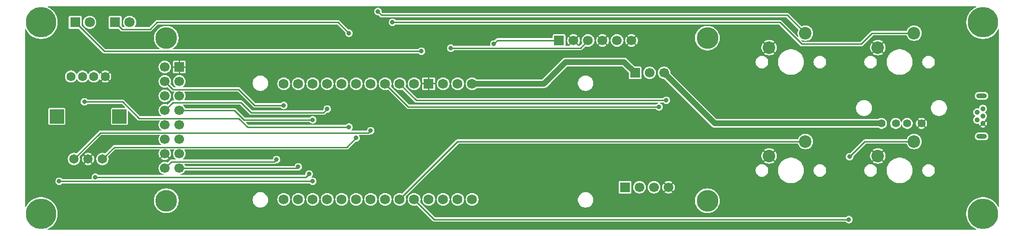
<source format=gbr>
%TF.GenerationSoftware,KiCad,Pcbnew,9.0.4-9.0.4-0~ubuntu24.04.1*%
%TF.CreationDate,2025-09-19T08:06:19-04:00*%
%TF.ProjectId,car-control,6361722d-636f-46e7-9472-6f6c2e6b6963,rev?*%
%TF.SameCoordinates,Original*%
%TF.FileFunction,Copper,L2,Bot*%
%TF.FilePolarity,Positive*%
%FSLAX46Y46*%
G04 Gerber Fmt 4.6, Leading zero omitted, Abs format (unit mm)*
G04 Created by KiCad (PCBNEW 9.0.4-9.0.4-0~ubuntu24.04.1) date 2025-09-19 08:06:19*
%MOMM*%
%LPD*%
G01*
G04 APERTURE LIST*
%TA.AperFunction,ComponentPad*%
%ADD10R,1.700000X1.700000*%
%TD*%
%TA.AperFunction,ComponentPad*%
%ADD11C,1.700000*%
%TD*%
%TA.AperFunction,ComponentPad*%
%ADD12C,3.810000*%
%TD*%
%TA.AperFunction,ComponentPad*%
%ADD13C,5.334000*%
%TD*%
%TA.AperFunction,ComponentPad*%
%ADD14C,2.200000*%
%TD*%
%TA.AperFunction,ComponentPad*%
%ADD15C,1.600000*%
%TD*%
%TA.AperFunction,ComponentPad*%
%ADD16C,1.650000*%
%TD*%
%TA.AperFunction,ComponentPad*%
%ADD17R,2.500000X2.500000*%
%TD*%
%TA.AperFunction,ComponentPad*%
%ADD18R,1.800000X1.800000*%
%TD*%
%TA.AperFunction,ComponentPad*%
%ADD19C,1.800000*%
%TD*%
%TA.AperFunction,ComponentPad*%
%ADD20C,0.914400*%
%TD*%
%TA.AperFunction,ComponentPad*%
%ADD21O,1.854200X0.863600*%
%TD*%
%TA.AperFunction,ComponentPad*%
%ADD22C,1.422400*%
%TD*%
%TA.AperFunction,ComponentPad*%
%ADD23C,1.727200*%
%TD*%
%TA.AperFunction,ComponentPad*%
%ADD24R,1.727200X1.727200*%
%TD*%
%TA.AperFunction,ViaPad*%
%ADD25C,0.812800*%
%TD*%
%TA.AperFunction,Conductor*%
%ADD26C,1.016000*%
%TD*%
%TA.AperFunction,Conductor*%
%ADD27C,0.254000*%
%TD*%
G04 APERTURE END LIST*
D10*
%TO.P,U1,1,GND*%
%TO.N,GND*%
X102347500Y-60564500D03*
D11*
%TO.P,U1,2,VCC*%
%TO.N,+3.3V*%
X99807500Y-60564500D03*
%TO.P,U1,3*%
%TO.N,N/C*%
X102347500Y-63104500D03*
%TO.P,U1,4,DC*%
%TO.N,/DC*%
X99807500Y-63104500D03*
%TO.P,U1,5,D2*%
%TO.N,unconnected-(U1-D2-Pad5)*%
X102347500Y-65644500D03*
%TO.P,U1,6,D3*%
%TO.N,unconnected-(U1-D3-Pad6)*%
X99807500Y-65644500D03*
%TO.P,U1,7,SCLK*%
%TO.N,/MOSI*%
X102347500Y-68184500D03*
%TO.P,U1,8,SDA*%
%TO.N,/SCK*%
X99807500Y-68184500D03*
%TO.P,U1,9,D6*%
%TO.N,unconnected-(U1-D6-Pad9)*%
X102347500Y-70724500D03*
%TO.P,U1,10,D7*%
%TO.N,unconnected-(U1-D7-Pad10)*%
X99807500Y-70724500D03*
%TO.P,U1,11,FR*%
%TO.N,unconnected-(U1-FR-Pad11)*%
X102347500Y-73264500D03*
%TO.P,U1,12,VDDIO*%
%TO.N,unconnected-(U1-VDDIO-Pad12)*%
X99807500Y-73264500D03*
%TO.P,U1,13,VDD*%
%TO.N,unconnected-(U1-VDD-Pad13)*%
X102347500Y-75804500D03*
%TO.P,U1,14,E*%
%TO.N,GND*%
X99807500Y-75804500D03*
%TO.P,U1,15,~{CS}*%
%TO.N,/~{CS}*%
X102347500Y-78344500D03*
%TO.P,U1,16,~{RST}*%
%TO.N,/~{RST}*%
X99807500Y-78344500D03*
D12*
%TO.P,U1,17*%
%TO.N,N/C*%
X100061500Y-55484500D03*
X100061500Y-84059500D03*
X194905100Y-55484500D03*
X194905100Y-84059500D03*
%TD*%
D10*
%TO.P,JP1,1,A*%
%TO.N,+5V*%
X182245000Y-61595000D03*
D11*
%TO.P,JP1,2,C*%
%TO.N,Net-(J4-Pin_1)*%
X184785000Y-61595000D03*
%TO.P,JP1,3,B*%
%TO.N,/VBUS*%
X187325000Y-61595000D03*
%TD*%
D13*
%TO.P,H2,1*%
%TO.N,N/C*%
X78105000Y-86360000D03*
%TD*%
%TO.P,H4,1*%
%TO.N,N/C*%
X243205000Y-86360000D03*
%TD*%
D14*
%TO.P,SW2,1,1*%
%TO.N,/SW1*%
X231140000Y-54610000D03*
%TO.P,SW2,2,2*%
%TO.N,GND*%
X224790000Y-57150000D03*
%TD*%
D15*
%TO.P,SW5,1,S2*%
%TO.N,GND*%
X89360000Y-62230000D03*
%TO.P,SW5,2,RED*%
%TO.N,Net-(SW5-RED)*%
X87360000Y-62230000D03*
%TO.P,SW5,3,GREEN*%
%TO.N,Net-(SW5-GREEN)*%
X85360000Y-62230000D03*
%TO.P,SW5,4,S1*%
%TO.N,/ENC_SW*%
X83360000Y-62230000D03*
D16*
%TO.P,SW5,A,A*%
%TO.N,/ENC_A*%
X83860000Y-76730000D03*
%TO.P,SW5,B,B*%
%TO.N,/ENC_B*%
X88860000Y-76730000D03*
%TO.P,SW5,C,C*%
%TO.N,GND*%
X86360000Y-76730000D03*
D17*
%TO.P,SW5,X*%
%TO.N,N/C*%
X80860000Y-69230000D03*
%TO.P,SW5,Y*%
X91860000Y-69230000D03*
%TD*%
D14*
%TO.P,SW1,1,1*%
%TO.N,/SW0*%
X212090000Y-54610000D03*
%TO.P,SW1,2,2*%
%TO.N,GND*%
X205740000Y-57150000D03*
%TD*%
%TO.P,SW3,1,1*%
%TO.N,/SW2*%
X212090000Y-73660000D03*
%TO.P,SW3,2,2*%
%TO.N,GND*%
X205740000Y-76200000D03*
%TD*%
D13*
%TO.P,H3,1*%
%TO.N,N/C*%
X243205000Y-52705000D03*
%TD*%
D18*
%TO.P,D1,1,K*%
%TO.N,/LED0*%
X84100000Y-52705000D03*
D19*
%TO.P,D1,2,A*%
%TO.N,Net-(D1-A)*%
X86640000Y-52705000D03*
%TD*%
D13*
%TO.P,H1,1*%
%TO.N,N/C*%
X78105000Y-52705000D03*
%TD*%
D14*
%TO.P,SW4,1,1*%
%TO.N,/SW3*%
X231140000Y-73660000D03*
%TO.P,SW4,2,2*%
%TO.N,GND*%
X224790000Y-76200000D03*
%TD*%
D18*
%TO.P,D2,1,K*%
%TO.N,/LED1*%
X91090000Y-52705000D03*
D19*
%TO.P,D2,2,A*%
%TO.N,Net-(D2-A)*%
X93630000Y-52705000D03*
%TD*%
D20*
%TO.P,J1,1,VBUS*%
%TO.N,/VBUS*%
X243205000Y-67885000D03*
%TO.P,J1,2,D-*%
%TO.N,Net-(J1-D-)*%
X242205000Y-68535001D03*
%TO.P,J1,3,D+*%
%TO.N,Net-(J1-D+)*%
X243205000Y-69185000D03*
%TO.P,J1,4,ID*%
%TO.N,unconnected-(J1-ID-Pad4)*%
X242205000Y-69834999D03*
%TO.P,J1,5,GND*%
%TO.N,GND*%
X243205000Y-70485000D03*
D21*
%TO.P,J1,S_1*%
%TO.N,N/C*%
X242985001Y-65610001D03*
%TO.P,J1,S_2*%
X242985001Y-72759999D03*
%TD*%
D10*
%TO.P,J4,1,Pin_1*%
%TO.N,Net-(J4-Pin_1)*%
X180477000Y-81686000D03*
D11*
%TO.P,J4,2,Pin_2*%
%TO.N,/RX*%
X183017000Y-81686000D03*
%TO.P,J4,3,Pin_3*%
%TO.N,/TX*%
X185557000Y-81686000D03*
%TO.P,J4,4,Pin_4*%
%TO.N,GND*%
X188097000Y-81686000D03*
%TD*%
D10*
%TO.P,J2,1,Pin_1*%
%TO.N,/A0*%
X168910000Y-55880000D03*
D11*
%TO.P,J2,2,Pin_2*%
%TO.N,GND*%
X171450000Y-55880000D03*
%TO.P,J2,3,Pin_3*%
%TO.N,/A1*%
X173990000Y-55880000D03*
%TO.P,J2,4,Pin_4*%
%TO.N,GND*%
X176530000Y-55880000D03*
%TO.P,J2,5,Pin_5*%
%TO.N,+3.3V*%
X179070000Y-55880000D03*
%TO.P,J2,6,Pin_6*%
%TO.N,GND*%
X181610000Y-55880000D03*
%TD*%
D22*
%TO.P,J3,1,VBUS*%
%TO.N,/VBUS*%
X225425000Y-70485000D03*
%TO.P,J3,2,D-*%
%TO.N,Net-(J1-D-)*%
X227926900Y-70485000D03*
%TO.P,J3,3,D+*%
%TO.N,Net-(J1-D+)*%
X229933500Y-70485000D03*
%TO.P,J3,4,GND*%
%TO.N,GND*%
X232435400Y-70485000D03*
%TD*%
D23*
%TO.P,A1,3V3,3.3V*%
%TO.N,+3.3V*%
X148590000Y-63500000D03*
%TO.P,A1,5V,5V*%
%TO.N,+5V*%
X153670000Y-63500000D03*
%TO.P,A1,A0,A0/DAC*%
%TO.N,/A0*%
X151130000Y-83820000D03*
%TO.P,A1,A1,A1*%
%TO.N,/A1*%
X148590000Y-83820000D03*
%TO.P,A1,A2,A2*%
%TO.N,/LED0*%
X146050000Y-83820000D03*
%TO.P,A1,A3,A3*%
%TO.N,/SW3*%
X143510000Y-83820000D03*
%TO.P,A1,A4,A4*%
%TO.N,/SW2*%
X140970000Y-83820000D03*
%TO.P,A1,A5,A5*%
%TO.N,/SW1*%
X138430000Y-83820000D03*
%TO.P,A1,A6,A6*%
%TO.N,/SW0*%
X135890000Y-83820000D03*
%TO.P,A1,AREF,AREF*%
%TO.N,unconnected-(A1-PadAREF)*%
X153670000Y-83820000D03*
%TO.P,A1,D0,D0*%
%TO.N,/LED1*%
X133350000Y-83820000D03*
%TO.P,A1,D1,D1*%
%TO.N,/ENC_GRN*%
X130810000Y-83820000D03*
%TO.P,A1,D2,D2*%
%TO.N,/ENC_RED*%
X128270000Y-83820000D03*
%TO.P,A1,D3,D3*%
%TO.N,/ENC_SW*%
X125730000Y-83820000D03*
%TO.P,A1,D4,D4*%
%TO.N,/~{CS}*%
X123190000Y-83820000D03*
%TO.P,A1,D5,D5*%
%TO.N,/DC*%
X120650000Y-83820000D03*
%TO.P,A1,D6,D6*%
%TO.N,/~{RST}*%
X120650000Y-63500000D03*
%TO.P,A1,D7,D7*%
%TO.N,unconnected-(A1-PadD7)*%
X123190000Y-63500000D03*
%TO.P,A1,D8,D8_MOSI*%
%TO.N,/MOSI*%
X125730000Y-63500000D03*
%TO.P,A1,D9,D9_SCK*%
%TO.N,/SCK*%
X128270000Y-63500000D03*
%TO.P,A1,D10,D10_MISO*%
%TO.N,/MISO*%
X130810000Y-63500000D03*
%TO.P,A1,D11,D11/SDA*%
%TO.N,/ENC_B*%
X133350000Y-63500000D03*
%TO.P,A1,D12,D12/SCL*%
%TO.N,/ENC_A*%
X135890000Y-63500000D03*
%TO.P,A1,D13,D13/RX*%
%TO.N,/RX*%
X138430000Y-63500000D03*
%TO.P,A1,D14,D14/TX*%
%TO.N,/TX*%
X140970000Y-63500000D03*
D24*
%TO.P,A1,GND,GND*%
%TO.N,GND*%
X146050000Y-63500000D03*
D23*
%TO.P,A1,RST,RESET*%
%TO.N,unconnected-(A1-RESET-PadRST)*%
X143510000Y-63500000D03*
%TO.P,A1,VIN,VIN*%
%TO.N,unconnected-(A1-PadVIN)*%
X151130000Y-63500000D03*
%TD*%
D25*
%TO.N,/RX*%
X186436000Y-67564000D03*
%TO.N,/TX*%
X187706000Y-66421000D03*
%TO.N,/SW3*%
X219710000Y-87376000D03*
X219837000Y-76327000D03*
%TO.N,/SW1*%
X139700000Y-52705000D03*
%TO.N,/SW0*%
X137160000Y-50800000D03*
%TO.N,/LED0*%
X144780000Y-57785000D03*
%TO.N,/LED1*%
X132080000Y-54610000D03*
%TO.N,Net-(SW5-RED)*%
X125095000Y-79375000D03*
X87630000Y-79933800D03*
%TO.N,Net-(SW5-GREEN)*%
X132080000Y-71120000D03*
X85725000Y-66675000D03*
%TO.N,/ENC_SW*%
X125730000Y-80645000D03*
X81280000Y-80645000D03*
%TO.N,/ENC_A*%
X135890000Y-71755000D03*
%TO.N,/ENC_B*%
X133350000Y-73025000D03*
%TO.N,/~{CS}*%
X123190000Y-78105000D03*
%TO.N,/~{RST}*%
X119380000Y-76835000D03*
%TO.N,/MOSI*%
X125730000Y-69850000D03*
%TO.N,/SCK*%
X128270000Y-67945000D03*
%TO.N,/DC*%
X120650000Y-67310000D03*
%TO.N,/A1*%
X149937200Y-57227200D03*
%TO.N,/A0*%
X157480000Y-56515000D03*
%TD*%
D26*
%TO.N,+5V*%
X166243000Y-63500000D02*
X170053000Y-59690000D01*
X153670000Y-63500000D02*
X166243000Y-63500000D01*
X180340000Y-59690000D02*
X182245000Y-61595000D01*
X170053000Y-59690000D02*
X180340000Y-59690000D01*
D27*
%TO.N,/RX*%
X142494000Y-67564000D02*
X186436000Y-67564000D01*
X138430000Y-63500000D02*
X142494000Y-67564000D01*
%TO.N,/TX*%
X143891000Y-66421000D02*
X187706000Y-66421000D01*
X140970000Y-63500000D02*
X143891000Y-66421000D01*
D26*
%TO.N,/VBUS*%
X225425000Y-70485000D02*
X196215000Y-70485000D01*
X196215000Y-70485000D02*
X187325000Y-61595000D01*
D27*
%TO.N,/SW3*%
X219710000Y-87376000D02*
X147066000Y-87376000D01*
X147066000Y-87376000D02*
X143510000Y-83820000D01*
X222504000Y-73660000D02*
X219837000Y-76327000D01*
X231140000Y-73660000D02*
X222504000Y-73660000D01*
%TO.N,/SW2*%
X140970000Y-83820000D02*
X151130000Y-73660000D01*
X151130000Y-73660000D02*
X212090000Y-73660000D01*
%TO.N,/SW1*%
X139700000Y-52705000D02*
X207645000Y-52705000D01*
X207645000Y-52705000D02*
X211455000Y-56515000D01*
X211455000Y-56515000D02*
X221869000Y-56515000D01*
X221869000Y-56515000D02*
X223774000Y-54610000D01*
X223774000Y-54610000D02*
X231140000Y-54610000D01*
%TO.N,/SW0*%
X212090000Y-54610000D02*
X208915000Y-51435000D01*
X137795000Y-51435000D02*
X137160000Y-50800000D01*
X208915000Y-51435000D02*
X137795000Y-51435000D01*
%TO.N,/LED0*%
X89180000Y-57785000D02*
X144780000Y-57785000D01*
X84100000Y-52705000D02*
X89180000Y-57785000D01*
%TO.N,/LED1*%
X91090000Y-52705000D02*
X92295800Y-53910800D01*
X98425000Y-52705000D02*
X130175000Y-52705000D01*
X92295800Y-53910800D02*
X97219200Y-53910800D01*
X130175000Y-52705000D02*
X132080000Y-54610000D01*
X97219200Y-53910800D02*
X98425000Y-52705000D01*
%TO.N,Net-(SW5-RED)*%
X124536200Y-79933800D02*
X125095000Y-79375000D01*
X87630000Y-79933800D02*
X124536200Y-79933800D01*
%TO.N,Net-(SW5-GREEN)*%
X114322928Y-71120000D02*
X132080000Y-71120000D01*
X112771628Y-69568700D02*
X114322928Y-71120000D01*
X95310300Y-69568700D02*
X112771628Y-69568700D01*
X92416600Y-66675000D02*
X95310300Y-69568700D01*
X85725000Y-66675000D02*
X92416600Y-66675000D01*
%TO.N,/ENC_SW*%
X81280000Y-80645000D02*
X125730000Y-80645000D01*
%TO.N,/ENC_A*%
X135536300Y-72108700D02*
X135890000Y-71755000D01*
X88481300Y-72108700D02*
X135536300Y-72108700D01*
X83860000Y-76730000D02*
X88481300Y-72108700D01*
%TO.N,/ENC_B*%
X131726300Y-74648700D02*
X133350000Y-73025000D01*
X90941300Y-74648700D02*
X131726300Y-74648700D01*
X88860000Y-76730000D02*
X90941300Y-74648700D01*
%TO.N,/~{CS}*%
X122950500Y-78344500D02*
X123190000Y-78105000D01*
X102347500Y-78344500D02*
X122950500Y-78344500D01*
%TO.N,/~{RST}*%
X119026300Y-77188700D02*
X119380000Y-76835000D01*
X100963300Y-77188700D02*
X119026300Y-77188700D01*
X99807500Y-78344500D02*
X100963300Y-77188700D01*
%TO.N,/MOSI*%
X102347500Y-68184500D02*
X111999500Y-68184500D01*
X111999500Y-68184500D02*
X113665000Y-69850000D01*
X113665000Y-69850000D02*
X125730000Y-69850000D01*
%TO.N,/SCK*%
X127635000Y-68580000D02*
X128270000Y-67945000D01*
X114935000Y-68580000D02*
X127635000Y-68580000D01*
X99807500Y-68184500D02*
X101191700Y-66800300D01*
X101191700Y-66800300D02*
X113155300Y-66800300D01*
X113155300Y-66800300D02*
X114935000Y-68580000D01*
%TO.N,/DC*%
X115570000Y-67310000D02*
X120650000Y-67310000D01*
X99807500Y-63104500D02*
X101191700Y-64488700D01*
X101191700Y-64488700D02*
X112748700Y-64488700D01*
X112748700Y-64488700D02*
X115570000Y-67310000D01*
%TO.N,/A1*%
X172642800Y-57227200D02*
X149937200Y-57227200D01*
X173990000Y-55880000D02*
X172642800Y-57227200D01*
X149860000Y-57150000D02*
X149937200Y-57227200D01*
%TO.N,/A0*%
X157480000Y-56515000D02*
X158115000Y-55880000D01*
X158115000Y-55880000D02*
X168910000Y-55880000D01*
%TD*%
%TA.AperFunction,Conductor*%
%TO.N,GND*%
G36*
X242042756Y-49929806D02*
G01*
X242061062Y-49974000D01*
X242042756Y-50018194D01*
X242025682Y-50030308D01*
X241889473Y-50095903D01*
X241789588Y-50144006D01*
X241511753Y-50318581D01*
X241511736Y-50318593D01*
X241255213Y-50523163D01*
X241255193Y-50523181D01*
X241023181Y-50755193D01*
X241023163Y-50755213D01*
X240818593Y-51011736D01*
X240818581Y-51011753D01*
X240644006Y-51289588D01*
X240501628Y-51585239D01*
X240393256Y-51894951D01*
X240393255Y-51894957D01*
X240320241Y-52214854D01*
X240320238Y-52214871D01*
X240299410Y-52399725D01*
X240283500Y-52540932D01*
X240283500Y-52869068D01*
X240295475Y-52975344D01*
X240320238Y-53195128D01*
X240320241Y-53195145D01*
X240393255Y-53515042D01*
X240393256Y-53515048D01*
X240501628Y-53824760D01*
X240501632Y-53824768D01*
X240501633Y-53824771D01*
X240629383Y-54090046D01*
X240644006Y-54120411D01*
X240818581Y-54398246D01*
X240818593Y-54398263D01*
X241023163Y-54654786D01*
X241023168Y-54654792D01*
X241023174Y-54654799D01*
X241255201Y-54886826D01*
X241255208Y-54886832D01*
X241255213Y-54886836D01*
X241511736Y-55091406D01*
X241511742Y-55091410D01*
X241511748Y-55091415D01*
X241789589Y-55265994D01*
X242085229Y-55408367D01*
X242085235Y-55408369D01*
X242085239Y-55408371D01*
X242325371Y-55492396D01*
X242394951Y-55516743D01*
X242714860Y-55589760D01*
X243040932Y-55626500D01*
X243040935Y-55626500D01*
X243369065Y-55626500D01*
X243369068Y-55626500D01*
X243695140Y-55589760D01*
X244015049Y-55516743D01*
X244245800Y-55436000D01*
X244324760Y-55408371D01*
X244324761Y-55408370D01*
X244324771Y-55408367D01*
X244620411Y-55265994D01*
X244898252Y-55091415D01*
X245154799Y-54886826D01*
X245386826Y-54654799D01*
X245591415Y-54398252D01*
X245765994Y-54120411D01*
X245879690Y-53884317D01*
X245915357Y-53852444D01*
X245963118Y-53855126D01*
X245994993Y-53890794D01*
X245998500Y-53911437D01*
X245998500Y-85153562D01*
X245980194Y-85197756D01*
X245936000Y-85216062D01*
X245891806Y-85197756D01*
X245879691Y-85180682D01*
X245765994Y-84944589D01*
X245591415Y-84666748D01*
X245591410Y-84666742D01*
X245591406Y-84666736D01*
X245386836Y-84410213D01*
X245386832Y-84410208D01*
X245386826Y-84410201D01*
X245154799Y-84178174D01*
X245154792Y-84178168D01*
X245154786Y-84178163D01*
X244898263Y-83973593D01*
X244898246Y-83973581D01*
X244620411Y-83799006D01*
X244481255Y-83731992D01*
X244324771Y-83656633D01*
X244324768Y-83656632D01*
X244324760Y-83656628D01*
X244015048Y-83548256D01*
X244015042Y-83548255D01*
X243695145Y-83475241D01*
X243695142Y-83475240D01*
X243695140Y-83475240D01*
X243695138Y-83475239D01*
X243695128Y-83475238D01*
X243480854Y-83451095D01*
X243369068Y-83438500D01*
X243040932Y-83438500D01*
X242940610Y-83449803D01*
X242714871Y-83475238D01*
X242714854Y-83475241D01*
X242394957Y-83548255D01*
X242394951Y-83548256D01*
X242085239Y-83656628D01*
X241789588Y-83799006D01*
X241511753Y-83973581D01*
X241511736Y-83973593D01*
X241255213Y-84178163D01*
X241255193Y-84178181D01*
X241023181Y-84410193D01*
X241023163Y-84410213D01*
X240818593Y-84666736D01*
X240818581Y-84666753D01*
X240644006Y-84944588D01*
X240501628Y-85240239D01*
X240393256Y-85549951D01*
X240393255Y-85549957D01*
X240320241Y-85869854D01*
X240320238Y-85869871D01*
X240283500Y-86195935D01*
X240283500Y-86524064D01*
X240320238Y-86850128D01*
X240320241Y-86850145D01*
X240393255Y-87170042D01*
X240393256Y-87170048D01*
X240501628Y-87479760D01*
X240501632Y-87479768D01*
X240501633Y-87479771D01*
X240530310Y-87539319D01*
X240644006Y-87775411D01*
X240818581Y-88053246D01*
X240818593Y-88053263D01*
X241023163Y-88309786D01*
X241023168Y-88309792D01*
X241023174Y-88309799D01*
X241255201Y-88541826D01*
X241255208Y-88541832D01*
X241255213Y-88541836D01*
X241511736Y-88746406D01*
X241511742Y-88746410D01*
X241511748Y-88746415D01*
X241789589Y-88920994D01*
X242025681Y-89034690D01*
X242057555Y-89070357D01*
X242054873Y-89118118D01*
X242019205Y-89149993D01*
X241998562Y-89153500D01*
X79311438Y-89153500D01*
X79267244Y-89135194D01*
X79248938Y-89091000D01*
X79267244Y-89046806D01*
X79284317Y-89034691D01*
X79520411Y-88920994D01*
X79798252Y-88746415D01*
X80054799Y-88541826D01*
X80286826Y-88309799D01*
X80491415Y-88053252D01*
X80665994Y-87775411D01*
X80808367Y-87479771D01*
X80916743Y-87170049D01*
X80989760Y-86850140D01*
X81026500Y-86524068D01*
X81026500Y-86195932D01*
X80989760Y-85869860D01*
X80916743Y-85549951D01*
X80815925Y-85261828D01*
X80808371Y-85240239D01*
X80808369Y-85240235D01*
X80808367Y-85240229D01*
X80665994Y-84944589D01*
X80491415Y-84666748D01*
X80491410Y-84666742D01*
X80491406Y-84666736D01*
X80286836Y-84410213D01*
X80286832Y-84410208D01*
X80286826Y-84410201D01*
X80054799Y-84178174D01*
X80054792Y-84178168D01*
X80054786Y-84178163D01*
X79798263Y-83973593D01*
X79798251Y-83973584D01*
X79795090Y-83971598D01*
X79709716Y-83917954D01*
X97902000Y-83917954D01*
X97902000Y-84201045D01*
X97938949Y-84481705D01*
X97938949Y-84481706D01*
X98012210Y-84755121D01*
X98012214Y-84755132D01*
X98012216Y-84755138D01*
X98026571Y-84789794D01*
X98120544Y-85016666D01*
X98120546Y-85016669D01*
X98120547Y-85016672D01*
X98262088Y-85261828D01*
X98434418Y-85486413D01*
X98634587Y-85686582D01*
X98859172Y-85858912D01*
X99104328Y-86000453D01*
X99365862Y-86108784D01*
X99365872Y-86108786D01*
X99365878Y-86108789D01*
X99639293Y-86182050D01*
X99639295Y-86182050D01*
X99639298Y-86182051D01*
X99919959Y-86219000D01*
X99919965Y-86219000D01*
X100203035Y-86219000D01*
X100203041Y-86219000D01*
X100483702Y-86182051D01*
X100483706Y-86182050D01*
X100757121Y-86108789D01*
X100757124Y-86108787D01*
X100757138Y-86108784D01*
X101018672Y-86000453D01*
X101263828Y-85858912D01*
X101488413Y-85686582D01*
X101688582Y-85486413D01*
X101860912Y-85261828D01*
X102002453Y-85016672D01*
X102110784Y-84755138D01*
X102134472Y-84666736D01*
X102184050Y-84481706D01*
X102184050Y-84481705D01*
X102184051Y-84481702D01*
X102221000Y-84201041D01*
X102221000Y-83917959D01*
X102205960Y-83803715D01*
X115204300Y-83803715D01*
X115204300Y-84016284D01*
X115204301Y-84016300D01*
X115237553Y-84226240D01*
X115237553Y-84226241D01*
X115303242Y-84428410D01*
X115303246Y-84428418D01*
X115399749Y-84617817D01*
X115524697Y-84789794D01*
X115675005Y-84940102D01*
X115846982Y-85065050D01*
X115846984Y-85065051D01*
X116036388Y-85161557D01*
X116238557Y-85227246D01*
X116320528Y-85240229D01*
X116448499Y-85260498D01*
X116448505Y-85260498D01*
X116448513Y-85260500D01*
X116448515Y-85260500D01*
X116661085Y-85260500D01*
X116661087Y-85260500D01*
X116871043Y-85227246D01*
X117073212Y-85161557D01*
X117262616Y-85065051D01*
X117434592Y-84940104D01*
X117584904Y-84789792D01*
X117709851Y-84617816D01*
X117806357Y-84428412D01*
X117872046Y-84226243D01*
X117905300Y-84016287D01*
X117905300Y-83803713D01*
X117895102Y-83739325D01*
X117895102Y-83739322D01*
X117893943Y-83732006D01*
X119531900Y-83732006D01*
X119531900Y-83907993D01*
X119531901Y-83908007D01*
X119559431Y-84081821D01*
X119559432Y-84081824D01*
X119613814Y-84249195D01*
X119613816Y-84249201D01*
X119613818Y-84249206D01*
X119613819Y-84249207D01*
X119693716Y-84406014D01*
X119797160Y-84548392D01*
X119797167Y-84548400D01*
X119921599Y-84672832D01*
X119921607Y-84672839D01*
X120034881Y-84755138D01*
X120063988Y-84776285D01*
X120220799Y-84856184D01*
X120388178Y-84910568D01*
X120562004Y-84938100D01*
X120562006Y-84938100D01*
X120737994Y-84938100D01*
X120737996Y-84938100D01*
X120911822Y-84910568D01*
X121079201Y-84856184D01*
X121236012Y-84776285D01*
X121378393Y-84672839D01*
X121502839Y-84548393D01*
X121606285Y-84406012D01*
X121686184Y-84249201D01*
X121740568Y-84081822D01*
X121768100Y-83907996D01*
X121768100Y-83732006D01*
X122071900Y-83732006D01*
X122071900Y-83907993D01*
X122071901Y-83908007D01*
X122099431Y-84081821D01*
X122099432Y-84081824D01*
X122153814Y-84249195D01*
X122153816Y-84249201D01*
X122153818Y-84249206D01*
X122153819Y-84249207D01*
X122233716Y-84406014D01*
X122337160Y-84548392D01*
X122337167Y-84548400D01*
X122461599Y-84672832D01*
X122461607Y-84672839D01*
X122574881Y-84755138D01*
X122603988Y-84776285D01*
X122760799Y-84856184D01*
X122928178Y-84910568D01*
X123102004Y-84938100D01*
X123102006Y-84938100D01*
X123277994Y-84938100D01*
X123277996Y-84938100D01*
X123451822Y-84910568D01*
X123619201Y-84856184D01*
X123776012Y-84776285D01*
X123918393Y-84672839D01*
X124042839Y-84548393D01*
X124146285Y-84406012D01*
X124226184Y-84249201D01*
X124280568Y-84081822D01*
X124308100Y-83907996D01*
X124308100Y-83732006D01*
X124611900Y-83732006D01*
X124611900Y-83907993D01*
X124611901Y-83908007D01*
X124639431Y-84081821D01*
X124639432Y-84081824D01*
X124693814Y-84249195D01*
X124693816Y-84249201D01*
X124693818Y-84249206D01*
X124693819Y-84249207D01*
X124773716Y-84406014D01*
X124877160Y-84548392D01*
X124877167Y-84548400D01*
X125001599Y-84672832D01*
X125001607Y-84672839D01*
X125114881Y-84755138D01*
X125143988Y-84776285D01*
X125300799Y-84856184D01*
X125468178Y-84910568D01*
X125642004Y-84938100D01*
X125642006Y-84938100D01*
X125817994Y-84938100D01*
X125817996Y-84938100D01*
X125991822Y-84910568D01*
X126159201Y-84856184D01*
X126316012Y-84776285D01*
X126458393Y-84672839D01*
X126582839Y-84548393D01*
X126686285Y-84406012D01*
X126766184Y-84249201D01*
X126820568Y-84081822D01*
X126848100Y-83907996D01*
X126848100Y-83732006D01*
X127151900Y-83732006D01*
X127151900Y-83907993D01*
X127151901Y-83908007D01*
X127179431Y-84081821D01*
X127179432Y-84081824D01*
X127233814Y-84249195D01*
X127233816Y-84249201D01*
X127233818Y-84249206D01*
X127233819Y-84249207D01*
X127313716Y-84406014D01*
X127417160Y-84548392D01*
X127417167Y-84548400D01*
X127541599Y-84672832D01*
X127541607Y-84672839D01*
X127654881Y-84755138D01*
X127683988Y-84776285D01*
X127840799Y-84856184D01*
X128008178Y-84910568D01*
X128182004Y-84938100D01*
X128182006Y-84938100D01*
X128357994Y-84938100D01*
X128357996Y-84938100D01*
X128531822Y-84910568D01*
X128699201Y-84856184D01*
X128856012Y-84776285D01*
X128998393Y-84672839D01*
X129122839Y-84548393D01*
X129226285Y-84406012D01*
X129306184Y-84249201D01*
X129360568Y-84081822D01*
X129388100Y-83907996D01*
X129388100Y-83732006D01*
X129691900Y-83732006D01*
X129691900Y-83907993D01*
X129691901Y-83908007D01*
X129719431Y-84081821D01*
X129719432Y-84081824D01*
X129773814Y-84249195D01*
X129773816Y-84249201D01*
X129773818Y-84249206D01*
X129773819Y-84249207D01*
X129853716Y-84406014D01*
X129957160Y-84548392D01*
X129957167Y-84548400D01*
X130081599Y-84672832D01*
X130081607Y-84672839D01*
X130194881Y-84755138D01*
X130223988Y-84776285D01*
X130380799Y-84856184D01*
X130548178Y-84910568D01*
X130722004Y-84938100D01*
X130722006Y-84938100D01*
X130897994Y-84938100D01*
X130897996Y-84938100D01*
X131071822Y-84910568D01*
X131239201Y-84856184D01*
X131396012Y-84776285D01*
X131538393Y-84672839D01*
X131662839Y-84548393D01*
X131766285Y-84406012D01*
X131846184Y-84249201D01*
X131900568Y-84081822D01*
X131928100Y-83907996D01*
X131928100Y-83732006D01*
X132231900Y-83732006D01*
X132231900Y-83907993D01*
X132231901Y-83908007D01*
X132259431Y-84081821D01*
X132259432Y-84081824D01*
X132313814Y-84249195D01*
X132313816Y-84249201D01*
X132313818Y-84249206D01*
X132313819Y-84249207D01*
X132393716Y-84406014D01*
X132497160Y-84548392D01*
X132497167Y-84548400D01*
X132621599Y-84672832D01*
X132621607Y-84672839D01*
X132734881Y-84755138D01*
X132763988Y-84776285D01*
X132920799Y-84856184D01*
X133088178Y-84910568D01*
X133262004Y-84938100D01*
X133262006Y-84938100D01*
X133437994Y-84938100D01*
X133437996Y-84938100D01*
X133611822Y-84910568D01*
X133779201Y-84856184D01*
X133936012Y-84776285D01*
X134078393Y-84672839D01*
X134202839Y-84548393D01*
X134306285Y-84406012D01*
X134386184Y-84249201D01*
X134440568Y-84081822D01*
X134468100Y-83907996D01*
X134468100Y-83732006D01*
X134771900Y-83732006D01*
X134771900Y-83907993D01*
X134771901Y-83908007D01*
X134799431Y-84081821D01*
X134799432Y-84081824D01*
X134853814Y-84249195D01*
X134853816Y-84249201D01*
X134853818Y-84249206D01*
X134853819Y-84249207D01*
X134933716Y-84406014D01*
X135037160Y-84548392D01*
X135037167Y-84548400D01*
X135161599Y-84672832D01*
X135161607Y-84672839D01*
X135274881Y-84755138D01*
X135303988Y-84776285D01*
X135460799Y-84856184D01*
X135628178Y-84910568D01*
X135802004Y-84938100D01*
X135802006Y-84938100D01*
X135977994Y-84938100D01*
X135977996Y-84938100D01*
X136151822Y-84910568D01*
X136319201Y-84856184D01*
X136476012Y-84776285D01*
X136618393Y-84672839D01*
X136742839Y-84548393D01*
X136846285Y-84406012D01*
X136926184Y-84249201D01*
X136980568Y-84081822D01*
X137008100Y-83907996D01*
X137008100Y-83732006D01*
X137311900Y-83732006D01*
X137311900Y-83907993D01*
X137311901Y-83908007D01*
X137339431Y-84081821D01*
X137339432Y-84081824D01*
X137393814Y-84249195D01*
X137393816Y-84249201D01*
X137393818Y-84249206D01*
X137393819Y-84249207D01*
X137473716Y-84406014D01*
X137577160Y-84548392D01*
X137577167Y-84548400D01*
X137701599Y-84672832D01*
X137701607Y-84672839D01*
X137814881Y-84755138D01*
X137843988Y-84776285D01*
X138000799Y-84856184D01*
X138168178Y-84910568D01*
X138342004Y-84938100D01*
X138342006Y-84938100D01*
X138517994Y-84938100D01*
X138517996Y-84938100D01*
X138691822Y-84910568D01*
X138859201Y-84856184D01*
X139016012Y-84776285D01*
X139158393Y-84672839D01*
X139282839Y-84548393D01*
X139386285Y-84406012D01*
X139466184Y-84249201D01*
X139520568Y-84081822D01*
X139548100Y-83907996D01*
X139548100Y-83732006D01*
X139851900Y-83732006D01*
X139851900Y-83907993D01*
X139851901Y-83908007D01*
X139879431Y-84081821D01*
X139879432Y-84081824D01*
X139933814Y-84249195D01*
X139933816Y-84249201D01*
X139933818Y-84249206D01*
X139933819Y-84249207D01*
X140013716Y-84406014D01*
X140117160Y-84548392D01*
X140117167Y-84548400D01*
X140241599Y-84672832D01*
X140241607Y-84672839D01*
X140354881Y-84755138D01*
X140383988Y-84776285D01*
X140540799Y-84856184D01*
X140708178Y-84910568D01*
X140882004Y-84938100D01*
X140882006Y-84938100D01*
X141057994Y-84938100D01*
X141057996Y-84938100D01*
X141231822Y-84910568D01*
X141399201Y-84856184D01*
X141556012Y-84776285D01*
X141698393Y-84672839D01*
X141822839Y-84548393D01*
X141926285Y-84406012D01*
X142006184Y-84249201D01*
X142060568Y-84081822D01*
X142088100Y-83907996D01*
X142088100Y-83732006D01*
X142391900Y-83732006D01*
X142391900Y-83907993D01*
X142391901Y-83908007D01*
X142419431Y-84081821D01*
X142419432Y-84081824D01*
X142473814Y-84249195D01*
X142473816Y-84249201D01*
X142473818Y-84249206D01*
X142473819Y-84249207D01*
X142553716Y-84406014D01*
X142657160Y-84548392D01*
X142657167Y-84548400D01*
X142781599Y-84672832D01*
X142781607Y-84672839D01*
X142894881Y-84755138D01*
X142923988Y-84776285D01*
X143080799Y-84856184D01*
X143248178Y-84910568D01*
X143422004Y-84938100D01*
X143422006Y-84938100D01*
X143597994Y-84938100D01*
X143597996Y-84938100D01*
X143771822Y-84910568D01*
X143939201Y-84856184D01*
X143943430Y-84854028D01*
X143991116Y-84850274D01*
X144015999Y-84865522D01*
X146758536Y-87608058D01*
X146758541Y-87608064D01*
X146760724Y-87610247D01*
X146831753Y-87681276D01*
X146918746Y-87731501D01*
X146961526Y-87742964D01*
X147015770Y-87757499D01*
X147015773Y-87757499D01*
X147015775Y-87757500D01*
X147116225Y-87757500D01*
X219136645Y-87757500D01*
X219180839Y-87775806D01*
X219188611Y-87785276D01*
X219196642Y-87797295D01*
X219196646Y-87797300D01*
X219288701Y-87889355D01*
X219396944Y-87961681D01*
X219396945Y-87961681D01*
X219396946Y-87961682D01*
X219517223Y-88011502D01*
X219644907Y-88036900D01*
X219775093Y-88036900D01*
X219902777Y-88011502D01*
X220023054Y-87961682D01*
X220131299Y-87889355D01*
X220223355Y-87797299D01*
X220295682Y-87689054D01*
X220345502Y-87568777D01*
X220370900Y-87441093D01*
X220370900Y-87310907D01*
X220345502Y-87183223D01*
X220295682Y-87062946D01*
X220223355Y-86954701D01*
X220131299Y-86862645D01*
X220131298Y-86862644D01*
X220023055Y-86790318D01*
X219902775Y-86740497D01*
X219775093Y-86715100D01*
X219644907Y-86715100D01*
X219517224Y-86740497D01*
X219396944Y-86790318D01*
X219288701Y-86862644D01*
X219196646Y-86954699D01*
X219196642Y-86954704D01*
X219188611Y-86966724D01*
X219148837Y-86993299D01*
X219136645Y-86994500D01*
X147249910Y-86994500D01*
X147205716Y-86976194D01*
X144555522Y-84325999D01*
X144537216Y-84281805D01*
X144544027Y-84253432D01*
X144546184Y-84249201D01*
X144600568Y-84081822D01*
X144628100Y-83907996D01*
X144628100Y-83732006D01*
X144931900Y-83732006D01*
X144931900Y-83907993D01*
X144931901Y-83908007D01*
X144959431Y-84081821D01*
X144959432Y-84081824D01*
X145013814Y-84249195D01*
X145013816Y-84249201D01*
X145013818Y-84249206D01*
X145013819Y-84249207D01*
X145093716Y-84406014D01*
X145197160Y-84548392D01*
X145197167Y-84548400D01*
X145321599Y-84672832D01*
X145321607Y-84672839D01*
X145434881Y-84755138D01*
X145463988Y-84776285D01*
X145620799Y-84856184D01*
X145788178Y-84910568D01*
X145962004Y-84938100D01*
X145962006Y-84938100D01*
X146137994Y-84938100D01*
X146137996Y-84938100D01*
X146311822Y-84910568D01*
X146479201Y-84856184D01*
X146636012Y-84776285D01*
X146778393Y-84672839D01*
X146902839Y-84548393D01*
X147006285Y-84406012D01*
X147086184Y-84249201D01*
X147140568Y-84081822D01*
X147168100Y-83907996D01*
X147168100Y-83732006D01*
X147471900Y-83732006D01*
X147471900Y-83907993D01*
X147471901Y-83908007D01*
X147499431Y-84081821D01*
X147499432Y-84081824D01*
X147553814Y-84249195D01*
X147553816Y-84249201D01*
X147553818Y-84249206D01*
X147553819Y-84249207D01*
X147633716Y-84406014D01*
X147737160Y-84548392D01*
X147737167Y-84548400D01*
X147861599Y-84672832D01*
X147861607Y-84672839D01*
X147974881Y-84755138D01*
X148003988Y-84776285D01*
X148160799Y-84856184D01*
X148328178Y-84910568D01*
X148502004Y-84938100D01*
X148502006Y-84938100D01*
X148677994Y-84938100D01*
X148677996Y-84938100D01*
X148851822Y-84910568D01*
X149019201Y-84856184D01*
X149176012Y-84776285D01*
X149318393Y-84672839D01*
X149442839Y-84548393D01*
X149546285Y-84406012D01*
X149626184Y-84249201D01*
X149680568Y-84081822D01*
X149708100Y-83907996D01*
X149708100Y-83732006D01*
X150011900Y-83732006D01*
X150011900Y-83907993D01*
X150011901Y-83908007D01*
X150039431Y-84081821D01*
X150039432Y-84081824D01*
X150093814Y-84249195D01*
X150093816Y-84249201D01*
X150093818Y-84249206D01*
X150093819Y-84249207D01*
X150173716Y-84406014D01*
X150277160Y-84548392D01*
X150277167Y-84548400D01*
X150401599Y-84672832D01*
X150401607Y-84672839D01*
X150514881Y-84755138D01*
X150543988Y-84776285D01*
X150700799Y-84856184D01*
X150868178Y-84910568D01*
X151042004Y-84938100D01*
X151042006Y-84938100D01*
X151217994Y-84938100D01*
X151217996Y-84938100D01*
X151391822Y-84910568D01*
X151559201Y-84856184D01*
X151716012Y-84776285D01*
X151858393Y-84672839D01*
X151982839Y-84548393D01*
X152086285Y-84406012D01*
X152166184Y-84249201D01*
X152220568Y-84081822D01*
X152248100Y-83907996D01*
X152248100Y-83732006D01*
X152551900Y-83732006D01*
X152551900Y-83907993D01*
X152551901Y-83908007D01*
X152579431Y-84081821D01*
X152579432Y-84081824D01*
X152633814Y-84249195D01*
X152633816Y-84249201D01*
X152633818Y-84249206D01*
X152633819Y-84249207D01*
X152713716Y-84406014D01*
X152817160Y-84548392D01*
X152817167Y-84548400D01*
X152941599Y-84672832D01*
X152941607Y-84672839D01*
X153054881Y-84755138D01*
X153083988Y-84776285D01*
X153240799Y-84856184D01*
X153408178Y-84910568D01*
X153582004Y-84938100D01*
X153582006Y-84938100D01*
X153757994Y-84938100D01*
X153757996Y-84938100D01*
X153931822Y-84910568D01*
X154099201Y-84856184D01*
X154256012Y-84776285D01*
X154398393Y-84672839D01*
X154522839Y-84548393D01*
X154626285Y-84406012D01*
X154706184Y-84249201D01*
X154760568Y-84081822D01*
X154788100Y-83907996D01*
X154788100Y-83803715D01*
X172204300Y-83803715D01*
X172204300Y-84016284D01*
X172204301Y-84016300D01*
X172237553Y-84226240D01*
X172237553Y-84226241D01*
X172303242Y-84428410D01*
X172303246Y-84428418D01*
X172399749Y-84617817D01*
X172524697Y-84789794D01*
X172675005Y-84940102D01*
X172846982Y-85065050D01*
X172846984Y-85065051D01*
X173036388Y-85161557D01*
X173238557Y-85227246D01*
X173320528Y-85240229D01*
X173448499Y-85260498D01*
X173448505Y-85260498D01*
X173448513Y-85260500D01*
X173448515Y-85260500D01*
X173661085Y-85260500D01*
X173661087Y-85260500D01*
X173871043Y-85227246D01*
X174073212Y-85161557D01*
X174262616Y-85065051D01*
X174434592Y-84940104D01*
X174584904Y-84789792D01*
X174709851Y-84617816D01*
X174806357Y-84428412D01*
X174872046Y-84226243D01*
X174905300Y-84016287D01*
X174905300Y-83917954D01*
X192745600Y-83917954D01*
X192745600Y-84201045D01*
X192782549Y-84481705D01*
X192782549Y-84481706D01*
X192855810Y-84755121D01*
X192855814Y-84755132D01*
X192855816Y-84755138D01*
X192870171Y-84789794D01*
X192964144Y-85016666D01*
X192964146Y-85016669D01*
X192964147Y-85016672D01*
X193105688Y-85261828D01*
X193278018Y-85486413D01*
X193478187Y-85686582D01*
X193702772Y-85858912D01*
X193947928Y-86000453D01*
X194209462Y-86108784D01*
X194209472Y-86108786D01*
X194209478Y-86108789D01*
X194482893Y-86182050D01*
X194482895Y-86182050D01*
X194482898Y-86182051D01*
X194763559Y-86219000D01*
X194763565Y-86219000D01*
X195046635Y-86219000D01*
X195046641Y-86219000D01*
X195327302Y-86182051D01*
X195327306Y-86182050D01*
X195600721Y-86108789D01*
X195600724Y-86108787D01*
X195600738Y-86108784D01*
X195862272Y-86000453D01*
X196107428Y-85858912D01*
X196332013Y-85686582D01*
X196532182Y-85486413D01*
X196704512Y-85261828D01*
X196846053Y-85016672D01*
X196954384Y-84755138D01*
X196978072Y-84666736D01*
X197027650Y-84481706D01*
X197027650Y-84481705D01*
X197027651Y-84481702D01*
X197064600Y-84201041D01*
X197064600Y-83917959D01*
X197027651Y-83637298D01*
X197015985Y-83593759D01*
X196954389Y-83363878D01*
X196954386Y-83363872D01*
X196954384Y-83363862D01*
X196846053Y-83102328D01*
X196704512Y-82857172D01*
X196532182Y-82632587D01*
X196332013Y-82432418D01*
X196107428Y-82260088D01*
X195862272Y-82118547D01*
X195862269Y-82118546D01*
X195862266Y-82118544D01*
X195739947Y-82067878D01*
X195600738Y-82010216D01*
X195600732Y-82010214D01*
X195600721Y-82010210D01*
X195327306Y-81936949D01*
X195046645Y-81900000D01*
X195046641Y-81900000D01*
X194763559Y-81900000D01*
X194763554Y-81900000D01*
X194482894Y-81936949D01*
X194482893Y-81936949D01*
X194209478Y-82010210D01*
X194209463Y-82010215D01*
X194209462Y-82010216D01*
X194209460Y-82010217D01*
X193947933Y-82118544D01*
X193947922Y-82118550D01*
X193702778Y-82260084D01*
X193702775Y-82260086D01*
X193702772Y-82260088D01*
X193583646Y-82351496D01*
X193478185Y-82432419D01*
X193278019Y-82632585D01*
X193218942Y-82709576D01*
X193105688Y-82857172D01*
X193105686Y-82857175D01*
X193105684Y-82857178D01*
X192964150Y-83102322D01*
X192964144Y-83102333D01*
X192855817Y-83363860D01*
X192855810Y-83363878D01*
X192782549Y-83637293D01*
X192782549Y-83637294D01*
X192745600Y-83917954D01*
X174905300Y-83917954D01*
X174905300Y-83803713D01*
X174904554Y-83799006D01*
X174891764Y-83718256D01*
X174872046Y-83593757D01*
X174806357Y-83391588D01*
X174709851Y-83202184D01*
X174584904Y-83030208D01*
X174584902Y-83030205D01*
X174434594Y-82879897D01*
X174262617Y-82754949D01*
X174073218Y-82658446D01*
X174073210Y-82658442D01*
X173871041Y-82592753D01*
X173661100Y-82559501D01*
X173661088Y-82559500D01*
X173661087Y-82559500D01*
X173448513Y-82559500D01*
X173448511Y-82559500D01*
X173448499Y-82559501D01*
X173238559Y-82592753D01*
X173238558Y-82592753D01*
X173036389Y-82658442D01*
X173036381Y-82658446D01*
X172846982Y-82754949D01*
X172675005Y-82879897D01*
X172524697Y-83030205D01*
X172399749Y-83202182D01*
X172303246Y-83391581D01*
X172303242Y-83391589D01*
X172237553Y-83593758D01*
X172237553Y-83593759D01*
X172204301Y-83803699D01*
X172204300Y-83803715D01*
X154788100Y-83803715D01*
X154788100Y-83732004D01*
X154760568Y-83558178D01*
X154706184Y-83390799D01*
X154626285Y-83233988D01*
X154522839Y-83091607D01*
X154522832Y-83091599D01*
X154398400Y-82967167D01*
X154398392Y-82967160D01*
X154256014Y-82863716D01*
X154099207Y-82783819D01*
X154099206Y-82783818D01*
X154099201Y-82783816D01*
X154074321Y-82775732D01*
X153931824Y-82729432D01*
X153931821Y-82729431D01*
X153758007Y-82701901D01*
X153757997Y-82701900D01*
X153757996Y-82701900D01*
X153582004Y-82701900D01*
X153582002Y-82701900D01*
X153581992Y-82701901D01*
X153408178Y-82729431D01*
X153408175Y-82729432D01*
X153240804Y-82783814D01*
X153240792Y-82783819D01*
X153083985Y-82863716D01*
X152941607Y-82967160D01*
X152941599Y-82967167D01*
X152817167Y-83091599D01*
X152817160Y-83091607D01*
X152713716Y-83233985D01*
X152633819Y-83390792D01*
X152633814Y-83390804D01*
X152579432Y-83558175D01*
X152579431Y-83558178D01*
X152551901Y-83731992D01*
X152551900Y-83732006D01*
X152248100Y-83732006D01*
X152248100Y-83732004D01*
X152220568Y-83558178D01*
X152166184Y-83390799D01*
X152086285Y-83233988D01*
X151982839Y-83091607D01*
X151982832Y-83091599D01*
X151858400Y-82967167D01*
X151858392Y-82967160D01*
X151716014Y-82863716D01*
X151559207Y-82783819D01*
X151559206Y-82783818D01*
X151559201Y-82783816D01*
X151534321Y-82775732D01*
X151391824Y-82729432D01*
X151391821Y-82729431D01*
X151218007Y-82701901D01*
X151217997Y-82701900D01*
X151217996Y-82701900D01*
X151042004Y-82701900D01*
X151042002Y-82701900D01*
X151041992Y-82701901D01*
X150868178Y-82729431D01*
X150868175Y-82729432D01*
X150700804Y-82783814D01*
X150700792Y-82783819D01*
X150543985Y-82863716D01*
X150401607Y-82967160D01*
X150401599Y-82967167D01*
X150277167Y-83091599D01*
X150277160Y-83091607D01*
X150173716Y-83233985D01*
X150093819Y-83390792D01*
X150093814Y-83390804D01*
X150039432Y-83558175D01*
X150039431Y-83558178D01*
X150011901Y-83731992D01*
X150011900Y-83732006D01*
X149708100Y-83732006D01*
X149708100Y-83732004D01*
X149680568Y-83558178D01*
X149626184Y-83390799D01*
X149546285Y-83233988D01*
X149442839Y-83091607D01*
X149442832Y-83091599D01*
X149318400Y-82967167D01*
X149318392Y-82967160D01*
X149176014Y-82863716D01*
X149019207Y-82783819D01*
X149019206Y-82783818D01*
X149019201Y-82783816D01*
X148994321Y-82775732D01*
X148851824Y-82729432D01*
X148851821Y-82729431D01*
X148678007Y-82701901D01*
X148677997Y-82701900D01*
X148677996Y-82701900D01*
X148502004Y-82701900D01*
X148502002Y-82701900D01*
X148501992Y-82701901D01*
X148328178Y-82729431D01*
X148328175Y-82729432D01*
X148160804Y-82783814D01*
X148160792Y-82783819D01*
X148003985Y-82863716D01*
X147861607Y-82967160D01*
X147861599Y-82967167D01*
X147737167Y-83091599D01*
X147737160Y-83091607D01*
X147633716Y-83233985D01*
X147553819Y-83390792D01*
X147553814Y-83390804D01*
X147499432Y-83558175D01*
X147499431Y-83558178D01*
X147471901Y-83731992D01*
X147471900Y-83732006D01*
X147168100Y-83732006D01*
X147168100Y-83732004D01*
X147140568Y-83558178D01*
X147086184Y-83390799D01*
X147006285Y-83233988D01*
X146902839Y-83091607D01*
X146902832Y-83091599D01*
X146778400Y-82967167D01*
X146778392Y-82967160D01*
X146636014Y-82863716D01*
X146479207Y-82783819D01*
X146479206Y-82783818D01*
X146479201Y-82783816D01*
X146454321Y-82775732D01*
X146311824Y-82729432D01*
X146311821Y-82729431D01*
X146138007Y-82701901D01*
X146137997Y-82701900D01*
X146137996Y-82701900D01*
X145962004Y-82701900D01*
X145962002Y-82701900D01*
X145961992Y-82701901D01*
X145788178Y-82729431D01*
X145788175Y-82729432D01*
X145620804Y-82783814D01*
X145620792Y-82783819D01*
X145463985Y-82863716D01*
X145321607Y-82967160D01*
X145321599Y-82967167D01*
X145197167Y-83091599D01*
X145197160Y-83091607D01*
X145093716Y-83233985D01*
X145013819Y-83390792D01*
X145013814Y-83390804D01*
X144959432Y-83558175D01*
X144959431Y-83558178D01*
X144931901Y-83731992D01*
X144931900Y-83732006D01*
X144628100Y-83732006D01*
X144628100Y-83732004D01*
X144600568Y-83558178D01*
X144546184Y-83390799D01*
X144466285Y-83233988D01*
X144362839Y-83091607D01*
X144362832Y-83091599D01*
X144238400Y-82967167D01*
X144238392Y-82967160D01*
X144096014Y-82863716D01*
X143939207Y-82783819D01*
X143939206Y-82783818D01*
X143939201Y-82783816D01*
X143914321Y-82775732D01*
X143771824Y-82729432D01*
X143771821Y-82729431D01*
X143598007Y-82701901D01*
X143597997Y-82701900D01*
X143597996Y-82701900D01*
X143422004Y-82701900D01*
X143422002Y-82701900D01*
X143421992Y-82701901D01*
X143248178Y-82729431D01*
X143248175Y-82729432D01*
X143080804Y-82783814D01*
X143080792Y-82783819D01*
X142923985Y-82863716D01*
X142781607Y-82967160D01*
X142781599Y-82967167D01*
X142657167Y-83091599D01*
X142657160Y-83091607D01*
X142553716Y-83233985D01*
X142473819Y-83390792D01*
X142473814Y-83390804D01*
X142419432Y-83558175D01*
X142419431Y-83558178D01*
X142391901Y-83731992D01*
X142391900Y-83732006D01*
X142088100Y-83732006D01*
X142088100Y-83732004D01*
X142060568Y-83558178D01*
X142006184Y-83390799D01*
X142004028Y-83386569D01*
X142000274Y-83338882D01*
X142015520Y-83314001D01*
X144518590Y-80810932D01*
X179372500Y-80810932D01*
X179372500Y-82561064D01*
X179372501Y-82561068D01*
X179387265Y-82635299D01*
X179387267Y-82635303D01*
X179443515Y-82719484D01*
X179527697Y-82775733D01*
X179527699Y-82775734D01*
X179601933Y-82790500D01*
X181352066Y-82790499D01*
X181426301Y-82775734D01*
X181510484Y-82719484D01*
X181566734Y-82635301D01*
X181581500Y-82561067D01*
X181581499Y-81599076D01*
X181912500Y-81599076D01*
X181912500Y-81772923D01*
X181912501Y-81772937D01*
X181939696Y-81944637D01*
X181993419Y-82109979D01*
X181993423Y-82109987D01*
X182072348Y-82264886D01*
X182174534Y-82405532D01*
X182174541Y-82405540D01*
X182297459Y-82528458D01*
X182297467Y-82528465D01*
X182342339Y-82561067D01*
X182438116Y-82630653D01*
X182593019Y-82709580D01*
X182758362Y-82763303D01*
X182930074Y-82790500D01*
X182930076Y-82790500D01*
X183103924Y-82790500D01*
X183103926Y-82790500D01*
X183275638Y-82763303D01*
X183440981Y-82709580D01*
X183595884Y-82630653D01*
X183736533Y-82528465D01*
X183859465Y-82405533D01*
X183961653Y-82264884D01*
X184040580Y-82109981D01*
X184094303Y-81944638D01*
X184121500Y-81772926D01*
X184121500Y-81599076D01*
X184452500Y-81599076D01*
X184452500Y-81772923D01*
X184452501Y-81772937D01*
X184479696Y-81944637D01*
X184533419Y-82109979D01*
X184533423Y-82109987D01*
X184612348Y-82264886D01*
X184714534Y-82405532D01*
X184714541Y-82405540D01*
X184837459Y-82528458D01*
X184837467Y-82528465D01*
X184882339Y-82561067D01*
X184978116Y-82630653D01*
X185133019Y-82709580D01*
X185298362Y-82763303D01*
X185470074Y-82790500D01*
X185470076Y-82790500D01*
X185643924Y-82790500D01*
X185643926Y-82790500D01*
X185815638Y-82763303D01*
X185980981Y-82709580D01*
X186135884Y-82630653D01*
X186276533Y-82528465D01*
X186276540Y-82528458D01*
X186321057Y-82483942D01*
X186399458Y-82405540D01*
X186399465Y-82405533D01*
X186501653Y-82264884D01*
X186580580Y-82109981D01*
X186634303Y-81944638D01*
X186661500Y-81772926D01*
X186661500Y-81599115D01*
X186993000Y-81599115D01*
X186993000Y-81772884D01*
X186993001Y-81772900D01*
X187020183Y-81944518D01*
X187020183Y-81944519D01*
X187073882Y-82109787D01*
X187073886Y-82109795D01*
X187152774Y-82264623D01*
X187231042Y-82372350D01*
X187665234Y-81938158D01*
X187696901Y-81993007D01*
X187789993Y-82086099D01*
X187844839Y-82117764D01*
X187410647Y-82551956D01*
X187518376Y-82630225D01*
X187673204Y-82709113D01*
X187673212Y-82709117D01*
X187838480Y-82762816D01*
X188010099Y-82789998D01*
X188010115Y-82790000D01*
X188183885Y-82790000D01*
X188183900Y-82789998D01*
X188355518Y-82762816D01*
X188355519Y-82762816D01*
X188520787Y-82709117D01*
X188520795Y-82709113D01*
X188675619Y-82630226D01*
X188783350Y-82551955D01*
X188349159Y-82117764D01*
X188404007Y-82086099D01*
X188497099Y-81993007D01*
X188528764Y-81938159D01*
X188962955Y-82372350D01*
X189041226Y-82264619D01*
X189120113Y-82109795D01*
X189120117Y-82109787D01*
X189173816Y-81944519D01*
X189173816Y-81944518D01*
X189200998Y-81772900D01*
X189201000Y-81772884D01*
X189201000Y-81599115D01*
X189200998Y-81599099D01*
X189173816Y-81427481D01*
X189173816Y-81427480D01*
X189120117Y-81262212D01*
X189120113Y-81262204D01*
X189041225Y-81107376D01*
X188962955Y-80999647D01*
X188528764Y-81433838D01*
X188497099Y-81378993D01*
X188404007Y-81285901D01*
X188349158Y-81254234D01*
X188783351Y-80820042D01*
X188675623Y-80741774D01*
X188520795Y-80662886D01*
X188520787Y-80662882D01*
X188355519Y-80609183D01*
X188183900Y-80582001D01*
X188183885Y-80582000D01*
X188010115Y-80582000D01*
X188010099Y-80582001D01*
X187838481Y-80609183D01*
X187838480Y-80609183D01*
X187673212Y-80662882D01*
X187673204Y-80662886D01*
X187518376Y-80741774D01*
X187410647Y-80820042D01*
X187844840Y-81254235D01*
X187789993Y-81285901D01*
X187696901Y-81378993D01*
X187665235Y-81433840D01*
X187231042Y-80999647D01*
X187152774Y-81107376D01*
X187073886Y-81262204D01*
X187073882Y-81262212D01*
X187020183Y-81427480D01*
X187020183Y-81427481D01*
X186993001Y-81599099D01*
X186993000Y-81599115D01*
X186661500Y-81599115D01*
X186661500Y-81599074D01*
X186634303Y-81427362D01*
X186580580Y-81262019D01*
X186501653Y-81107116D01*
X186399465Y-80966467D01*
X186399458Y-80966459D01*
X186276540Y-80843541D01*
X186276532Y-80843534D01*
X186135886Y-80741348D01*
X185980987Y-80662423D01*
X185980979Y-80662419D01*
X185815636Y-80608696D01*
X185815637Y-80608696D01*
X185643937Y-80581501D01*
X185643927Y-80581500D01*
X185643926Y-80581500D01*
X185470074Y-80581500D01*
X185470072Y-80581500D01*
X185470062Y-80581501D01*
X185298362Y-80608696D01*
X185133020Y-80662419D01*
X185133012Y-80662423D01*
X184978113Y-80741348D01*
X184837467Y-80843534D01*
X184837459Y-80843541D01*
X184714541Y-80966459D01*
X184714534Y-80966467D01*
X184612348Y-81107113D01*
X184533423Y-81262012D01*
X184533419Y-81262020D01*
X184479696Y-81427362D01*
X184452501Y-81599062D01*
X184452500Y-81599076D01*
X184121500Y-81599076D01*
X184121500Y-81599074D01*
X184094303Y-81427362D01*
X184040580Y-81262019D01*
X183961653Y-81107116D01*
X183859465Y-80966467D01*
X183859458Y-80966459D01*
X183736540Y-80843541D01*
X183736532Y-80843534D01*
X183595886Y-80741348D01*
X183440987Y-80662423D01*
X183440979Y-80662419D01*
X183275636Y-80608696D01*
X183275637Y-80608696D01*
X183103937Y-80581501D01*
X183103927Y-80581500D01*
X183103926Y-80581500D01*
X182930074Y-80581500D01*
X182930072Y-80581500D01*
X182930062Y-80581501D01*
X182758362Y-80608696D01*
X182593020Y-80662419D01*
X182593012Y-80662423D01*
X182438113Y-80741348D01*
X182297467Y-80843534D01*
X182297459Y-80843541D01*
X182174541Y-80966459D01*
X182174534Y-80966467D01*
X182072348Y-81107113D01*
X181993423Y-81262012D01*
X181993419Y-81262020D01*
X181939696Y-81427362D01*
X181912501Y-81599062D01*
X181912500Y-81599076D01*
X181581499Y-81599076D01*
X181581499Y-80810934D01*
X181566734Y-80736699D01*
X181548956Y-80710093D01*
X181510484Y-80652515D01*
X181426302Y-80596266D01*
X181426300Y-80596265D01*
X181352067Y-80581500D01*
X179601935Y-80581500D01*
X179601931Y-80581501D01*
X179527700Y-80596265D01*
X179527696Y-80596267D01*
X179443515Y-80652515D01*
X179387266Y-80736697D01*
X179387265Y-80736699D01*
X179372500Y-80810932D01*
X144518590Y-80810932D01*
X146676131Y-78653391D01*
X203369500Y-78653391D01*
X203369500Y-78826608D01*
X203369501Y-78826624D01*
X203396597Y-78997698D01*
X203396597Y-78997699D01*
X203450126Y-79162443D01*
X203450130Y-79162451D01*
X203528769Y-79316790D01*
X203630585Y-79456927D01*
X203630592Y-79456935D01*
X203753064Y-79579407D01*
X203753072Y-79579414D01*
X203893212Y-79681232D01*
X204047555Y-79759873D01*
X204212299Y-79813402D01*
X204284407Y-79824822D01*
X204383375Y-79840498D01*
X204383381Y-79840498D01*
X204383389Y-79840500D01*
X204383391Y-79840500D01*
X204556609Y-79840500D01*
X204556611Y-79840500D01*
X204727701Y-79813402D01*
X204892445Y-79759873D01*
X205046788Y-79681232D01*
X205186928Y-79579414D01*
X205309414Y-79456928D01*
X205411232Y-79316788D01*
X205489873Y-79162445D01*
X205543402Y-78997701D01*
X205570500Y-78826611D01*
X205570500Y-78653389D01*
X205564951Y-78618355D01*
X205562080Y-78600226D01*
X205562079Y-78600225D01*
X205560854Y-78592489D01*
X207299500Y-78592489D01*
X207299500Y-78887510D01*
X207338007Y-79179995D01*
X207338007Y-79179997D01*
X207413182Y-79460553D01*
X207414361Y-79464952D01*
X207434058Y-79512504D01*
X207527254Y-79737501D01*
X207527260Y-79737513D01*
X207603005Y-79868707D01*
X207674762Y-79992994D01*
X207854354Y-80227042D01*
X208062958Y-80435646D01*
X208297006Y-80615238D01*
X208552493Y-80762743D01*
X208825048Y-80875639D01*
X209110007Y-80951993D01*
X209402494Y-80990500D01*
X209402500Y-80990500D01*
X209697500Y-80990500D01*
X209697506Y-80990500D01*
X209989993Y-80951993D01*
X210274952Y-80875639D01*
X210547507Y-80762743D01*
X210802994Y-80615238D01*
X211037042Y-80435646D01*
X211245646Y-80227042D01*
X211425238Y-79992994D01*
X211572743Y-79737507D01*
X211685639Y-79464952D01*
X211761395Y-79182224D01*
X211761992Y-79179997D01*
X211761992Y-79179995D01*
X211761993Y-79179993D01*
X211800500Y-78887506D01*
X211800500Y-78653391D01*
X213529500Y-78653391D01*
X213529500Y-78826608D01*
X213529501Y-78826624D01*
X213556597Y-78997698D01*
X213556597Y-78997699D01*
X213610126Y-79162443D01*
X213610130Y-79162451D01*
X213688769Y-79316790D01*
X213790585Y-79456927D01*
X213790592Y-79456935D01*
X213913064Y-79579407D01*
X213913072Y-79579414D01*
X214053212Y-79681232D01*
X214207555Y-79759873D01*
X214372299Y-79813402D01*
X214444407Y-79824822D01*
X214543375Y-79840498D01*
X214543381Y-79840498D01*
X214543389Y-79840500D01*
X214543391Y-79840500D01*
X214716609Y-79840500D01*
X214716611Y-79840500D01*
X214887701Y-79813402D01*
X215052445Y-79759873D01*
X215206788Y-79681232D01*
X215346928Y-79579414D01*
X215469414Y-79456928D01*
X215571232Y-79316788D01*
X215649873Y-79162445D01*
X215703402Y-78997701D01*
X215730500Y-78826611D01*
X215730500Y-78653391D01*
X222419500Y-78653391D01*
X222419500Y-78826608D01*
X222419501Y-78826624D01*
X222446597Y-78997698D01*
X222446597Y-78997699D01*
X222500126Y-79162443D01*
X222500130Y-79162451D01*
X222578769Y-79316790D01*
X222680585Y-79456927D01*
X222680592Y-79456935D01*
X222803064Y-79579407D01*
X222803072Y-79579414D01*
X222943212Y-79681232D01*
X223097555Y-79759873D01*
X223262299Y-79813402D01*
X223334407Y-79824822D01*
X223433375Y-79840498D01*
X223433381Y-79840498D01*
X223433389Y-79840500D01*
X223433391Y-79840500D01*
X223606609Y-79840500D01*
X223606611Y-79840500D01*
X223777701Y-79813402D01*
X223942445Y-79759873D01*
X224096788Y-79681232D01*
X224236928Y-79579414D01*
X224359414Y-79456928D01*
X224461232Y-79316788D01*
X224539873Y-79162445D01*
X224593402Y-78997701D01*
X224620500Y-78826611D01*
X224620500Y-78653389D01*
X224614951Y-78618355D01*
X224612080Y-78600226D01*
X224612079Y-78600225D01*
X224610854Y-78592489D01*
X226349500Y-78592489D01*
X226349500Y-78887510D01*
X226388007Y-79179995D01*
X226388007Y-79179997D01*
X226463182Y-79460553D01*
X226464361Y-79464952D01*
X226484058Y-79512504D01*
X226577254Y-79737501D01*
X226577260Y-79737513D01*
X226653005Y-79868707D01*
X226724762Y-79992994D01*
X226904354Y-80227042D01*
X227112958Y-80435646D01*
X227347006Y-80615238D01*
X227602493Y-80762743D01*
X227875048Y-80875639D01*
X228160007Y-80951993D01*
X228452494Y-80990500D01*
X228452500Y-80990500D01*
X228747500Y-80990500D01*
X228747506Y-80990500D01*
X229039993Y-80951993D01*
X229324952Y-80875639D01*
X229597507Y-80762743D01*
X229852994Y-80615238D01*
X230087042Y-80435646D01*
X230295646Y-80227042D01*
X230475238Y-79992994D01*
X230622743Y-79737507D01*
X230735639Y-79464952D01*
X230811395Y-79182224D01*
X230811992Y-79179997D01*
X230811992Y-79179995D01*
X230811993Y-79179993D01*
X230850500Y-78887506D01*
X230850500Y-78653391D01*
X232579500Y-78653391D01*
X232579500Y-78826608D01*
X232579501Y-78826624D01*
X232606597Y-78997698D01*
X232606597Y-78997699D01*
X232660126Y-79162443D01*
X232660130Y-79162451D01*
X232738769Y-79316790D01*
X232840585Y-79456927D01*
X232840592Y-79456935D01*
X232963064Y-79579407D01*
X232963072Y-79579414D01*
X233103212Y-79681232D01*
X233257555Y-79759873D01*
X233422299Y-79813402D01*
X233494407Y-79824822D01*
X233593375Y-79840498D01*
X233593381Y-79840498D01*
X233593389Y-79840500D01*
X233593391Y-79840500D01*
X233766609Y-79840500D01*
X233766611Y-79840500D01*
X233937701Y-79813402D01*
X234102445Y-79759873D01*
X234256788Y-79681232D01*
X234396928Y-79579414D01*
X234519414Y-79456928D01*
X234621232Y-79316788D01*
X234699873Y-79162445D01*
X234753402Y-78997701D01*
X234780500Y-78826611D01*
X234780500Y-78653389D01*
X234753402Y-78482299D01*
X234699873Y-78317555D01*
X234621232Y-78163212D01*
X234519414Y-78023072D01*
X234519407Y-78023064D01*
X234396935Y-77900592D01*
X234396927Y-77900585D01*
X234256790Y-77798769D01*
X234102451Y-77720130D01*
X234102443Y-77720126D01*
X233937699Y-77666597D01*
X233766624Y-77639501D01*
X233766612Y-77639500D01*
X233766611Y-77639500D01*
X233593389Y-77639500D01*
X233593387Y-77639500D01*
X233593375Y-77639501D01*
X233422301Y-77666597D01*
X233422300Y-77666597D01*
X233257556Y-77720126D01*
X233257548Y-77720130D01*
X233103209Y-77798769D01*
X232963072Y-77900585D01*
X232963064Y-77900592D01*
X232840592Y-78023064D01*
X232840585Y-78023072D01*
X232738769Y-78163209D01*
X232660130Y-78317548D01*
X232660126Y-78317556D01*
X232606597Y-78482300D01*
X232606597Y-78482301D01*
X232579501Y-78653375D01*
X232579500Y-78653391D01*
X230850500Y-78653391D01*
X230850500Y-78592494D01*
X230811993Y-78300007D01*
X230811395Y-78297777D01*
X230742300Y-78039907D01*
X230735639Y-78015048D01*
X230622743Y-77742493D01*
X230475238Y-77487006D01*
X230295646Y-77252958D01*
X230087042Y-77044354D01*
X229852994Y-76864762D01*
X229766731Y-76814958D01*
X229597513Y-76717260D01*
X229597501Y-76717254D01*
X229427790Y-76646958D01*
X229324952Y-76604361D01*
X229324948Y-76604360D01*
X229324946Y-76604359D01*
X229324947Y-76604359D01*
X229039996Y-76528007D01*
X228747510Y-76489500D01*
X228747506Y-76489500D01*
X228452494Y-76489500D01*
X228452489Y-76489500D01*
X228160004Y-76528007D01*
X228160002Y-76528007D01*
X227875053Y-76604359D01*
X227602498Y-76717254D01*
X227602486Y-76717260D01*
X227347012Y-76864758D01*
X227347009Y-76864760D01*
X227347006Y-76864762D01*
X227284557Y-76912681D01*
X227112956Y-77044355D01*
X226904355Y-77252956D01*
X226852205Y-77320920D01*
X226724762Y-77487006D01*
X226724760Y-77487009D01*
X226724758Y-77487012D01*
X226577260Y-77742486D01*
X226577254Y-77742498D01*
X226464359Y-78015053D01*
X226388007Y-78300002D01*
X226388007Y-78300004D01*
X226349500Y-78592489D01*
X224610854Y-78592489D01*
X224593402Y-78482299D01*
X224539873Y-78317555D01*
X224461232Y-78163212D01*
X224359414Y-78023072D01*
X224359407Y-78023064D01*
X224236935Y-77900592D01*
X224236927Y-77900585D01*
X224096790Y-77798769D01*
X223942451Y-77720130D01*
X223942443Y-77720126D01*
X223777699Y-77666597D01*
X223606624Y-77639501D01*
X223606612Y-77639500D01*
X223606611Y-77639500D01*
X223433389Y-77639500D01*
X223433387Y-77639500D01*
X223433375Y-77639501D01*
X223262301Y-77666597D01*
X223262300Y-77666597D01*
X223097556Y-77720126D01*
X223097548Y-77720130D01*
X222943209Y-77798769D01*
X222803072Y-77900585D01*
X222803064Y-77900592D01*
X222680592Y-78023064D01*
X222680585Y-78023072D01*
X222578769Y-78163209D01*
X222500130Y-78317548D01*
X222500126Y-78317556D01*
X222446597Y-78482300D01*
X222446597Y-78482301D01*
X222419501Y-78653375D01*
X222419500Y-78653391D01*
X215730500Y-78653391D01*
X215730500Y-78653389D01*
X215703402Y-78482299D01*
X215649873Y-78317555D01*
X215571232Y-78163212D01*
X215469414Y-78023072D01*
X215469407Y-78023064D01*
X215346935Y-77900592D01*
X215346927Y-77900585D01*
X215206790Y-77798769D01*
X215052451Y-77720130D01*
X215052443Y-77720126D01*
X214887699Y-77666597D01*
X214716624Y-77639501D01*
X214716612Y-77639500D01*
X214716611Y-77639500D01*
X214543389Y-77639500D01*
X214543387Y-77639500D01*
X214543375Y-77639501D01*
X214372301Y-77666597D01*
X214372300Y-77666597D01*
X214207556Y-77720126D01*
X214207548Y-77720130D01*
X214053209Y-77798769D01*
X213913072Y-77900585D01*
X213913064Y-77900592D01*
X213790592Y-78023064D01*
X213790585Y-78023072D01*
X213688769Y-78163209D01*
X213610130Y-78317548D01*
X213610126Y-78317556D01*
X213556597Y-78482300D01*
X213556597Y-78482301D01*
X213529501Y-78653375D01*
X213529500Y-78653391D01*
X211800500Y-78653391D01*
X211800500Y-78592494D01*
X211761993Y-78300007D01*
X211761395Y-78297777D01*
X211692300Y-78039907D01*
X211685639Y-78015048D01*
X211572743Y-77742493D01*
X211425238Y-77487006D01*
X211245646Y-77252958D01*
X211037042Y-77044354D01*
X210802994Y-76864762D01*
X210716731Y-76814958D01*
X210547513Y-76717260D01*
X210547501Y-76717254D01*
X210377790Y-76646958D01*
X210274952Y-76604361D01*
X210274948Y-76604360D01*
X210274946Y-76604359D01*
X210274947Y-76604359D01*
X209989996Y-76528007D01*
X209697510Y-76489500D01*
X209697506Y-76489500D01*
X209402494Y-76489500D01*
X209402489Y-76489500D01*
X209110004Y-76528007D01*
X209110002Y-76528007D01*
X208825053Y-76604359D01*
X208552498Y-76717254D01*
X208552486Y-76717260D01*
X208297012Y-76864758D01*
X208297009Y-76864760D01*
X208297006Y-76864762D01*
X208234557Y-76912681D01*
X208062956Y-77044355D01*
X207854355Y-77252956D01*
X207802205Y-77320920D01*
X207674762Y-77487006D01*
X207674760Y-77487009D01*
X207674758Y-77487012D01*
X207527260Y-77742486D01*
X207527254Y-77742498D01*
X207414359Y-78015053D01*
X207338007Y-78300002D01*
X207338007Y-78300004D01*
X207299500Y-78592489D01*
X205560854Y-78592489D01*
X205543402Y-78482299D01*
X205489873Y-78317555D01*
X205411232Y-78163212D01*
X205309414Y-78023072D01*
X205309407Y-78023064D01*
X205186935Y-77900592D01*
X205186927Y-77900585D01*
X205046790Y-77798769D01*
X204892451Y-77720130D01*
X204892443Y-77720126D01*
X204727699Y-77666597D01*
X204556624Y-77639501D01*
X204556612Y-77639500D01*
X204556611Y-77639500D01*
X204383389Y-77639500D01*
X204383387Y-77639500D01*
X204383375Y-77639501D01*
X204212301Y-77666597D01*
X204212300Y-77666597D01*
X204047556Y-77720126D01*
X204047548Y-77720130D01*
X203893209Y-77798769D01*
X203753072Y-77900585D01*
X203753064Y-77900592D01*
X203630592Y-78023064D01*
X203630585Y-78023072D01*
X203528769Y-78163209D01*
X203450130Y-78317548D01*
X203450126Y-78317556D01*
X203396597Y-78482300D01*
X203396597Y-78482301D01*
X203369501Y-78653375D01*
X203369500Y-78653391D01*
X146676131Y-78653391D01*
X149236083Y-76093440D01*
X204386000Y-76093440D01*
X204386000Y-76306559D01*
X204386001Y-76306575D01*
X204419339Y-76517059D01*
X204419339Y-76517060D01*
X204485198Y-76719754D01*
X204485202Y-76719762D01*
X204581955Y-76909652D01*
X204695062Y-77065330D01*
X205127339Y-76633053D01*
X205157437Y-76678097D01*
X205261903Y-76782563D01*
X205306945Y-76812658D01*
X204874668Y-77244935D01*
X205030351Y-77358045D01*
X205220237Y-77454797D01*
X205220245Y-77454801D01*
X205422939Y-77520660D01*
X205633424Y-77553998D01*
X205633440Y-77554000D01*
X205846560Y-77554000D01*
X205846575Y-77553998D01*
X206057059Y-77520660D01*
X206057060Y-77520660D01*
X206259754Y-77454801D01*
X206259762Y-77454797D01*
X206449653Y-77358043D01*
X206605331Y-77244936D01*
X206173054Y-76812659D01*
X206218097Y-76782563D01*
X206322563Y-76678097D01*
X206352659Y-76633054D01*
X206784936Y-77065331D01*
X206898043Y-76909653D01*
X206994797Y-76719762D01*
X206994801Y-76719754D01*
X207060660Y-76517060D01*
X207060660Y-76517059D01*
X207093998Y-76306575D01*
X207094000Y-76306559D01*
X207094000Y-76261906D01*
X219176100Y-76261906D01*
X219176100Y-76392093D01*
X219201497Y-76519775D01*
X219251318Y-76640055D01*
X219323644Y-76748298D01*
X219415701Y-76840355D01*
X219523944Y-76912681D01*
X219523945Y-76912681D01*
X219523946Y-76912682D01*
X219644223Y-76962502D01*
X219771907Y-76987900D01*
X219902093Y-76987900D01*
X220029777Y-76962502D01*
X220150054Y-76912682D01*
X220258299Y-76840355D01*
X220350355Y-76748299D01*
X220422682Y-76640054D01*
X220472502Y-76519777D01*
X220497900Y-76392093D01*
X220497900Y-76261907D01*
X220495079Y-76247728D01*
X220504408Y-76200813D01*
X220512178Y-76191343D01*
X220610081Y-76093440D01*
X223436000Y-76093440D01*
X223436000Y-76306559D01*
X223436001Y-76306575D01*
X223469339Y-76517059D01*
X223469339Y-76517060D01*
X223535198Y-76719754D01*
X223535202Y-76719762D01*
X223631955Y-76909652D01*
X223745062Y-77065330D01*
X224177339Y-76633053D01*
X224207437Y-76678097D01*
X224311903Y-76782563D01*
X224356945Y-76812658D01*
X223924668Y-77244935D01*
X224080351Y-77358045D01*
X224270237Y-77454797D01*
X224270245Y-77454801D01*
X224472939Y-77520660D01*
X224683424Y-77553998D01*
X224683440Y-77554000D01*
X224896560Y-77554000D01*
X224896575Y-77553998D01*
X225107059Y-77520660D01*
X225107060Y-77520660D01*
X225309754Y-77454801D01*
X225309762Y-77454797D01*
X225499653Y-77358043D01*
X225655331Y-77244936D01*
X225223054Y-76812659D01*
X225268097Y-76782563D01*
X225372563Y-76678097D01*
X225402659Y-76633054D01*
X225834936Y-77065331D01*
X225948043Y-76909653D01*
X226044797Y-76719762D01*
X226044801Y-76719754D01*
X226110660Y-76517060D01*
X226110660Y-76517059D01*
X226143998Y-76306575D01*
X226144000Y-76306559D01*
X226144000Y-76093440D01*
X226143998Y-76093424D01*
X226110660Y-75882940D01*
X226110660Y-75882939D01*
X226044801Y-75680245D01*
X226044797Y-75680237D01*
X225948045Y-75490351D01*
X225834935Y-75334668D01*
X225402658Y-75766944D01*
X225372563Y-75721903D01*
X225268097Y-75617437D01*
X225223053Y-75587339D01*
X225655331Y-75155062D01*
X225499652Y-75041955D01*
X225309762Y-74945202D01*
X225309754Y-74945198D01*
X225107060Y-74879339D01*
X224896575Y-74846001D01*
X224896560Y-74846000D01*
X224683440Y-74846000D01*
X224683424Y-74846001D01*
X224472940Y-74879339D01*
X224472939Y-74879339D01*
X224270245Y-74945198D01*
X224270237Y-74945202D01*
X224080347Y-75041955D01*
X223924667Y-75155062D01*
X224356945Y-75587340D01*
X224311903Y-75617437D01*
X224207437Y-75721903D01*
X224177340Y-75766945D01*
X223745062Y-75334667D01*
X223631955Y-75490347D01*
X223535202Y-75680237D01*
X223535198Y-75680245D01*
X223469339Y-75882939D01*
X223469339Y-75882940D01*
X223436001Y-76093424D01*
X223436000Y-76093440D01*
X220610081Y-76093440D01*
X222643716Y-74059806D01*
X222687910Y-74041500D01*
X229794343Y-74041500D01*
X229838537Y-74059806D01*
X229853784Y-74084686D01*
X229884735Y-74179945D01*
X229884739Y-74179953D01*
X229981529Y-74369915D01*
X230106845Y-74542396D01*
X230106852Y-74542404D01*
X230257595Y-74693147D01*
X230257603Y-74693154D01*
X230430087Y-74818472D01*
X230620053Y-74915264D01*
X230822821Y-74981147D01*
X231033399Y-75014500D01*
X231033401Y-75014500D01*
X231246599Y-75014500D01*
X231246601Y-75014500D01*
X231457179Y-74981147D01*
X231659947Y-74915264D01*
X231849913Y-74818472D01*
X232022397Y-74693154D01*
X232173154Y-74542397D01*
X232298472Y-74369913D01*
X232395264Y-74179947D01*
X232461147Y-73977179D01*
X232494500Y-73766601D01*
X232494500Y-73553399D01*
X232461147Y-73342821D01*
X232395264Y-73140053D01*
X232298472Y-72950087D01*
X232218860Y-72840512D01*
X232173154Y-72777603D01*
X232173147Y-72777595D01*
X232087955Y-72692403D01*
X241803401Y-72692403D01*
X241803401Y-72827594D01*
X241829774Y-72960183D01*
X241881510Y-73085084D01*
X241881511Y-73085086D01*
X241943311Y-73177576D01*
X241956617Y-73197490D01*
X242052210Y-73293083D01*
X242164616Y-73368190D01*
X242289515Y-73419925D01*
X242422106Y-73446299D01*
X243547896Y-73446299D01*
X243680487Y-73419925D01*
X243805386Y-73368190D01*
X243917792Y-73293083D01*
X244013385Y-73197490D01*
X244088492Y-73085084D01*
X244140227Y-72960185D01*
X244166601Y-72827594D01*
X244166601Y-72692404D01*
X244140227Y-72559813D01*
X244088492Y-72434914D01*
X244013385Y-72322508D01*
X243917792Y-72226915D01*
X243842040Y-72176299D01*
X243805388Y-72151809D01*
X243805386Y-72151808D01*
X243680485Y-72100072D01*
X243547896Y-72073699D01*
X242422106Y-72073699D01*
X242289516Y-72100072D01*
X242164615Y-72151808D01*
X242164613Y-72151809D01*
X242052210Y-72226914D01*
X241956616Y-72322508D01*
X241881511Y-72434911D01*
X241881510Y-72434913D01*
X241829774Y-72559814D01*
X241803401Y-72692403D01*
X232087955Y-72692403D01*
X232022404Y-72626852D01*
X232022396Y-72626845D01*
X231849915Y-72501529D01*
X231659953Y-72404739D01*
X231659945Y-72404735D01*
X231457177Y-72338852D01*
X231457178Y-72338852D01*
X231246612Y-72305501D01*
X231246602Y-72305500D01*
X231246601Y-72305500D01*
X231033399Y-72305500D01*
X231033397Y-72305500D01*
X231033387Y-72305501D01*
X230822821Y-72338852D01*
X230620054Y-72404735D01*
X230620046Y-72404739D01*
X230430084Y-72501529D01*
X230257603Y-72626845D01*
X230257595Y-72626852D01*
X230106852Y-72777595D01*
X230106845Y-72777603D01*
X229981529Y-72950084D01*
X229884739Y-73140046D01*
X229884735Y-73140054D01*
X229853784Y-73235314D01*
X229822717Y-73271688D01*
X229794343Y-73278500D01*
X222558066Y-73278500D01*
X222558050Y-73278499D01*
X222554225Y-73278499D01*
X222453775Y-73278499D01*
X222453770Y-73278499D01*
X222356751Y-73304496D01*
X222356743Y-73304500D01*
X222354086Y-73306033D01*
X222354087Y-73306034D01*
X222269751Y-73354725D01*
X222269748Y-73354728D01*
X222198724Y-73425753D01*
X222198722Y-73425755D01*
X219972660Y-75651815D01*
X219928466Y-75670121D01*
X219916275Y-75668920D01*
X219902098Y-75666100D01*
X219902093Y-75666100D01*
X219771907Y-75666100D01*
X219644224Y-75691497D01*
X219523944Y-75741318D01*
X219415701Y-75813644D01*
X219323644Y-75905701D01*
X219251318Y-76013944D01*
X219201497Y-76134224D01*
X219176100Y-76261906D01*
X207094000Y-76261906D01*
X207094000Y-76093440D01*
X207093998Y-76093424D01*
X207060660Y-75882940D01*
X207060660Y-75882939D01*
X206994801Y-75680245D01*
X206994797Y-75680237D01*
X206898045Y-75490351D01*
X206784935Y-75334668D01*
X206352658Y-75766944D01*
X206322563Y-75721903D01*
X206218097Y-75617437D01*
X206173053Y-75587339D01*
X206605331Y-75155062D01*
X206449652Y-75041955D01*
X206259762Y-74945202D01*
X206259754Y-74945198D01*
X206057060Y-74879339D01*
X205846575Y-74846001D01*
X205846560Y-74846000D01*
X205633440Y-74846000D01*
X205633424Y-74846001D01*
X205422940Y-74879339D01*
X205422939Y-74879339D01*
X205220245Y-74945198D01*
X205220237Y-74945202D01*
X205030347Y-75041955D01*
X204874667Y-75155062D01*
X205306945Y-75587340D01*
X205261903Y-75617437D01*
X205157437Y-75721903D01*
X205127340Y-75766945D01*
X204695062Y-75334667D01*
X204581955Y-75490347D01*
X204485202Y-75680237D01*
X204485198Y-75680245D01*
X204419339Y-75882939D01*
X204419339Y-75882940D01*
X204386001Y-76093424D01*
X204386000Y-76093440D01*
X149236083Y-76093440D01*
X151269717Y-74059806D01*
X151313911Y-74041500D01*
X210744343Y-74041500D01*
X210788537Y-74059806D01*
X210803784Y-74084686D01*
X210834735Y-74179945D01*
X210834739Y-74179953D01*
X210931529Y-74369915D01*
X211056845Y-74542396D01*
X211056852Y-74542404D01*
X211207595Y-74693147D01*
X211207603Y-74693154D01*
X211380087Y-74818472D01*
X211570053Y-74915264D01*
X211772821Y-74981147D01*
X211983399Y-75014500D01*
X211983401Y-75014500D01*
X212196599Y-75014500D01*
X212196601Y-75014500D01*
X212407179Y-74981147D01*
X212609947Y-74915264D01*
X212799913Y-74818472D01*
X212972397Y-74693154D01*
X213123154Y-74542397D01*
X213248472Y-74369913D01*
X213345264Y-74179947D01*
X213411147Y-73977179D01*
X213444500Y-73766601D01*
X213444500Y-73553399D01*
X213411147Y-73342821D01*
X213345264Y-73140053D01*
X213248472Y-72950087D01*
X213168860Y-72840512D01*
X213123154Y-72777603D01*
X213123147Y-72777595D01*
X212972404Y-72626852D01*
X212972396Y-72626845D01*
X212799915Y-72501529D01*
X212609953Y-72404739D01*
X212609945Y-72404735D01*
X212407177Y-72338852D01*
X212407178Y-72338852D01*
X212196612Y-72305501D01*
X212196602Y-72305500D01*
X212196601Y-72305500D01*
X211983399Y-72305500D01*
X211983397Y-72305500D01*
X211983387Y-72305501D01*
X211772821Y-72338852D01*
X211570054Y-72404735D01*
X211570046Y-72404739D01*
X211380084Y-72501529D01*
X211207603Y-72626845D01*
X211207595Y-72626852D01*
X211056852Y-72777595D01*
X211056845Y-72777603D01*
X210931529Y-72950084D01*
X210834739Y-73140046D01*
X210834735Y-73140054D01*
X210803784Y-73235314D01*
X210772717Y-73271688D01*
X210744343Y-73278500D01*
X151184066Y-73278500D01*
X151184050Y-73278499D01*
X151180225Y-73278499D01*
X151079775Y-73278499D01*
X151079770Y-73278499D01*
X150982749Y-73304497D01*
X150982747Y-73304497D01*
X150895751Y-73354725D01*
X150895747Y-73354728D01*
X141475998Y-82774477D01*
X141431804Y-82792783D01*
X141403429Y-82785970D01*
X141399201Y-82783816D01*
X141374321Y-82775732D01*
X141231824Y-82729432D01*
X141231821Y-82729431D01*
X141058007Y-82701901D01*
X141057997Y-82701900D01*
X141057996Y-82701900D01*
X140882004Y-82701900D01*
X140882002Y-82701900D01*
X140881992Y-82701901D01*
X140708178Y-82729431D01*
X140708175Y-82729432D01*
X140540804Y-82783814D01*
X140540792Y-82783819D01*
X140383985Y-82863716D01*
X140241607Y-82967160D01*
X140241599Y-82967167D01*
X140117167Y-83091599D01*
X140117160Y-83091607D01*
X140013716Y-83233985D01*
X139933819Y-83390792D01*
X139933814Y-83390804D01*
X139879432Y-83558175D01*
X139879431Y-83558178D01*
X139851901Y-83731992D01*
X139851900Y-83732006D01*
X139548100Y-83732006D01*
X139548100Y-83732004D01*
X139520568Y-83558178D01*
X139466184Y-83390799D01*
X139386285Y-83233988D01*
X139282839Y-83091607D01*
X139282832Y-83091599D01*
X139158400Y-82967167D01*
X139158392Y-82967160D01*
X139016014Y-82863716D01*
X138859207Y-82783819D01*
X138859206Y-82783818D01*
X138859201Y-82783816D01*
X138834321Y-82775732D01*
X138691824Y-82729432D01*
X138691821Y-82729431D01*
X138518007Y-82701901D01*
X138517997Y-82701900D01*
X138517996Y-82701900D01*
X138342004Y-82701900D01*
X138342002Y-82701900D01*
X138341992Y-82701901D01*
X138168178Y-82729431D01*
X138168175Y-82729432D01*
X138000804Y-82783814D01*
X138000792Y-82783819D01*
X137843985Y-82863716D01*
X137701607Y-82967160D01*
X137701599Y-82967167D01*
X137577167Y-83091599D01*
X137577160Y-83091607D01*
X137473716Y-83233985D01*
X137393819Y-83390792D01*
X137393814Y-83390804D01*
X137339432Y-83558175D01*
X137339431Y-83558178D01*
X137311901Y-83731992D01*
X137311900Y-83732006D01*
X137008100Y-83732006D01*
X137008100Y-83732004D01*
X136980568Y-83558178D01*
X136926184Y-83390799D01*
X136846285Y-83233988D01*
X136742839Y-83091607D01*
X136742832Y-83091599D01*
X136618400Y-82967167D01*
X136618392Y-82967160D01*
X136476014Y-82863716D01*
X136319207Y-82783819D01*
X136319206Y-82783818D01*
X136319201Y-82783816D01*
X136294321Y-82775732D01*
X136151824Y-82729432D01*
X136151821Y-82729431D01*
X135978007Y-82701901D01*
X135977997Y-82701900D01*
X135977996Y-82701900D01*
X135802004Y-82701900D01*
X135802002Y-82701900D01*
X135801992Y-82701901D01*
X135628178Y-82729431D01*
X135628175Y-82729432D01*
X135460804Y-82783814D01*
X135460792Y-82783819D01*
X135303985Y-82863716D01*
X135161607Y-82967160D01*
X135161599Y-82967167D01*
X135037167Y-83091599D01*
X135037160Y-83091607D01*
X134933716Y-83233985D01*
X134853819Y-83390792D01*
X134853814Y-83390804D01*
X134799432Y-83558175D01*
X134799431Y-83558178D01*
X134771901Y-83731992D01*
X134771900Y-83732006D01*
X134468100Y-83732006D01*
X134468100Y-83732004D01*
X134440568Y-83558178D01*
X134386184Y-83390799D01*
X134306285Y-83233988D01*
X134202839Y-83091607D01*
X134202832Y-83091599D01*
X134078400Y-82967167D01*
X134078392Y-82967160D01*
X133936014Y-82863716D01*
X133779207Y-82783819D01*
X133779206Y-82783818D01*
X133779201Y-82783816D01*
X133754321Y-82775732D01*
X133611824Y-82729432D01*
X133611821Y-82729431D01*
X133438007Y-82701901D01*
X133437997Y-82701900D01*
X133437996Y-82701900D01*
X133262004Y-82701900D01*
X133262002Y-82701900D01*
X133261992Y-82701901D01*
X133088178Y-82729431D01*
X133088175Y-82729432D01*
X132920804Y-82783814D01*
X132920792Y-82783819D01*
X132763985Y-82863716D01*
X132621607Y-82967160D01*
X132621599Y-82967167D01*
X132497167Y-83091599D01*
X132497160Y-83091607D01*
X132393716Y-83233985D01*
X132313819Y-83390792D01*
X132313814Y-83390804D01*
X132259432Y-83558175D01*
X132259431Y-83558178D01*
X132231901Y-83731992D01*
X132231900Y-83732006D01*
X131928100Y-83732006D01*
X131928100Y-83732004D01*
X131900568Y-83558178D01*
X131846184Y-83390799D01*
X131766285Y-83233988D01*
X131662839Y-83091607D01*
X131662832Y-83091599D01*
X131538400Y-82967167D01*
X131538392Y-82967160D01*
X131396014Y-82863716D01*
X131239207Y-82783819D01*
X131239206Y-82783818D01*
X131239201Y-82783816D01*
X131214321Y-82775732D01*
X131071824Y-82729432D01*
X131071821Y-82729431D01*
X130898007Y-82701901D01*
X130897997Y-82701900D01*
X130897996Y-82701900D01*
X130722004Y-82701900D01*
X130722002Y-82701900D01*
X130721992Y-82701901D01*
X130548178Y-82729431D01*
X130548175Y-82729432D01*
X130380804Y-82783814D01*
X130380792Y-82783819D01*
X130223985Y-82863716D01*
X130081607Y-82967160D01*
X130081599Y-82967167D01*
X129957167Y-83091599D01*
X129957160Y-83091607D01*
X129853716Y-83233985D01*
X129773819Y-83390792D01*
X129773814Y-83390804D01*
X129719432Y-83558175D01*
X129719431Y-83558178D01*
X129691901Y-83731992D01*
X129691900Y-83732006D01*
X129388100Y-83732006D01*
X129388100Y-83732004D01*
X129360568Y-83558178D01*
X129306184Y-83390799D01*
X129226285Y-83233988D01*
X129122839Y-83091607D01*
X129122832Y-83091599D01*
X128998400Y-82967167D01*
X128998392Y-82967160D01*
X128856014Y-82863716D01*
X128699207Y-82783819D01*
X128699206Y-82783818D01*
X128699201Y-82783816D01*
X128674321Y-82775732D01*
X128531824Y-82729432D01*
X128531821Y-82729431D01*
X128358007Y-82701901D01*
X128357997Y-82701900D01*
X128357996Y-82701900D01*
X128182004Y-82701900D01*
X128182002Y-82701900D01*
X128181992Y-82701901D01*
X128008178Y-82729431D01*
X128008175Y-82729432D01*
X127840804Y-82783814D01*
X127840792Y-82783819D01*
X127683985Y-82863716D01*
X127541607Y-82967160D01*
X127541599Y-82967167D01*
X127417167Y-83091599D01*
X127417160Y-83091607D01*
X127313716Y-83233985D01*
X127233819Y-83390792D01*
X127233814Y-83390804D01*
X127179432Y-83558175D01*
X127179431Y-83558178D01*
X127151901Y-83731992D01*
X127151900Y-83732006D01*
X126848100Y-83732006D01*
X126848100Y-83732004D01*
X126820568Y-83558178D01*
X126766184Y-83390799D01*
X126686285Y-83233988D01*
X126582839Y-83091607D01*
X126582832Y-83091599D01*
X126458400Y-82967167D01*
X126458392Y-82967160D01*
X126316014Y-82863716D01*
X126159207Y-82783819D01*
X126159206Y-82783818D01*
X126159201Y-82783816D01*
X126134321Y-82775732D01*
X125991824Y-82729432D01*
X125991821Y-82729431D01*
X125818007Y-82701901D01*
X125817997Y-82701900D01*
X125817996Y-82701900D01*
X125642004Y-82701900D01*
X125642002Y-82701900D01*
X125641992Y-82701901D01*
X125468178Y-82729431D01*
X125468175Y-82729432D01*
X125300804Y-82783814D01*
X125300792Y-82783819D01*
X125143985Y-82863716D01*
X125001607Y-82967160D01*
X125001599Y-82967167D01*
X124877167Y-83091599D01*
X124877160Y-83091607D01*
X124773716Y-83233985D01*
X124693819Y-83390792D01*
X124693814Y-83390804D01*
X124639432Y-83558175D01*
X124639431Y-83558178D01*
X124611901Y-83731992D01*
X124611900Y-83732006D01*
X124308100Y-83732006D01*
X124308100Y-83732004D01*
X124280568Y-83558178D01*
X124226184Y-83390799D01*
X124146285Y-83233988D01*
X124042839Y-83091607D01*
X124042832Y-83091599D01*
X123918400Y-82967167D01*
X123918392Y-82967160D01*
X123776014Y-82863716D01*
X123619207Y-82783819D01*
X123619206Y-82783818D01*
X123619201Y-82783816D01*
X123594321Y-82775732D01*
X123451824Y-82729432D01*
X123451821Y-82729431D01*
X123278007Y-82701901D01*
X123277997Y-82701900D01*
X123277996Y-82701900D01*
X123102004Y-82701900D01*
X123102002Y-82701900D01*
X123101992Y-82701901D01*
X122928178Y-82729431D01*
X122928175Y-82729432D01*
X122760804Y-82783814D01*
X122760792Y-82783819D01*
X122603985Y-82863716D01*
X122461607Y-82967160D01*
X122461599Y-82967167D01*
X122337167Y-83091599D01*
X122337160Y-83091607D01*
X122233716Y-83233985D01*
X122153819Y-83390792D01*
X122153814Y-83390804D01*
X122099432Y-83558175D01*
X122099431Y-83558178D01*
X122071901Y-83731992D01*
X122071900Y-83732006D01*
X121768100Y-83732006D01*
X121768100Y-83732004D01*
X121740568Y-83558178D01*
X121686184Y-83390799D01*
X121606285Y-83233988D01*
X121502839Y-83091607D01*
X121502832Y-83091599D01*
X121378400Y-82967167D01*
X121378392Y-82967160D01*
X121236014Y-82863716D01*
X121079207Y-82783819D01*
X121079206Y-82783818D01*
X121079201Y-82783816D01*
X121054321Y-82775732D01*
X120911824Y-82729432D01*
X120911821Y-82729431D01*
X120738007Y-82701901D01*
X120737997Y-82701900D01*
X120737996Y-82701900D01*
X120562004Y-82701900D01*
X120562002Y-82701900D01*
X120561992Y-82701901D01*
X120388178Y-82729431D01*
X120388175Y-82729432D01*
X120220804Y-82783814D01*
X120220792Y-82783819D01*
X120063985Y-82863716D01*
X119921607Y-82967160D01*
X119921599Y-82967167D01*
X119797167Y-83091599D01*
X119797160Y-83091607D01*
X119693716Y-83233985D01*
X119613819Y-83390792D01*
X119613814Y-83390804D01*
X119559432Y-83558175D01*
X119559431Y-83558178D01*
X119531901Y-83731992D01*
X119531900Y-83732006D01*
X117893943Y-83732006D01*
X117872046Y-83593757D01*
X117857261Y-83548255D01*
X117806357Y-83391588D01*
X117709851Y-83202184D01*
X117584904Y-83030208D01*
X117584902Y-83030205D01*
X117434594Y-82879897D01*
X117262617Y-82754949D01*
X117073218Y-82658446D01*
X117073210Y-82658442D01*
X116871041Y-82592753D01*
X116661100Y-82559501D01*
X116661088Y-82559500D01*
X116661087Y-82559500D01*
X116448513Y-82559500D01*
X116448511Y-82559500D01*
X116448499Y-82559501D01*
X116238559Y-82592753D01*
X116238558Y-82592753D01*
X116036389Y-82658442D01*
X116036381Y-82658446D01*
X115846982Y-82754949D01*
X115675005Y-82879897D01*
X115524697Y-83030205D01*
X115399749Y-83202182D01*
X115303246Y-83391581D01*
X115303242Y-83391589D01*
X115237553Y-83593758D01*
X115237553Y-83593759D01*
X115204301Y-83803699D01*
X115204300Y-83803715D01*
X102205960Y-83803715D01*
X102184051Y-83637298D01*
X102172385Y-83593759D01*
X102110789Y-83363878D01*
X102110786Y-83363872D01*
X102110784Y-83363862D01*
X102002453Y-83102328D01*
X101860912Y-82857172D01*
X101688582Y-82632587D01*
X101488413Y-82432418D01*
X101263828Y-82260088D01*
X101018672Y-82118547D01*
X101018669Y-82118546D01*
X101018666Y-82118544D01*
X100896347Y-82067878D01*
X100757138Y-82010216D01*
X100757132Y-82010214D01*
X100757121Y-82010210D01*
X100483706Y-81936949D01*
X100203045Y-81900000D01*
X100203041Y-81900000D01*
X99919959Y-81900000D01*
X99919954Y-81900000D01*
X99639294Y-81936949D01*
X99639293Y-81936949D01*
X99365878Y-82010210D01*
X99365863Y-82010215D01*
X99365862Y-82010216D01*
X99365860Y-82010217D01*
X99104333Y-82118544D01*
X99104322Y-82118550D01*
X98859178Y-82260084D01*
X98859175Y-82260086D01*
X98859172Y-82260088D01*
X98740046Y-82351496D01*
X98634585Y-82432419D01*
X98434419Y-82632585D01*
X98375342Y-82709576D01*
X98262088Y-82857172D01*
X98262086Y-82857175D01*
X98262084Y-82857178D01*
X98120550Y-83102322D01*
X98120544Y-83102333D01*
X98012217Y-83363860D01*
X98012210Y-83363878D01*
X97938949Y-83637293D01*
X97938949Y-83637294D01*
X97902000Y-83917954D01*
X79709716Y-83917954D01*
X79520411Y-83799006D01*
X79224771Y-83656633D01*
X79224768Y-83656632D01*
X79224760Y-83656628D01*
X78915048Y-83548256D01*
X78915042Y-83548255D01*
X78595145Y-83475241D01*
X78595142Y-83475240D01*
X78595140Y-83475240D01*
X78595138Y-83475239D01*
X78595128Y-83475238D01*
X78380854Y-83451095D01*
X78269068Y-83438500D01*
X77940932Y-83438500D01*
X77840610Y-83449803D01*
X77614871Y-83475238D01*
X77614854Y-83475241D01*
X77294957Y-83548255D01*
X77294951Y-83548256D01*
X76985239Y-83656628D01*
X76689588Y-83799006D01*
X76411753Y-83973581D01*
X76411736Y-83973593D01*
X76155213Y-84178163D01*
X76155193Y-84178181D01*
X75923181Y-84410193D01*
X75923163Y-84410213D01*
X75718593Y-84666736D01*
X75718581Y-84666753D01*
X75544006Y-84944588D01*
X75509290Y-85016677D01*
X75430309Y-85180681D01*
X75394643Y-85212555D01*
X75346882Y-85209873D01*
X75315007Y-85174205D01*
X75311500Y-85153562D01*
X75311500Y-80579906D01*
X80619100Y-80579906D01*
X80619100Y-80710093D01*
X80644497Y-80837775D01*
X80694318Y-80958055D01*
X80766644Y-81066298D01*
X80858701Y-81158355D01*
X80966944Y-81230681D01*
X80966945Y-81230681D01*
X80966946Y-81230682D01*
X81087223Y-81280502D01*
X81214907Y-81305900D01*
X81345093Y-81305900D01*
X81472777Y-81280502D01*
X81593054Y-81230682D01*
X81701299Y-81158355D01*
X81793355Y-81066299D01*
X81801389Y-81054276D01*
X81841163Y-81027701D01*
X81853355Y-81026500D01*
X125156645Y-81026500D01*
X125200839Y-81044806D01*
X125208611Y-81054276D01*
X125216642Y-81066295D01*
X125216646Y-81066300D01*
X125308701Y-81158355D01*
X125416944Y-81230681D01*
X125416945Y-81230681D01*
X125416946Y-81230682D01*
X125537223Y-81280502D01*
X125664907Y-81305900D01*
X125795093Y-81305900D01*
X125922777Y-81280502D01*
X126043054Y-81230682D01*
X126151299Y-81158355D01*
X126243355Y-81066299D01*
X126315682Y-80958054D01*
X126365502Y-80837777D01*
X126390900Y-80710093D01*
X126390900Y-80579907D01*
X126365502Y-80452223D01*
X126315682Y-80331946D01*
X126243355Y-80223701D01*
X126151299Y-80131645D01*
X126151298Y-80131644D01*
X126043055Y-80059318D01*
X125922775Y-80009497D01*
X125795093Y-79984100D01*
X125664907Y-79984100D01*
X125557446Y-80005475D01*
X125510530Y-79996143D01*
X125483954Y-79956369D01*
X125493286Y-79909453D01*
X125510527Y-79892211D01*
X125516299Y-79888355D01*
X125608355Y-79796299D01*
X125680682Y-79688054D01*
X125730502Y-79567777D01*
X125755900Y-79440093D01*
X125755900Y-79309907D01*
X125730502Y-79182223D01*
X125680682Y-79061946D01*
X125608355Y-78953701D01*
X125516299Y-78861645D01*
X125516298Y-78861644D01*
X125408055Y-78789318D01*
X125287775Y-78739497D01*
X125160093Y-78714100D01*
X125029907Y-78714100D01*
X124902224Y-78739497D01*
X124781944Y-78789318D01*
X124673701Y-78861644D01*
X124581644Y-78953701D01*
X124509318Y-79061944D01*
X124459497Y-79182224D01*
X124438228Y-79289153D01*
X124434100Y-79309907D01*
X124434100Y-79440093D01*
X124435197Y-79445606D01*
X124436921Y-79454276D01*
X124435671Y-79460553D01*
X124438121Y-79466466D01*
X124431143Y-79483311D01*
X124427586Y-79501192D01*
X124419816Y-79510660D01*
X124396484Y-79533993D01*
X124352290Y-79552300D01*
X102576350Y-79552300D01*
X102532156Y-79533994D01*
X102513850Y-79489800D01*
X102532156Y-79445606D01*
X102566572Y-79428070D01*
X102590720Y-79424244D01*
X102606138Y-79421803D01*
X102771481Y-79368080D01*
X102926384Y-79289153D01*
X103067033Y-79186965D01*
X103189965Y-79064033D01*
X103292153Y-78923384D01*
X103371080Y-78768481D01*
X103371085Y-78768464D01*
X103372018Y-78766215D01*
X103373026Y-78766632D01*
X103401929Y-78732806D01*
X103430292Y-78726000D01*
X122900275Y-78726000D01*
X122949781Y-78726000D01*
X122973694Y-78730756D01*
X122997223Y-78740502D01*
X123124907Y-78765900D01*
X123255093Y-78765900D01*
X123382777Y-78740502D01*
X123503054Y-78690682D01*
X123611299Y-78618355D01*
X123703355Y-78526299D01*
X123775682Y-78418054D01*
X123825502Y-78297777D01*
X123850900Y-78170093D01*
X123850900Y-78039907D01*
X123825502Y-77912223D01*
X123775682Y-77791946D01*
X123769650Y-77782919D01*
X123703355Y-77683701D01*
X123611298Y-77591644D01*
X123503055Y-77519318D01*
X123382775Y-77469497D01*
X123255093Y-77444100D01*
X123124907Y-77444100D01*
X122997224Y-77469497D01*
X122876944Y-77519318D01*
X122768701Y-77591644D01*
X122676644Y-77683701D01*
X122604318Y-77791944D01*
X122554497Y-77912223D01*
X122554406Y-77912686D01*
X122554317Y-77912818D01*
X122553609Y-77915155D01*
X122552900Y-77914940D01*
X122527835Y-77952463D01*
X122493106Y-77963000D01*
X103430292Y-77963000D01*
X103386098Y-77944694D01*
X103372536Y-77922570D01*
X103372018Y-77922785D01*
X103371083Y-77920531D01*
X103371080Y-77920519D01*
X103292153Y-77765616D01*
X103222273Y-77669435D01*
X103211107Y-77622923D01*
X103236101Y-77582136D01*
X103272838Y-77570200D01*
X119076524Y-77570200D01*
X119076525Y-77570200D01*
X119173554Y-77544201D01*
X119251627Y-77499125D01*
X119295071Y-77491954D01*
X119314902Y-77495899D01*
X119314906Y-77495900D01*
X119314907Y-77495900D01*
X119445093Y-77495900D01*
X119572777Y-77470502D01*
X119693054Y-77420682D01*
X119801299Y-77348355D01*
X119893355Y-77256299D01*
X119965682Y-77148054D01*
X120015502Y-77027777D01*
X120040900Y-76900093D01*
X120040900Y-76769907D01*
X120015502Y-76642223D01*
X119965682Y-76521946D01*
X119964231Y-76519775D01*
X119893355Y-76413701D01*
X119801298Y-76321644D01*
X119693055Y-76249318D01*
X119572775Y-76199497D01*
X119445093Y-76174100D01*
X119314907Y-76174100D01*
X119187224Y-76199497D01*
X119066944Y-76249318D01*
X118958701Y-76321644D01*
X118866644Y-76413701D01*
X118794318Y-76521944D01*
X118744497Y-76642224D01*
X118732905Y-76700506D01*
X118723229Y-76749153D01*
X118721689Y-76756893D01*
X118695113Y-76796667D01*
X118660390Y-76807200D01*
X103038844Y-76807200D01*
X102994650Y-76788894D01*
X102976344Y-76744700D01*
X102994650Y-76700506D01*
X103002107Y-76694137D01*
X103024184Y-76678097D01*
X103067033Y-76646965D01*
X103189965Y-76524033D01*
X103292153Y-76383384D01*
X103371080Y-76228481D01*
X103424803Y-76063138D01*
X103452000Y-75891426D01*
X103452000Y-75717574D01*
X103424803Y-75545862D01*
X103371080Y-75380519D01*
X103292153Y-75225616D01*
X103222273Y-75129435D01*
X103211107Y-75082923D01*
X103236101Y-75042136D01*
X103272838Y-75030200D01*
X131776524Y-75030200D01*
X131776525Y-75030200D01*
X131873554Y-75004201D01*
X131960547Y-74953976D01*
X132031576Y-74882947D01*
X132031576Y-74882946D01*
X133214338Y-73700182D01*
X133258531Y-73681877D01*
X133270724Y-73683078D01*
X133284907Y-73685900D01*
X133415093Y-73685900D01*
X133542777Y-73660502D01*
X133663054Y-73610682D01*
X133771299Y-73538355D01*
X133863355Y-73446299D01*
X133935682Y-73338054D01*
X133985502Y-73217777D01*
X134010900Y-73090093D01*
X134010900Y-72959907D01*
X133985502Y-72832223D01*
X133935682Y-72711946D01*
X133922624Y-72692404D01*
X133863355Y-72603701D01*
X133856548Y-72596894D01*
X133838242Y-72552700D01*
X133856548Y-72508506D01*
X133900742Y-72490200D01*
X135586524Y-72490200D01*
X135586525Y-72490200D01*
X135683554Y-72464201D01*
X135761627Y-72419125D01*
X135805071Y-72411954D01*
X135824902Y-72415899D01*
X135824906Y-72415900D01*
X135824907Y-72415900D01*
X135955093Y-72415900D01*
X136082777Y-72390502D01*
X136203054Y-72340682D01*
X136311299Y-72268355D01*
X136403355Y-72176299D01*
X136475682Y-72068054D01*
X136525502Y-71947777D01*
X136550900Y-71820093D01*
X136550900Y-71689907D01*
X136525502Y-71562223D01*
X136475682Y-71441946D01*
X136469741Y-71433055D01*
X136403355Y-71333701D01*
X136311298Y-71241644D01*
X136203055Y-71169318D01*
X136082775Y-71119497D01*
X135955093Y-71094100D01*
X135824907Y-71094100D01*
X135697224Y-71119497D01*
X135576944Y-71169318D01*
X135468701Y-71241644D01*
X135376644Y-71333701D01*
X135304318Y-71441944D01*
X135254497Y-71562224D01*
X135242905Y-71620506D01*
X135233229Y-71669153D01*
X135231689Y-71676893D01*
X135205113Y-71716667D01*
X135170390Y-71727200D01*
X132558342Y-71727200D01*
X132514148Y-71708894D01*
X132495842Y-71664700D01*
X132514148Y-71620506D01*
X132520517Y-71614137D01*
X132593355Y-71541299D01*
X132665682Y-71433054D01*
X132715502Y-71312777D01*
X132740900Y-71185093D01*
X132740900Y-71054907D01*
X132715502Y-70927223D01*
X132665682Y-70806946D01*
X132638140Y-70765727D01*
X132593355Y-70698701D01*
X132501298Y-70606644D01*
X132393055Y-70534318D01*
X132272775Y-70484497D01*
X132145093Y-70459100D01*
X132014907Y-70459100D01*
X131887224Y-70484497D01*
X131766944Y-70534318D01*
X131658701Y-70606644D01*
X131566646Y-70698699D01*
X131566642Y-70698704D01*
X131558611Y-70710724D01*
X131518837Y-70737299D01*
X131506645Y-70738500D01*
X114506838Y-70738500D01*
X114462644Y-70720194D01*
X114080644Y-70338194D01*
X114062338Y-70294000D01*
X114080644Y-70249806D01*
X114124838Y-70231500D01*
X125156645Y-70231500D01*
X125200839Y-70249806D01*
X125208611Y-70259276D01*
X125216642Y-70271295D01*
X125216646Y-70271300D01*
X125308701Y-70363355D01*
X125416944Y-70435681D01*
X125416945Y-70435681D01*
X125416946Y-70435682D01*
X125537223Y-70485502D01*
X125664907Y-70510900D01*
X125795093Y-70510900D01*
X125922777Y-70485502D01*
X126043054Y-70435682D01*
X126151299Y-70363355D01*
X126243355Y-70271299D01*
X126315682Y-70163054D01*
X126365502Y-70042777D01*
X126390900Y-69915093D01*
X126390900Y-69784907D01*
X126365502Y-69657223D01*
X126315682Y-69536946D01*
X126305774Y-69522118D01*
X126243355Y-69428701D01*
X126151298Y-69336644D01*
X126043055Y-69264318D01*
X125922775Y-69214497D01*
X125795093Y-69189100D01*
X125664907Y-69189100D01*
X125537224Y-69214497D01*
X125416944Y-69264318D01*
X125308701Y-69336644D01*
X125216646Y-69428699D01*
X125216642Y-69428704D01*
X125208611Y-69440724D01*
X125168837Y-69467299D01*
X125156645Y-69468500D01*
X113848911Y-69468500D01*
X113804717Y-69450194D01*
X112233746Y-67879223D01*
X112216516Y-67869276D01*
X112216507Y-67869271D01*
X112146754Y-67828999D01*
X112146753Y-67828998D01*
X112146752Y-67828998D01*
X112049729Y-67803000D01*
X112049725Y-67803000D01*
X103430292Y-67803000D01*
X103386098Y-67784694D01*
X103372536Y-67762570D01*
X103372018Y-67762785D01*
X103371083Y-67760531D01*
X103371080Y-67760519D01*
X103292153Y-67605616D01*
X103189965Y-67464967D01*
X103189958Y-67464959D01*
X103067040Y-67342041D01*
X103067032Y-67342034D01*
X103002107Y-67294863D01*
X102977113Y-67254077D01*
X102988281Y-67207563D01*
X103029067Y-67182569D01*
X103038844Y-67181800D01*
X112971389Y-67181800D01*
X113015583Y-67200106D01*
X114700747Y-68885271D01*
X114700751Y-68885274D01*
X114700753Y-68885276D01*
X114787745Y-68935501D01*
X114787747Y-68935502D01*
X114787750Y-68935503D01*
X114847119Y-68951410D01*
X114884775Y-68961500D01*
X114884776Y-68961500D01*
X127685224Y-68961500D01*
X127685225Y-68961500D01*
X127685233Y-68961498D01*
X127693184Y-68959367D01*
X127782254Y-68935501D01*
X127869247Y-68885276D01*
X127940276Y-68814247D01*
X128134339Y-68620182D01*
X128178532Y-68601877D01*
X128190722Y-68603078D01*
X128204907Y-68605900D01*
X128335093Y-68605900D01*
X128462777Y-68580502D01*
X128583054Y-68530682D01*
X128691299Y-68458355D01*
X128783355Y-68366299D01*
X128855682Y-68258054D01*
X128905502Y-68137777D01*
X128930900Y-68010093D01*
X128930900Y-67879907D01*
X128905502Y-67752223D01*
X128855682Y-67631946D01*
X128849741Y-67623055D01*
X128783355Y-67523701D01*
X128691298Y-67431644D01*
X128583055Y-67359318D01*
X128462775Y-67309497D01*
X128335093Y-67284100D01*
X128204907Y-67284100D01*
X128077224Y-67309497D01*
X127956944Y-67359318D01*
X127848701Y-67431644D01*
X127756644Y-67523701D01*
X127684318Y-67631944D01*
X127634497Y-67752224D01*
X127609100Y-67879906D01*
X127609100Y-68010098D01*
X127611920Y-68024275D01*
X127602587Y-68071191D01*
X127594815Y-68080660D01*
X127495282Y-68180194D01*
X127451090Y-68198500D01*
X115118911Y-68198500D01*
X115074717Y-68180194D01*
X113389552Y-66495028D01*
X113389546Y-66495023D01*
X113367374Y-66482222D01*
X113367374Y-66482221D01*
X113302556Y-66444800D01*
X113302551Y-66444798D01*
X113205529Y-66418800D01*
X113205525Y-66418800D01*
X103272838Y-66418800D01*
X103228644Y-66400494D01*
X103210338Y-66356300D01*
X103222273Y-66319564D01*
X103292153Y-66223384D01*
X103371080Y-66068481D01*
X103424803Y-65903138D01*
X103452000Y-65731426D01*
X103452000Y-65557574D01*
X103424803Y-65385862D01*
X103371080Y-65220519D01*
X103292153Y-65065616D01*
X103222273Y-64969435D01*
X103211107Y-64922923D01*
X103236101Y-64882136D01*
X103272838Y-64870200D01*
X112564789Y-64870200D01*
X112608983Y-64888506D01*
X115335747Y-67615271D01*
X115335751Y-67615274D01*
X115335753Y-67615276D01*
X115422747Y-67665502D01*
X115465526Y-67676964D01*
X115519770Y-67691500D01*
X115519772Y-67691500D01*
X115519775Y-67691501D01*
X115519777Y-67691501D01*
X115624050Y-67691501D01*
X115624066Y-67691500D01*
X120076645Y-67691500D01*
X120120839Y-67709806D01*
X120128611Y-67719276D01*
X120136642Y-67731295D01*
X120136646Y-67731300D01*
X120228701Y-67823355D01*
X120336944Y-67895681D01*
X120336945Y-67895681D01*
X120336946Y-67895682D01*
X120457223Y-67945502D01*
X120584907Y-67970900D01*
X120715093Y-67970900D01*
X120842777Y-67945502D01*
X120963054Y-67895682D01*
X121071299Y-67823355D01*
X121163355Y-67731299D01*
X121235682Y-67623054D01*
X121285502Y-67502777D01*
X121310900Y-67375093D01*
X121310900Y-67244907D01*
X121285502Y-67117223D01*
X121235682Y-66996946D01*
X121229741Y-66988055D01*
X121163355Y-66888701D01*
X121071298Y-66796644D01*
X120963055Y-66724318D01*
X120842775Y-66674497D01*
X120715093Y-66649100D01*
X120584907Y-66649100D01*
X120457224Y-66674497D01*
X120336944Y-66724318D01*
X120228701Y-66796644D01*
X120136646Y-66888699D01*
X120136642Y-66888704D01*
X120128611Y-66900724D01*
X120088837Y-66927299D01*
X120076645Y-66928500D01*
X115753911Y-66928500D01*
X115709717Y-66910194D01*
X112982952Y-64183428D01*
X112982948Y-64183425D01*
X112982947Y-64183424D01*
X112969600Y-64175718D01*
X112969598Y-64175716D01*
X112895956Y-64133200D01*
X112895951Y-64133198D01*
X112798929Y-64107200D01*
X112798925Y-64107200D01*
X103038844Y-64107200D01*
X102994650Y-64088894D01*
X102976344Y-64044700D01*
X102994650Y-64000506D01*
X103002107Y-63994137D01*
X103029974Y-63973890D01*
X103067033Y-63946965D01*
X103189965Y-63824033D01*
X103292153Y-63683384D01*
X103371080Y-63528481D01*
X103424803Y-63363138D01*
X103434215Y-63303715D01*
X115204300Y-63303715D01*
X115204300Y-63516284D01*
X115204301Y-63516300D01*
X115237553Y-63726240D01*
X115237553Y-63726241D01*
X115303242Y-63928410D01*
X115303246Y-63928418D01*
X115399749Y-64117817D01*
X115524697Y-64289794D01*
X115675005Y-64440102D01*
X115846982Y-64565050D01*
X115846984Y-64565051D01*
X116036388Y-64661557D01*
X116238557Y-64727246D01*
X116327044Y-64741261D01*
X116448499Y-64760498D01*
X116448505Y-64760498D01*
X116448513Y-64760500D01*
X116448515Y-64760500D01*
X116661085Y-64760500D01*
X116661087Y-64760500D01*
X116871043Y-64727246D01*
X117073212Y-64661557D01*
X117262616Y-64565051D01*
X117434592Y-64440104D01*
X117584904Y-64289792D01*
X117709851Y-64117816D01*
X117806357Y-63928412D01*
X117872046Y-63726243D01*
X117905300Y-63516287D01*
X117905300Y-63412006D01*
X119531900Y-63412006D01*
X119531900Y-63587993D01*
X119531901Y-63588007D01*
X119559431Y-63761821D01*
X119559432Y-63761824D01*
X119606441Y-63906502D01*
X119613816Y-63929201D01*
X119613818Y-63929206D01*
X119613819Y-63929207D01*
X119693716Y-64086014D01*
X119797160Y-64228392D01*
X119797167Y-64228400D01*
X119921599Y-64352832D01*
X119921607Y-64352839D01*
X120063988Y-64456285D01*
X120220799Y-64536184D01*
X120388178Y-64590568D01*
X120562004Y-64618100D01*
X120562006Y-64618100D01*
X120737994Y-64618100D01*
X120737996Y-64618100D01*
X120911822Y-64590568D01*
X121079201Y-64536184D01*
X121236012Y-64456285D01*
X121378393Y-64352839D01*
X121502839Y-64228393D01*
X121606285Y-64086012D01*
X121686184Y-63929201D01*
X121740568Y-63761822D01*
X121768100Y-63587996D01*
X121768100Y-63412006D01*
X122071900Y-63412006D01*
X122071900Y-63587993D01*
X122071901Y-63588007D01*
X122099431Y-63761821D01*
X122099432Y-63761824D01*
X122146441Y-63906502D01*
X122153816Y-63929201D01*
X122153818Y-63929206D01*
X122153819Y-63929207D01*
X122233716Y-64086014D01*
X122337160Y-64228392D01*
X122337167Y-64228400D01*
X122461599Y-64352832D01*
X122461607Y-64352839D01*
X122603988Y-64456285D01*
X122760799Y-64536184D01*
X122928178Y-64590568D01*
X123102004Y-64618100D01*
X123102006Y-64618100D01*
X123277994Y-64618100D01*
X123277996Y-64618100D01*
X123451822Y-64590568D01*
X123619201Y-64536184D01*
X123776012Y-64456285D01*
X123918393Y-64352839D01*
X124042839Y-64228393D01*
X124146285Y-64086012D01*
X124226184Y-63929201D01*
X124280568Y-63761822D01*
X124308100Y-63587996D01*
X124308100Y-63412006D01*
X124611900Y-63412006D01*
X124611900Y-63587993D01*
X124611901Y-63588007D01*
X124639431Y-63761821D01*
X124639432Y-63761824D01*
X124686441Y-63906502D01*
X124693816Y-63929201D01*
X124693818Y-63929206D01*
X124693819Y-63929207D01*
X124773716Y-64086014D01*
X124877160Y-64228392D01*
X124877167Y-64228400D01*
X125001599Y-64352832D01*
X125001607Y-64352839D01*
X125143988Y-64456285D01*
X125300799Y-64536184D01*
X125468178Y-64590568D01*
X125642004Y-64618100D01*
X125642006Y-64618100D01*
X125817994Y-64618100D01*
X125817996Y-64618100D01*
X125991822Y-64590568D01*
X126159201Y-64536184D01*
X126316012Y-64456285D01*
X126458393Y-64352839D01*
X126582839Y-64228393D01*
X126686285Y-64086012D01*
X126766184Y-63929201D01*
X126820568Y-63761822D01*
X126848100Y-63587996D01*
X126848100Y-63412006D01*
X127151900Y-63412006D01*
X127151900Y-63587993D01*
X127151901Y-63588007D01*
X127179431Y-63761821D01*
X127179432Y-63761824D01*
X127226441Y-63906502D01*
X127233816Y-63929201D01*
X127233818Y-63929206D01*
X127233819Y-63929207D01*
X127313716Y-64086014D01*
X127417160Y-64228392D01*
X127417167Y-64228400D01*
X127541599Y-64352832D01*
X127541607Y-64352839D01*
X127683988Y-64456285D01*
X127840799Y-64536184D01*
X128008178Y-64590568D01*
X128182004Y-64618100D01*
X128182006Y-64618100D01*
X128357994Y-64618100D01*
X128357996Y-64618100D01*
X128531822Y-64590568D01*
X128699201Y-64536184D01*
X128856012Y-64456285D01*
X128998393Y-64352839D01*
X129122839Y-64228393D01*
X129226285Y-64086012D01*
X129306184Y-63929201D01*
X129360568Y-63761822D01*
X129388100Y-63587996D01*
X129388100Y-63412006D01*
X129691900Y-63412006D01*
X129691900Y-63587993D01*
X129691901Y-63588007D01*
X129719431Y-63761821D01*
X129719432Y-63761824D01*
X129766441Y-63906502D01*
X129773816Y-63929201D01*
X129773818Y-63929206D01*
X129773819Y-63929207D01*
X129853716Y-64086014D01*
X129957160Y-64228392D01*
X129957167Y-64228400D01*
X130081599Y-64352832D01*
X130081607Y-64352839D01*
X130223988Y-64456285D01*
X130380799Y-64536184D01*
X130548178Y-64590568D01*
X130722004Y-64618100D01*
X130722006Y-64618100D01*
X130897994Y-64618100D01*
X130897996Y-64618100D01*
X131071822Y-64590568D01*
X131239201Y-64536184D01*
X131396012Y-64456285D01*
X131538393Y-64352839D01*
X131662839Y-64228393D01*
X131766285Y-64086012D01*
X131846184Y-63929201D01*
X131900568Y-63761822D01*
X131928100Y-63587996D01*
X131928100Y-63412006D01*
X132231900Y-63412006D01*
X132231900Y-63587993D01*
X132231901Y-63588007D01*
X132259431Y-63761821D01*
X132259432Y-63761824D01*
X132306441Y-63906502D01*
X132313816Y-63929201D01*
X132313818Y-63929206D01*
X132313819Y-63929207D01*
X132393716Y-64086014D01*
X132497160Y-64228392D01*
X132497167Y-64228400D01*
X132621599Y-64352832D01*
X132621607Y-64352839D01*
X132763988Y-64456285D01*
X132920799Y-64536184D01*
X133088178Y-64590568D01*
X133262004Y-64618100D01*
X133262006Y-64618100D01*
X133437994Y-64618100D01*
X133437996Y-64618100D01*
X133611822Y-64590568D01*
X133779201Y-64536184D01*
X133936012Y-64456285D01*
X134078393Y-64352839D01*
X134202839Y-64228393D01*
X134306285Y-64086012D01*
X134386184Y-63929201D01*
X134440568Y-63761822D01*
X134468100Y-63587996D01*
X134468100Y-63412006D01*
X134771900Y-63412006D01*
X134771900Y-63587993D01*
X134771901Y-63588007D01*
X134799431Y-63761821D01*
X134799432Y-63761824D01*
X134846441Y-63906502D01*
X134853816Y-63929201D01*
X134853818Y-63929206D01*
X134853819Y-63929207D01*
X134933716Y-64086014D01*
X135037160Y-64228392D01*
X135037167Y-64228400D01*
X135161599Y-64352832D01*
X135161607Y-64352839D01*
X135303988Y-64456285D01*
X135460799Y-64536184D01*
X135628178Y-64590568D01*
X135802004Y-64618100D01*
X135802006Y-64618100D01*
X135977994Y-64618100D01*
X135977996Y-64618100D01*
X136151822Y-64590568D01*
X136319201Y-64536184D01*
X136476012Y-64456285D01*
X136618393Y-64352839D01*
X136742839Y-64228393D01*
X136846285Y-64086012D01*
X136926184Y-63929201D01*
X136980568Y-63761822D01*
X137008100Y-63587996D01*
X137008100Y-63412006D01*
X137311900Y-63412006D01*
X137311900Y-63587993D01*
X137311901Y-63588007D01*
X137339431Y-63761821D01*
X137339432Y-63761824D01*
X137386441Y-63906502D01*
X137393816Y-63929201D01*
X137393818Y-63929206D01*
X137393819Y-63929207D01*
X137473716Y-64086014D01*
X137577160Y-64228392D01*
X137577167Y-64228400D01*
X137701599Y-64352832D01*
X137701607Y-64352839D01*
X137843988Y-64456285D01*
X138000799Y-64536184D01*
X138168178Y-64590568D01*
X138342004Y-64618100D01*
X138342006Y-64618100D01*
X138517994Y-64618100D01*
X138517996Y-64618100D01*
X138691822Y-64590568D01*
X138859201Y-64536184D01*
X138863430Y-64534028D01*
X138911116Y-64530274D01*
X138935999Y-64545522D01*
X142259747Y-67869271D01*
X142259751Y-67869274D01*
X142259753Y-67869276D01*
X142346747Y-67919502D01*
X142346750Y-67919503D01*
X142370483Y-67925862D01*
X142443775Y-67945500D01*
X142544225Y-67945500D01*
X185862645Y-67945500D01*
X185906839Y-67963806D01*
X185914611Y-67973276D01*
X185922642Y-67985295D01*
X185922646Y-67985300D01*
X186014701Y-68077355D01*
X186122944Y-68149681D01*
X186122945Y-68149681D01*
X186122946Y-68149682D01*
X186243223Y-68199502D01*
X186370907Y-68224900D01*
X186501093Y-68224900D01*
X186628777Y-68199502D01*
X186749054Y-68149682D01*
X186857299Y-68077355D01*
X186949355Y-67985299D01*
X187021682Y-67877054D01*
X187071502Y-67756777D01*
X187096900Y-67629093D01*
X187096900Y-67498907D01*
X187071502Y-67371223D01*
X187021682Y-67250946D01*
X187017646Y-67244906D01*
X186949355Y-67142701D01*
X186857298Y-67050644D01*
X186749055Y-66978318D01*
X186628776Y-66928497D01*
X186617722Y-66926299D01*
X186577949Y-66899723D01*
X186568617Y-66852806D01*
X186595193Y-66813033D01*
X186629916Y-66802500D01*
X187132645Y-66802500D01*
X187176839Y-66820806D01*
X187184611Y-66830276D01*
X187192642Y-66842295D01*
X187192646Y-66842300D01*
X187284701Y-66934355D01*
X187392944Y-67006681D01*
X187392945Y-67006681D01*
X187392946Y-67006682D01*
X187513223Y-67056502D01*
X187640907Y-67081900D01*
X187771093Y-67081900D01*
X187898777Y-67056502D01*
X188019054Y-67006682D01*
X188127299Y-66934355D01*
X188219355Y-66842299D01*
X188291682Y-66734054D01*
X188341502Y-66613777D01*
X188366900Y-66486093D01*
X188366900Y-66355907D01*
X188341502Y-66228223D01*
X188291682Y-66107946D01*
X188265316Y-66068487D01*
X188219355Y-65999701D01*
X188127298Y-65907644D01*
X188019055Y-65835318D01*
X187898775Y-65785497D01*
X187771093Y-65760100D01*
X187640907Y-65760100D01*
X187513224Y-65785497D01*
X187392944Y-65835318D01*
X187284701Y-65907644D01*
X187192646Y-65999699D01*
X187192642Y-65999704D01*
X187184611Y-66011724D01*
X187144837Y-66038299D01*
X187132645Y-66039500D01*
X144074911Y-66039500D01*
X144030717Y-66021194D01*
X142015522Y-64005999D01*
X141997216Y-63961805D01*
X142004027Y-63933432D01*
X142006184Y-63929201D01*
X142060568Y-63761822D01*
X142088100Y-63587996D01*
X142088100Y-63412006D01*
X142391900Y-63412006D01*
X142391900Y-63587993D01*
X142391901Y-63588007D01*
X142419431Y-63761821D01*
X142419432Y-63761824D01*
X142466441Y-63906502D01*
X142473816Y-63929201D01*
X142473818Y-63929206D01*
X142473819Y-63929207D01*
X142553716Y-64086014D01*
X142657160Y-64228392D01*
X142657167Y-64228400D01*
X142781599Y-64352832D01*
X142781607Y-64352839D01*
X142923988Y-64456285D01*
X143080799Y-64536184D01*
X143248178Y-64590568D01*
X143422004Y-64618100D01*
X143422006Y-64618100D01*
X143597994Y-64618100D01*
X143597996Y-64618100D01*
X143771822Y-64590568D01*
X143939201Y-64536184D01*
X144096012Y-64456285D01*
X144238393Y-64352839D01*
X144362839Y-64228393D01*
X144466285Y-64086012D01*
X144546184Y-63929201D01*
X144600568Y-63761822D01*
X144610981Y-63696081D01*
X144627572Y-63591334D01*
X144628098Y-63588007D01*
X144628100Y-63587993D01*
X144628100Y-63412006D01*
X144628098Y-63411992D01*
X144607825Y-63283999D01*
X144600568Y-63238178D01*
X144546184Y-63070799D01*
X144466285Y-62913988D01*
X144457723Y-62902204D01*
X144362839Y-62771607D01*
X144362832Y-62771599D01*
X144238400Y-62647167D01*
X144238392Y-62647160D01*
X144189148Y-62611382D01*
X144932400Y-62611382D01*
X144932400Y-63373000D01*
X145558109Y-63373000D01*
X145542000Y-63433120D01*
X145542000Y-63566880D01*
X145558109Y-63627000D01*
X144932401Y-63627000D01*
X144932401Y-64388618D01*
X144947136Y-64462704D01*
X144947138Y-64462708D01*
X145003276Y-64546723D01*
X145087291Y-64602861D01*
X145087295Y-64602863D01*
X145161382Y-64617599D01*
X145923000Y-64617599D01*
X145923000Y-63991891D01*
X145983120Y-64008000D01*
X146116880Y-64008000D01*
X146177000Y-63991891D01*
X146177000Y-64617599D01*
X146938615Y-64617599D01*
X146938618Y-64617598D01*
X147012704Y-64602863D01*
X147012708Y-64602861D01*
X147096723Y-64546723D01*
X147152861Y-64462708D01*
X147152863Y-64462704D01*
X147167599Y-64388617D01*
X147167600Y-64388617D01*
X147167600Y-63627000D01*
X146541891Y-63627000D01*
X146558000Y-63566880D01*
X146558000Y-63433120D01*
X146552343Y-63412006D01*
X147471900Y-63412006D01*
X147471900Y-63587993D01*
X147471901Y-63588007D01*
X147499431Y-63761821D01*
X147499432Y-63761824D01*
X147546441Y-63906502D01*
X147553816Y-63929201D01*
X147553818Y-63929206D01*
X147553819Y-63929207D01*
X147633716Y-64086014D01*
X147737160Y-64228392D01*
X147737167Y-64228400D01*
X147861599Y-64352832D01*
X147861607Y-64352839D01*
X148003988Y-64456285D01*
X148160799Y-64536184D01*
X148328178Y-64590568D01*
X148502004Y-64618100D01*
X148502006Y-64618100D01*
X148677994Y-64618100D01*
X148677996Y-64618100D01*
X148851822Y-64590568D01*
X149019201Y-64536184D01*
X149176012Y-64456285D01*
X149318393Y-64352839D01*
X149442839Y-64228393D01*
X149546285Y-64086012D01*
X149626184Y-63929201D01*
X149680568Y-63761822D01*
X149708100Y-63587996D01*
X149708100Y-63412006D01*
X150011900Y-63412006D01*
X150011900Y-63587993D01*
X150011901Y-63588007D01*
X150039431Y-63761821D01*
X150039432Y-63761824D01*
X150086441Y-63906502D01*
X150093816Y-63929201D01*
X150093818Y-63929206D01*
X150093819Y-63929207D01*
X150173716Y-64086014D01*
X150277160Y-64228392D01*
X150277167Y-64228400D01*
X150401599Y-64352832D01*
X150401607Y-64352839D01*
X150543988Y-64456285D01*
X150700799Y-64536184D01*
X150868178Y-64590568D01*
X151042004Y-64618100D01*
X151042006Y-64618100D01*
X151217994Y-64618100D01*
X151217996Y-64618100D01*
X151391822Y-64590568D01*
X151559201Y-64536184D01*
X151716012Y-64456285D01*
X151858393Y-64352839D01*
X151982839Y-64228393D01*
X152086285Y-64086012D01*
X152166184Y-63929201D01*
X152220568Y-63761822D01*
X152248100Y-63587996D01*
X152248100Y-63412006D01*
X152551900Y-63412006D01*
X152551900Y-63587993D01*
X152551901Y-63588007D01*
X152579431Y-63761821D01*
X152579432Y-63761824D01*
X152626441Y-63906502D01*
X152633816Y-63929201D01*
X152633818Y-63929206D01*
X152633819Y-63929207D01*
X152713716Y-64086014D01*
X152817160Y-64228392D01*
X152817167Y-64228400D01*
X152941599Y-64352832D01*
X152941607Y-64352839D01*
X153083988Y-64456285D01*
X153240799Y-64536184D01*
X153408178Y-64590568D01*
X153582004Y-64618100D01*
X153582006Y-64618100D01*
X153757994Y-64618100D01*
X153757996Y-64618100D01*
X153931822Y-64590568D01*
X154099201Y-64536184D01*
X154256012Y-64456285D01*
X154398393Y-64352839D01*
X154470426Y-64280806D01*
X154514620Y-64262500D01*
X166318100Y-64262500D01*
X166465413Y-64233197D01*
X166604179Y-64175718D01*
X166729065Y-64092273D01*
X167517623Y-63303715D01*
X172204300Y-63303715D01*
X172204300Y-63516284D01*
X172204301Y-63516300D01*
X172237553Y-63726240D01*
X172237553Y-63726241D01*
X172303242Y-63928410D01*
X172303246Y-63928418D01*
X172399749Y-64117817D01*
X172524697Y-64289794D01*
X172675005Y-64440102D01*
X172846982Y-64565050D01*
X172846984Y-64565051D01*
X173036388Y-64661557D01*
X173238557Y-64727246D01*
X173327044Y-64741261D01*
X173448499Y-64760498D01*
X173448505Y-64760498D01*
X173448513Y-64760500D01*
X173448515Y-64760500D01*
X173661085Y-64760500D01*
X173661087Y-64760500D01*
X173871043Y-64727246D01*
X174073212Y-64661557D01*
X174262616Y-64565051D01*
X174434592Y-64440104D01*
X174584904Y-64289792D01*
X174709851Y-64117816D01*
X174806357Y-63928412D01*
X174872046Y-63726243D01*
X174905300Y-63516287D01*
X174905300Y-63303713D01*
X174903362Y-63291480D01*
X174872046Y-63093759D01*
X174872046Y-63093758D01*
X174861673Y-63061831D01*
X174806357Y-62891588D01*
X174709851Y-62702184D01*
X174707900Y-62699499D01*
X174584902Y-62530205D01*
X174434594Y-62379897D01*
X174262617Y-62254949D01*
X174073218Y-62158446D01*
X174073210Y-62158442D01*
X173871041Y-62092753D01*
X173661100Y-62059501D01*
X173661088Y-62059500D01*
X173661087Y-62059500D01*
X173448513Y-62059500D01*
X173448511Y-62059500D01*
X173448499Y-62059501D01*
X173238559Y-62092753D01*
X173238558Y-62092753D01*
X173036389Y-62158442D01*
X173036381Y-62158446D01*
X172846982Y-62254949D01*
X172675005Y-62379897D01*
X172524697Y-62530205D01*
X172399749Y-62702182D01*
X172303246Y-62891581D01*
X172303242Y-62891589D01*
X172237553Y-63093758D01*
X172237553Y-63093759D01*
X172204301Y-63303699D01*
X172204300Y-63303715D01*
X167517623Y-63303715D01*
X170350532Y-60470806D01*
X170394726Y-60452500D01*
X179998274Y-60452500D01*
X180042468Y-60470806D01*
X181122194Y-61550532D01*
X181140500Y-61594726D01*
X181140500Y-62470064D01*
X181140501Y-62470068D01*
X181155265Y-62544299D01*
X181155267Y-62544303D01*
X181211515Y-62628484D01*
X181295697Y-62684733D01*
X181295699Y-62684734D01*
X181369933Y-62699500D01*
X183120066Y-62699499D01*
X183194301Y-62684734D01*
X183278484Y-62628484D01*
X183334734Y-62544301D01*
X183349500Y-62470067D01*
X183349499Y-61508076D01*
X183680500Y-61508076D01*
X183680500Y-61681923D01*
X183680501Y-61681937D01*
X183707696Y-61853637D01*
X183761419Y-62018979D01*
X183761423Y-62018987D01*
X183840348Y-62173886D01*
X183942534Y-62314532D01*
X183942541Y-62314540D01*
X184065459Y-62437458D01*
X184065467Y-62437465D01*
X184203068Y-62537439D01*
X184206116Y-62539653D01*
X184361019Y-62618580D01*
X184526362Y-62672303D01*
X184698074Y-62699500D01*
X184698076Y-62699500D01*
X184871924Y-62699500D01*
X184871926Y-62699500D01*
X185043638Y-62672303D01*
X185208981Y-62618580D01*
X185363884Y-62539653D01*
X185504533Y-62437465D01*
X185627465Y-62314533D01*
X185729653Y-62173884D01*
X185808580Y-62018981D01*
X185862303Y-61853638D01*
X185889500Y-61681926D01*
X185889500Y-61508076D01*
X186220500Y-61508076D01*
X186220500Y-61681923D01*
X186220501Y-61681937D01*
X186247696Y-61853637D01*
X186301419Y-62018979D01*
X186301423Y-62018987D01*
X186380348Y-62173886D01*
X186482534Y-62314532D01*
X186482541Y-62314540D01*
X186605459Y-62437458D01*
X186605467Y-62437465D01*
X186743068Y-62537439D01*
X186746116Y-62539653D01*
X186901019Y-62618580D01*
X187066362Y-62672303D01*
X187238074Y-62699500D01*
X187325274Y-62699500D01*
X187369468Y-62717806D01*
X195728935Y-71077273D01*
X195853819Y-71160718D01*
X195853820Y-71160718D01*
X195853821Y-71160719D01*
X195940689Y-71196700D01*
X195992587Y-71218197D01*
X196139900Y-71247500D01*
X196139901Y-71247500D01*
X196290100Y-71247500D01*
X224808989Y-71247500D01*
X224843710Y-71258032D01*
X224967569Y-71340793D01*
X225143316Y-71413589D01*
X225329887Y-71450700D01*
X225520113Y-71450700D01*
X225706684Y-71413589D01*
X225882431Y-71340793D01*
X226040598Y-71235108D01*
X226175108Y-71100598D01*
X226280793Y-70942431D01*
X226353589Y-70766684D01*
X226390700Y-70580113D01*
X226390700Y-70389887D01*
X226961200Y-70389887D01*
X226961200Y-70580113D01*
X226998311Y-70766684D01*
X227016844Y-70811426D01*
X227071107Y-70942432D01*
X227176791Y-71100597D01*
X227311302Y-71235108D01*
X227469467Y-71340792D01*
X227469468Y-71340792D01*
X227469469Y-71340793D01*
X227645216Y-71413589D01*
X227831787Y-71450700D01*
X228022013Y-71450700D01*
X228208584Y-71413589D01*
X228384331Y-71340793D01*
X228542498Y-71235108D01*
X228677008Y-71100598D01*
X228782693Y-70942431D01*
X228855489Y-70766684D01*
X228868901Y-70699255D01*
X228895477Y-70659482D01*
X228942393Y-70650150D01*
X228982167Y-70676726D01*
X228991498Y-70699255D01*
X229004911Y-70766684D01*
X229023444Y-70811426D01*
X229077707Y-70942432D01*
X229183391Y-71100597D01*
X229317902Y-71235108D01*
X229476067Y-71340792D01*
X229476068Y-71340792D01*
X229476069Y-71340793D01*
X229651816Y-71413589D01*
X229838387Y-71450700D01*
X230028613Y-71450700D01*
X230215184Y-71413589D01*
X230390931Y-71340793D01*
X230549098Y-71235108D01*
X230683608Y-71100598D01*
X230789293Y-70942431D01*
X230862089Y-70766684D01*
X230899200Y-70580113D01*
X230899200Y-70389935D01*
X231470200Y-70389935D01*
X231470200Y-70580064D01*
X231507291Y-70766534D01*
X231580050Y-70942192D01*
X231580051Y-70942195D01*
X231667589Y-71073205D01*
X232034966Y-70705827D01*
X232069549Y-70765727D01*
X232154673Y-70850851D01*
X232214571Y-70885433D01*
X231847193Y-71252810D01*
X231978202Y-71340347D01*
X231978205Y-71340348D01*
X232153863Y-71413108D01*
X232340335Y-71450199D01*
X232340336Y-71450200D01*
X232530464Y-71450200D01*
X232530464Y-71450199D01*
X232716936Y-71413108D01*
X232716937Y-71413108D01*
X232892594Y-71340348D01*
X232892596Y-71340347D01*
X233023605Y-71252810D01*
X232656228Y-70885433D01*
X232716127Y-70850851D01*
X232801251Y-70765727D01*
X232835833Y-70705828D01*
X233203210Y-71073205D01*
X233244326Y-71011671D01*
X233290747Y-70942196D01*
X233290748Y-70942194D01*
X233363508Y-70766537D01*
X233363508Y-70766536D01*
X233400599Y-70580064D01*
X233400600Y-70580064D01*
X233400600Y-70389936D01*
X233400599Y-70389935D01*
X233363508Y-70203463D01*
X233363508Y-70203462D01*
X233290748Y-70027805D01*
X233290747Y-70027802D01*
X233203210Y-69896793D01*
X232835832Y-70264170D01*
X232801251Y-70204273D01*
X232716127Y-70119149D01*
X232656227Y-70084565D01*
X233023605Y-69717189D01*
X232892595Y-69629651D01*
X232892592Y-69629650D01*
X232716934Y-69556891D01*
X232530464Y-69519800D01*
X232340336Y-69519800D01*
X232153865Y-69556891D01*
X231978207Y-69629650D01*
X231978204Y-69629651D01*
X231847194Y-69717189D01*
X232214571Y-70084566D01*
X232154673Y-70119149D01*
X232069549Y-70204273D01*
X232034966Y-70264171D01*
X231667589Y-69896794D01*
X231580051Y-70027804D01*
X231580050Y-70027807D01*
X231507291Y-70203465D01*
X231470200Y-70389935D01*
X230899200Y-70389935D01*
X230899200Y-70389887D01*
X230862089Y-70203316D01*
X230789293Y-70027569D01*
X230683608Y-69869402D01*
X230549098Y-69734892D01*
X230549097Y-69734891D01*
X230390932Y-69629207D01*
X230303057Y-69592809D01*
X230215184Y-69556411D01*
X230028613Y-69519300D01*
X229838387Y-69519300D01*
X229651816Y-69556411D01*
X229476067Y-69629207D01*
X229317902Y-69734891D01*
X229183391Y-69869402D01*
X229077707Y-70027567D01*
X229004911Y-70203316D01*
X228991499Y-70270743D01*
X228964923Y-70310517D01*
X228918007Y-70319849D01*
X228878233Y-70293273D01*
X228868901Y-70270743D01*
X228861095Y-70231500D01*
X228855489Y-70203316D01*
X228782693Y-70027569D01*
X228677008Y-69869402D01*
X228542498Y-69734892D01*
X228542497Y-69734891D01*
X228384332Y-69629207D01*
X228296457Y-69592809D01*
X228208584Y-69556411D01*
X228022013Y-69519300D01*
X227831787Y-69519300D01*
X227645216Y-69556411D01*
X227469467Y-69629207D01*
X227311302Y-69734891D01*
X227176791Y-69869402D01*
X227071107Y-70027567D01*
X226998311Y-70203316D01*
X226961613Y-70387813D01*
X226961200Y-70389887D01*
X226390700Y-70389887D01*
X226353589Y-70203316D01*
X226280793Y-70027569D01*
X226175108Y-69869402D01*
X226040598Y-69734892D01*
X226040597Y-69734891D01*
X225882432Y-69629207D01*
X225794557Y-69592809D01*
X225706684Y-69556411D01*
X225520113Y-69519300D01*
X225329887Y-69519300D01*
X225143316Y-69556411D01*
X224967570Y-69629206D01*
X224953389Y-69638682D01*
X224843710Y-69711967D01*
X224808989Y-69722500D01*
X196556726Y-69722500D01*
X196512532Y-69704194D01*
X194464870Y-67656532D01*
X220958100Y-67656532D01*
X220958100Y-67877867D01*
X220958101Y-67877881D01*
X220992725Y-68096485D01*
X221049571Y-68271437D01*
X221061124Y-68306993D01*
X221161610Y-68504209D01*
X221291711Y-68683278D01*
X221291714Y-68683281D01*
X221291717Y-68683285D01*
X221448214Y-68839782D01*
X221448217Y-68839784D01*
X221448222Y-68839789D01*
X221627291Y-68969890D01*
X221824507Y-69070376D01*
X222035014Y-69138774D01*
X222253630Y-69173400D01*
X222253632Y-69173400D01*
X222474968Y-69173400D01*
X222474970Y-69173400D01*
X222693586Y-69138774D01*
X222904093Y-69070376D01*
X223101309Y-68969890D01*
X223280378Y-68839789D01*
X223436889Y-68683278D01*
X223566990Y-68504209D01*
X223667476Y-68306993D01*
X223735874Y-68096486D01*
X223770500Y-67877870D01*
X223770500Y-67656532D01*
X234089900Y-67656532D01*
X234089900Y-67877867D01*
X234089901Y-67877881D01*
X234124525Y-68096485D01*
X234181371Y-68271437D01*
X234192924Y-68306993D01*
X234293410Y-68504209D01*
X234423511Y-68683278D01*
X234423514Y-68683281D01*
X234423517Y-68683285D01*
X234580014Y-68839782D01*
X234580017Y-68839784D01*
X234580022Y-68839789D01*
X234759091Y-68969890D01*
X234956307Y-69070376D01*
X235166814Y-69138774D01*
X235385430Y-69173400D01*
X235385432Y-69173400D01*
X235606768Y-69173400D01*
X235606770Y-69173400D01*
X235825386Y-69138774D01*
X236035893Y-69070376D01*
X236233109Y-68969890D01*
X236412178Y-68839789D01*
X236568689Y-68683278D01*
X236698790Y-68504209D01*
X236718817Y-68464904D01*
X241493300Y-68464904D01*
X241493300Y-68605097D01*
X241520650Y-68742596D01*
X241520650Y-68742598D01*
X241574298Y-68872116D01*
X241574299Y-68872119D01*
X241652185Y-68988683D01*
X241751317Y-69087815D01*
X241818990Y-69133033D01*
X241845566Y-69172807D01*
X241836234Y-69219723D01*
X241818990Y-69236967D01*
X241751317Y-69282184D01*
X241652185Y-69381316D01*
X241574299Y-69497880D01*
X241574298Y-69497883D01*
X241520650Y-69627401D01*
X241520650Y-69627403D01*
X241493300Y-69764902D01*
X241493300Y-69905095D01*
X241520650Y-70042594D01*
X241520650Y-70042596D01*
X241574298Y-70172114D01*
X241574299Y-70172117D01*
X241652185Y-70288681D01*
X241751317Y-70387813D01*
X241867881Y-70465699D01*
X241867882Y-70465699D01*
X241867883Y-70465700D01*
X241997405Y-70519349D01*
X242134904Y-70546699D01*
X242275096Y-70546699D01*
X242412595Y-70519349D01*
X242412603Y-70519345D01*
X242415540Y-70518456D01*
X242416052Y-70520144D01*
X242458500Y-70520121D01*
X242492345Y-70553926D01*
X242495915Y-70565684D01*
X242521130Y-70692447D01*
X242574743Y-70821879D01*
X242574744Y-70821882D01*
X242620313Y-70890080D01*
X243001800Y-70508593D01*
X243001800Y-70525419D01*
X243032735Y-70600104D01*
X243089896Y-70657265D01*
X243164581Y-70688200D01*
X243181405Y-70688200D01*
X242799918Y-71069686D01*
X242868117Y-71115255D01*
X242868120Y-71115256D01*
X242997552Y-71168869D01*
X243134952Y-71196199D01*
X243134953Y-71196200D01*
X243275047Y-71196200D01*
X243275047Y-71196199D01*
X243412447Y-71168869D01*
X243412448Y-71168869D01*
X243541876Y-71115258D01*
X243541880Y-71115255D01*
X243610080Y-71069686D01*
X243228595Y-70688200D01*
X243245419Y-70688200D01*
X243320104Y-70657265D01*
X243377265Y-70600104D01*
X243408200Y-70525419D01*
X243408200Y-70508594D01*
X243789686Y-70890080D01*
X243835255Y-70821880D01*
X243835258Y-70821876D01*
X243888869Y-70692448D01*
X243888869Y-70692447D01*
X243916199Y-70555047D01*
X243916200Y-70555047D01*
X243916200Y-70414953D01*
X243916199Y-70414952D01*
X243888869Y-70277552D01*
X243835256Y-70148120D01*
X243835255Y-70148117D01*
X243789686Y-70079918D01*
X243408200Y-70461404D01*
X243408200Y-70444581D01*
X243377265Y-70369896D01*
X243320104Y-70312735D01*
X243245419Y-70281800D01*
X243228594Y-70281800D01*
X243610080Y-69900313D01*
X243590557Y-69887268D01*
X243563981Y-69847494D01*
X243573313Y-69800578D01*
X243590555Y-69783335D01*
X243658683Y-69737814D01*
X243757814Y-69638683D01*
X243835701Y-69522117D01*
X243889350Y-69392595D01*
X243916700Y-69255096D01*
X243916700Y-69114904D01*
X243889350Y-68977405D01*
X243835701Y-68847883D01*
X243757814Y-68731317D01*
X243658683Y-68632186D01*
X243640719Y-68620183D01*
X243591008Y-68586967D01*
X243564432Y-68547193D01*
X243573764Y-68500277D01*
X243591008Y-68483033D01*
X243627941Y-68458355D01*
X243658683Y-68437814D01*
X243757814Y-68338683D01*
X243835701Y-68222117D01*
X243889350Y-68092595D01*
X243916700Y-67955096D01*
X243916700Y-67814904D01*
X243889350Y-67677405D01*
X243883383Y-67663000D01*
X243835701Y-67547884D01*
X243835700Y-67547881D01*
X243757814Y-67431317D01*
X243658682Y-67332185D01*
X243542118Y-67254299D01*
X243542115Y-67254298D01*
X243412596Y-67200650D01*
X243275096Y-67173300D01*
X243134904Y-67173300D01*
X242997404Y-67200650D01*
X242997402Y-67200650D01*
X242867884Y-67254298D01*
X242867881Y-67254299D01*
X242751317Y-67332185D01*
X242652185Y-67431317D01*
X242574299Y-67547881D01*
X242574298Y-67547884D01*
X242520650Y-67677402D01*
X242495444Y-67804121D01*
X242468868Y-67843894D01*
X242421951Y-67853226D01*
X242415608Y-67851306D01*
X242415537Y-67851543D01*
X242412597Y-67850651D01*
X242275096Y-67823301D01*
X242134904Y-67823301D01*
X241997404Y-67850651D01*
X241997402Y-67850651D01*
X241867884Y-67904299D01*
X241867881Y-67904300D01*
X241751317Y-67982186D01*
X241652185Y-68081318D01*
X241574299Y-68197882D01*
X241574298Y-68197885D01*
X241520650Y-68327403D01*
X241520650Y-68327405D01*
X241493300Y-68464904D01*
X236718817Y-68464904D01*
X236799276Y-68306993D01*
X236867674Y-68096486D01*
X236902300Y-67877870D01*
X236902300Y-67656530D01*
X236867674Y-67437914D01*
X236799276Y-67227407D01*
X236698790Y-67030191D01*
X236568689Y-66851122D01*
X236568684Y-66851117D01*
X236568682Y-66851114D01*
X236412185Y-66694617D01*
X236412181Y-66694614D01*
X236412178Y-66694611D01*
X236233109Y-66564510D01*
X236035893Y-66464024D01*
X236035891Y-66464023D01*
X235825384Y-66395625D01*
X235825385Y-66395625D01*
X235606781Y-66361001D01*
X235606771Y-66361000D01*
X235606770Y-66361000D01*
X235385430Y-66361000D01*
X235385428Y-66361000D01*
X235385418Y-66361001D01*
X235166814Y-66395625D01*
X234956308Y-66464023D01*
X234956300Y-66464027D01*
X234765505Y-66561241D01*
X234759091Y-66564510D01*
X234580022Y-66694611D01*
X234580014Y-66694617D01*
X234423517Y-66851114D01*
X234423511Y-66851121D01*
X234423511Y-66851122D01*
X234310491Y-67006682D01*
X234293409Y-67030193D01*
X234192927Y-67227400D01*
X234192923Y-67227408D01*
X234124525Y-67437914D01*
X234089901Y-67656518D01*
X234089900Y-67656532D01*
X223770500Y-67656532D01*
X223770500Y-67656530D01*
X223735874Y-67437914D01*
X223667476Y-67227407D01*
X223566990Y-67030191D01*
X223436889Y-66851122D01*
X223436884Y-66851117D01*
X223436882Y-66851114D01*
X223280385Y-66694617D01*
X223280381Y-66694614D01*
X223280378Y-66694611D01*
X223101309Y-66564510D01*
X222904093Y-66464024D01*
X222904091Y-66464023D01*
X222693584Y-66395625D01*
X222693585Y-66395625D01*
X222474981Y-66361001D01*
X222474971Y-66361000D01*
X222474970Y-66361000D01*
X222253630Y-66361000D01*
X222253628Y-66361000D01*
X222253618Y-66361001D01*
X222035014Y-66395625D01*
X221824508Y-66464023D01*
X221824500Y-66464027D01*
X221633705Y-66561241D01*
X221627291Y-66564510D01*
X221448222Y-66694611D01*
X221448214Y-66694617D01*
X221291717Y-66851114D01*
X221291711Y-66851121D01*
X221291711Y-66851122D01*
X221178691Y-67006682D01*
X221161609Y-67030193D01*
X221061127Y-67227400D01*
X221061123Y-67227408D01*
X220992725Y-67437914D01*
X220958101Y-67656518D01*
X220958100Y-67656532D01*
X194464870Y-67656532D01*
X192350743Y-65542405D01*
X241803401Y-65542405D01*
X241803401Y-65677596D01*
X241829774Y-65810185D01*
X241881510Y-65935086D01*
X241881511Y-65935088D01*
X241951277Y-66039500D01*
X241956617Y-66047492D01*
X242052210Y-66143085D01*
X242164616Y-66218192D01*
X242289515Y-66269927D01*
X242422106Y-66296301D01*
X243547896Y-66296301D01*
X243680487Y-66269927D01*
X243805386Y-66218192D01*
X243917792Y-66143085D01*
X244013385Y-66047492D01*
X244088492Y-65935086D01*
X244140227Y-65810187D01*
X244166601Y-65677596D01*
X244166601Y-65542406D01*
X244140227Y-65409815D01*
X244088492Y-65284916D01*
X244013385Y-65172510D01*
X243917792Y-65076917D01*
X243900879Y-65065616D01*
X243805388Y-65001811D01*
X243805386Y-65001810D01*
X243680485Y-64950074D01*
X243547896Y-64923701D01*
X242422106Y-64923701D01*
X242289516Y-64950074D01*
X242164615Y-65001810D01*
X242164613Y-65001811D01*
X242052210Y-65076916D01*
X241956616Y-65172510D01*
X241881511Y-65284913D01*
X241881510Y-65284915D01*
X241829774Y-65409816D01*
X241803401Y-65542405D01*
X192350743Y-65542405D01*
X188447806Y-61639468D01*
X188429500Y-61595274D01*
X188429500Y-61508076D01*
X188429498Y-61508062D01*
X188413484Y-61406958D01*
X188402303Y-61336362D01*
X188348580Y-61171019D01*
X188269653Y-61016116D01*
X188249573Y-60988479D01*
X188167465Y-60875467D01*
X188167458Y-60875459D01*
X188044540Y-60752541D01*
X188044532Y-60752534D01*
X187903886Y-60650348D01*
X187748987Y-60571423D01*
X187748979Y-60571419D01*
X187583636Y-60517696D01*
X187583637Y-60517696D01*
X187411937Y-60490501D01*
X187411927Y-60490500D01*
X187411926Y-60490500D01*
X187238074Y-60490500D01*
X187238072Y-60490500D01*
X187238062Y-60490501D01*
X187066362Y-60517696D01*
X186901020Y-60571419D01*
X186901012Y-60571423D01*
X186746113Y-60650348D01*
X186605467Y-60752534D01*
X186605459Y-60752541D01*
X186482541Y-60875459D01*
X186482534Y-60875467D01*
X186380348Y-61016113D01*
X186301423Y-61171012D01*
X186301419Y-61171020D01*
X186247696Y-61336362D01*
X186220501Y-61508062D01*
X186220500Y-61508076D01*
X185889500Y-61508076D01*
X185889500Y-61508074D01*
X185862303Y-61336362D01*
X185808580Y-61171019D01*
X185729653Y-61016116D01*
X185709573Y-60988479D01*
X185627465Y-60875467D01*
X185627458Y-60875459D01*
X185504540Y-60752541D01*
X185504532Y-60752534D01*
X185363886Y-60650348D01*
X185208987Y-60571423D01*
X185208979Y-60571419D01*
X185043636Y-60517696D01*
X185043637Y-60517696D01*
X184871937Y-60490501D01*
X184871927Y-60490500D01*
X184871926Y-60490500D01*
X184698074Y-60490500D01*
X184698072Y-60490500D01*
X184698062Y-60490501D01*
X184526362Y-60517696D01*
X184361020Y-60571419D01*
X184361012Y-60571423D01*
X184206113Y-60650348D01*
X184065467Y-60752534D01*
X184065459Y-60752541D01*
X183942541Y-60875459D01*
X183942534Y-60875467D01*
X183840348Y-61016113D01*
X183761423Y-61171012D01*
X183761419Y-61171020D01*
X183707696Y-61336362D01*
X183680501Y-61508062D01*
X183680500Y-61508076D01*
X183349499Y-61508076D01*
X183349499Y-60719934D01*
X183334734Y-60645699D01*
X183285102Y-60571420D01*
X183278484Y-60561515D01*
X183194302Y-60505266D01*
X183194300Y-60505265D01*
X183120067Y-60490500D01*
X182244726Y-60490500D01*
X182200532Y-60472194D01*
X181331729Y-59603391D01*
X203369500Y-59603391D01*
X203369500Y-59776608D01*
X203369501Y-59776624D01*
X203396597Y-59947698D01*
X203396597Y-59947699D01*
X203450126Y-60112443D01*
X203450130Y-60112451D01*
X203528769Y-60266790D01*
X203630585Y-60406927D01*
X203630592Y-60406935D01*
X203753064Y-60529407D01*
X203753072Y-60529414D01*
X203893212Y-60631232D01*
X204047555Y-60709873D01*
X204212299Y-60763402D01*
X204284407Y-60774822D01*
X204383375Y-60790498D01*
X204383381Y-60790498D01*
X204383389Y-60790500D01*
X204383391Y-60790500D01*
X204556609Y-60790500D01*
X204556611Y-60790500D01*
X204727701Y-60763402D01*
X204892445Y-60709873D01*
X205046788Y-60631232D01*
X205186928Y-60529414D01*
X205309414Y-60406928D01*
X205411232Y-60266788D01*
X205489873Y-60112445D01*
X205543402Y-59947701D01*
X205570500Y-59776611D01*
X205570500Y-59603389D01*
X205560854Y-59542489D01*
X207299500Y-59542489D01*
X207299500Y-59837510D01*
X207338007Y-60129995D01*
X207338007Y-60129997D01*
X207414359Y-60414946D01*
X207414361Y-60414952D01*
X207449040Y-60498674D01*
X207527254Y-60687501D01*
X207527260Y-60687513D01*
X207586720Y-60790500D01*
X207674762Y-60942994D01*
X207854354Y-61177042D01*
X208062958Y-61385646D01*
X208297006Y-61565238D01*
X208552493Y-61712743D01*
X208825048Y-61825639D01*
X209110007Y-61901993D01*
X209402494Y-61940500D01*
X209402500Y-61940500D01*
X209697500Y-61940500D01*
X209697506Y-61940500D01*
X209989993Y-61901993D01*
X210274952Y-61825639D01*
X210547507Y-61712743D01*
X210802994Y-61565238D01*
X211037042Y-61385646D01*
X211245646Y-61177042D01*
X211425238Y-60942994D01*
X211572743Y-60687507D01*
X211685639Y-60414952D01*
X211759173Y-60140519D01*
X211761992Y-60129997D01*
X211761992Y-60129995D01*
X211761993Y-60129993D01*
X211800500Y-59837506D01*
X211800500Y-59603391D01*
X213529500Y-59603391D01*
X213529500Y-59776608D01*
X213529501Y-59776624D01*
X213556597Y-59947698D01*
X213556597Y-59947699D01*
X213610126Y-60112443D01*
X213610130Y-60112451D01*
X213688769Y-60266790D01*
X213790585Y-60406927D01*
X213790592Y-60406935D01*
X213913064Y-60529407D01*
X213913072Y-60529414D01*
X214053212Y-60631232D01*
X214207555Y-60709873D01*
X214372299Y-60763402D01*
X214444407Y-60774822D01*
X214543375Y-60790498D01*
X214543381Y-60790498D01*
X214543389Y-60790500D01*
X214543391Y-60790500D01*
X214716609Y-60790500D01*
X214716611Y-60790500D01*
X214887701Y-60763402D01*
X215052445Y-60709873D01*
X215206788Y-60631232D01*
X215346928Y-60529414D01*
X215469414Y-60406928D01*
X215571232Y-60266788D01*
X215649873Y-60112445D01*
X215703402Y-59947701D01*
X215730500Y-59776611D01*
X215730500Y-59603391D01*
X222419500Y-59603391D01*
X222419500Y-59776608D01*
X222419501Y-59776624D01*
X222446597Y-59947698D01*
X222446597Y-59947699D01*
X222500126Y-60112443D01*
X222500130Y-60112451D01*
X222578769Y-60266790D01*
X222680585Y-60406927D01*
X222680592Y-60406935D01*
X222803064Y-60529407D01*
X222803072Y-60529414D01*
X222943212Y-60631232D01*
X223097555Y-60709873D01*
X223262299Y-60763402D01*
X223334407Y-60774822D01*
X223433375Y-60790498D01*
X223433381Y-60790498D01*
X223433389Y-60790500D01*
X223433391Y-60790500D01*
X223606609Y-60790500D01*
X223606611Y-60790500D01*
X223777701Y-60763402D01*
X223942445Y-60709873D01*
X224096788Y-60631232D01*
X224236928Y-60529414D01*
X224359414Y-60406928D01*
X224461232Y-60266788D01*
X224539873Y-60112445D01*
X224593402Y-59947701D01*
X224620500Y-59776611D01*
X224620500Y-59603389D01*
X224610854Y-59542489D01*
X226349500Y-59542489D01*
X226349500Y-59837510D01*
X226388007Y-60129995D01*
X226388007Y-60129997D01*
X226464359Y-60414946D01*
X226464361Y-60414952D01*
X226499040Y-60498674D01*
X226577254Y-60687501D01*
X226577260Y-60687513D01*
X226636720Y-60790500D01*
X226724762Y-60942994D01*
X226904354Y-61177042D01*
X227112958Y-61385646D01*
X227347006Y-61565238D01*
X227602493Y-61712743D01*
X227875048Y-61825639D01*
X228160007Y-61901993D01*
X228452494Y-61940500D01*
X228452500Y-61940500D01*
X228747500Y-61940500D01*
X228747506Y-61940500D01*
X229039993Y-61901993D01*
X229324952Y-61825639D01*
X229597507Y-61712743D01*
X229852994Y-61565238D01*
X230087042Y-61385646D01*
X230295646Y-61177042D01*
X230475238Y-60942994D01*
X230622743Y-60687507D01*
X230735639Y-60414952D01*
X230809173Y-60140519D01*
X230811992Y-60129997D01*
X230811992Y-60129995D01*
X230811993Y-60129993D01*
X230850500Y-59837506D01*
X230850500Y-59603391D01*
X232579500Y-59603391D01*
X232579500Y-59776608D01*
X232579501Y-59776624D01*
X232606597Y-59947698D01*
X232606597Y-59947699D01*
X232660126Y-60112443D01*
X232660130Y-60112451D01*
X232738769Y-60266790D01*
X232840585Y-60406927D01*
X232840592Y-60406935D01*
X232963064Y-60529407D01*
X232963072Y-60529414D01*
X233103212Y-60631232D01*
X233257555Y-60709873D01*
X233422299Y-60763402D01*
X233494407Y-60774822D01*
X233593375Y-60790498D01*
X233593381Y-60790498D01*
X233593389Y-60790500D01*
X233593391Y-60790500D01*
X233766609Y-60790500D01*
X233766611Y-60790500D01*
X233937701Y-60763402D01*
X234102445Y-60709873D01*
X234256788Y-60631232D01*
X234396928Y-60529414D01*
X234519414Y-60406928D01*
X234621232Y-60266788D01*
X234699873Y-60112445D01*
X234753402Y-59947701D01*
X234780500Y-59776611D01*
X234780500Y-59603389D01*
X234753402Y-59432299D01*
X234699873Y-59267555D01*
X234621232Y-59113212D01*
X234609981Y-59097727D01*
X234519414Y-58973072D01*
X234519407Y-58973064D01*
X234396935Y-58850592D01*
X234396927Y-58850585D01*
X234256790Y-58748769D01*
X234102451Y-58670130D01*
X234102443Y-58670126D01*
X233937699Y-58616597D01*
X233766624Y-58589501D01*
X233766612Y-58589500D01*
X233766611Y-58589500D01*
X233593389Y-58589500D01*
X233593387Y-58589500D01*
X233593375Y-58589501D01*
X233422301Y-58616597D01*
X233422300Y-58616597D01*
X233257556Y-58670126D01*
X233257548Y-58670130D01*
X233103209Y-58748769D01*
X232963072Y-58850585D01*
X232963064Y-58850592D01*
X232840592Y-58973064D01*
X232840585Y-58973072D01*
X232738769Y-59113209D01*
X232660130Y-59267548D01*
X232660126Y-59267556D01*
X232606597Y-59432300D01*
X232606597Y-59432301D01*
X232579501Y-59603375D01*
X232579500Y-59603391D01*
X230850500Y-59603391D01*
X230850500Y-59542494D01*
X230811993Y-59250007D01*
X230775338Y-59113209D01*
X230735639Y-58965048D01*
X230622745Y-58692498D01*
X230622739Y-58692486D01*
X230578925Y-58616598D01*
X230475238Y-58437006D01*
X230295646Y-58202958D01*
X230087042Y-57994354D01*
X229852994Y-57814762D01*
X229832045Y-57802667D01*
X229597513Y-57667260D01*
X229597501Y-57667254D01*
X229416359Y-57592223D01*
X229324952Y-57554361D01*
X229324948Y-57554360D01*
X229324946Y-57554359D01*
X229324947Y-57554359D01*
X229039996Y-57478007D01*
X228747510Y-57439500D01*
X228747506Y-57439500D01*
X228452494Y-57439500D01*
X228452489Y-57439500D01*
X228160004Y-57478007D01*
X228160002Y-57478007D01*
X227875053Y-57554359D01*
X227602498Y-57667254D01*
X227602486Y-57667260D01*
X227347012Y-57814758D01*
X227347009Y-57814760D01*
X227347006Y-57814762D01*
X227235922Y-57900000D01*
X227112956Y-57994355D01*
X226904355Y-58202956D01*
X226831153Y-58298355D01*
X226724762Y-58437006D01*
X226724760Y-58437009D01*
X226724758Y-58437012D01*
X226577260Y-58692486D01*
X226577254Y-58692498D01*
X226464361Y-58965048D01*
X226388007Y-59250002D01*
X226388007Y-59250004D01*
X226349500Y-59542489D01*
X224610854Y-59542489D01*
X224593402Y-59432299D01*
X224539873Y-59267555D01*
X224461232Y-59113212D01*
X224449981Y-59097727D01*
X224359414Y-58973072D01*
X224359407Y-58973064D01*
X224236935Y-58850592D01*
X224236927Y-58850585D01*
X224096790Y-58748769D01*
X223942451Y-58670130D01*
X223942443Y-58670126D01*
X223777699Y-58616597D01*
X223606624Y-58589501D01*
X223606612Y-58589500D01*
X223606611Y-58589500D01*
X223433389Y-58589500D01*
X223433387Y-58589500D01*
X223433375Y-58589501D01*
X223262301Y-58616597D01*
X223262300Y-58616597D01*
X223097556Y-58670126D01*
X223097548Y-58670130D01*
X222943209Y-58748769D01*
X222803072Y-58850585D01*
X222803064Y-58850592D01*
X222680592Y-58973064D01*
X222680585Y-58973072D01*
X222578769Y-59113209D01*
X222500130Y-59267548D01*
X222500126Y-59267556D01*
X222446597Y-59432300D01*
X222446597Y-59432301D01*
X222419501Y-59603375D01*
X222419500Y-59603391D01*
X215730500Y-59603391D01*
X215730500Y-59603389D01*
X215703402Y-59432299D01*
X215649873Y-59267555D01*
X215571232Y-59113212D01*
X215559981Y-59097727D01*
X215469414Y-58973072D01*
X215469407Y-58973064D01*
X215346935Y-58850592D01*
X215346927Y-58850585D01*
X215206790Y-58748769D01*
X215052451Y-58670130D01*
X215052443Y-58670126D01*
X214887699Y-58616597D01*
X214716624Y-58589501D01*
X214716612Y-58589500D01*
X214716611Y-58589500D01*
X214543389Y-58589500D01*
X214543387Y-58589500D01*
X214543375Y-58589501D01*
X214372301Y-58616597D01*
X214372300Y-58616597D01*
X214207556Y-58670126D01*
X214207548Y-58670130D01*
X214053209Y-58748769D01*
X213913072Y-58850585D01*
X213913064Y-58850592D01*
X213790592Y-58973064D01*
X213790585Y-58973072D01*
X213688769Y-59113209D01*
X213610130Y-59267548D01*
X213610126Y-59267556D01*
X213556597Y-59432300D01*
X213556597Y-59432301D01*
X213529501Y-59603375D01*
X213529500Y-59603391D01*
X211800500Y-59603391D01*
X211800500Y-59542494D01*
X211761993Y-59250007D01*
X211725338Y-59113209D01*
X211685639Y-58965048D01*
X211572745Y-58692498D01*
X211572739Y-58692486D01*
X211528925Y-58616598D01*
X211425238Y-58437006D01*
X211245646Y-58202958D01*
X211037042Y-57994354D01*
X210802994Y-57814762D01*
X210782045Y-57802667D01*
X210547513Y-57667260D01*
X210547501Y-57667254D01*
X210366359Y-57592223D01*
X210274952Y-57554361D01*
X210274948Y-57554360D01*
X210274946Y-57554359D01*
X210274947Y-57554359D01*
X209989996Y-57478007D01*
X209697510Y-57439500D01*
X209697506Y-57439500D01*
X209402494Y-57439500D01*
X209402489Y-57439500D01*
X209110004Y-57478007D01*
X209110002Y-57478007D01*
X208825053Y-57554359D01*
X208552498Y-57667254D01*
X208552486Y-57667260D01*
X208297012Y-57814758D01*
X208297009Y-57814760D01*
X208297006Y-57814762D01*
X208185922Y-57900000D01*
X208062956Y-57994355D01*
X207854355Y-58202956D01*
X207781153Y-58298355D01*
X207674762Y-58437006D01*
X207674760Y-58437009D01*
X207674758Y-58437012D01*
X207527260Y-58692486D01*
X207527254Y-58692498D01*
X207414361Y-58965048D01*
X207338007Y-59250002D01*
X207338007Y-59250004D01*
X207299500Y-59542489D01*
X205560854Y-59542489D01*
X205543402Y-59432299D01*
X205489873Y-59267555D01*
X205411232Y-59113212D01*
X205399981Y-59097727D01*
X205309414Y-58973072D01*
X205309407Y-58973064D01*
X205186935Y-58850592D01*
X205186927Y-58850585D01*
X205046790Y-58748769D01*
X204892451Y-58670130D01*
X204892443Y-58670126D01*
X204727699Y-58616597D01*
X204556624Y-58589501D01*
X204556612Y-58589500D01*
X204556611Y-58589500D01*
X204383389Y-58589500D01*
X204383387Y-58589500D01*
X204383375Y-58589501D01*
X204212301Y-58616597D01*
X204212300Y-58616597D01*
X204047556Y-58670126D01*
X204047548Y-58670130D01*
X203893209Y-58748769D01*
X203753072Y-58850585D01*
X203753064Y-58850592D01*
X203630592Y-58973064D01*
X203630585Y-58973072D01*
X203528769Y-59113209D01*
X203450130Y-59267548D01*
X203450126Y-59267556D01*
X203396597Y-59432300D01*
X203396597Y-59432301D01*
X203369501Y-59603375D01*
X203369500Y-59603391D01*
X181331729Y-59603391D01*
X180826064Y-59097726D01*
X180701182Y-59014283D01*
X180701179Y-59014282D01*
X180562411Y-58956802D01*
X180415100Y-58927500D01*
X169977900Y-58927500D01*
X169830588Y-58956802D01*
X169810681Y-58965047D01*
X169810682Y-58965048D01*
X169691822Y-59014280D01*
X169691819Y-59014281D01*
X169566935Y-59097726D01*
X169566933Y-59097728D01*
X165945468Y-62719194D01*
X165901274Y-62737500D01*
X154514620Y-62737500D01*
X154470426Y-62719194D01*
X154398400Y-62647167D01*
X154398392Y-62647160D01*
X154256014Y-62543716D01*
X154099207Y-62463819D01*
X154099206Y-62463818D01*
X154099201Y-62463816D01*
X154066762Y-62453276D01*
X153931824Y-62409432D01*
X153931821Y-62409431D01*
X153758007Y-62381901D01*
X153757997Y-62381900D01*
X153757996Y-62381900D01*
X153582004Y-62381900D01*
X153582002Y-62381900D01*
X153581992Y-62381901D01*
X153408178Y-62409431D01*
X153408175Y-62409432D01*
X153240804Y-62463814D01*
X153240792Y-62463819D01*
X153083985Y-62543716D01*
X152941607Y-62647160D01*
X152941599Y-62647167D01*
X152817167Y-62771599D01*
X152817160Y-62771607D01*
X152713716Y-62913985D01*
X152633819Y-63070792D01*
X152633814Y-63070804D01*
X152579432Y-63238175D01*
X152579431Y-63238178D01*
X152551901Y-63411992D01*
X152551900Y-63412006D01*
X152248100Y-63412006D01*
X152248100Y-63412004D01*
X152220568Y-63238178D01*
X152166184Y-63070799D01*
X152086285Y-62913988D01*
X152077723Y-62902204D01*
X151982839Y-62771607D01*
X151982832Y-62771599D01*
X151858400Y-62647167D01*
X151858392Y-62647160D01*
X151716014Y-62543716D01*
X151559207Y-62463819D01*
X151559206Y-62463818D01*
X151559201Y-62463816D01*
X151526762Y-62453276D01*
X151391824Y-62409432D01*
X151391821Y-62409431D01*
X151218007Y-62381901D01*
X151217997Y-62381900D01*
X151217996Y-62381900D01*
X151042004Y-62381900D01*
X151042002Y-62381900D01*
X151041992Y-62381901D01*
X150868178Y-62409431D01*
X150868175Y-62409432D01*
X150700804Y-62463814D01*
X150700792Y-62463819D01*
X150543985Y-62543716D01*
X150401607Y-62647160D01*
X150401599Y-62647167D01*
X150277167Y-62771599D01*
X150277160Y-62771607D01*
X150173716Y-62913985D01*
X150093819Y-63070792D01*
X150093814Y-63070804D01*
X150039432Y-63238175D01*
X150039431Y-63238178D01*
X150011901Y-63411992D01*
X150011900Y-63412006D01*
X149708100Y-63412006D01*
X149708100Y-63412004D01*
X149680568Y-63238178D01*
X149626184Y-63070799D01*
X149546285Y-62913988D01*
X149537723Y-62902204D01*
X149442839Y-62771607D01*
X149442832Y-62771599D01*
X149318400Y-62647167D01*
X149318392Y-62647160D01*
X149176014Y-62543716D01*
X149019207Y-62463819D01*
X149019206Y-62463818D01*
X149019201Y-62463816D01*
X148986762Y-62453276D01*
X148851824Y-62409432D01*
X148851821Y-62409431D01*
X148678007Y-62381901D01*
X148677997Y-62381900D01*
X148677996Y-62381900D01*
X148502004Y-62381900D01*
X148502002Y-62381900D01*
X148501992Y-62381901D01*
X148328178Y-62409431D01*
X148328175Y-62409432D01*
X148160804Y-62463814D01*
X148160792Y-62463819D01*
X148003985Y-62543716D01*
X147861607Y-62647160D01*
X147861599Y-62647167D01*
X147737167Y-62771599D01*
X147737160Y-62771607D01*
X147633716Y-62913985D01*
X147553819Y-63070792D01*
X147553814Y-63070804D01*
X147499432Y-63238175D01*
X147499431Y-63238178D01*
X147471901Y-63411992D01*
X147471900Y-63412006D01*
X146552343Y-63412006D01*
X146541891Y-63373000D01*
X147167599Y-63373000D01*
X147167599Y-62611385D01*
X147167598Y-62611381D01*
X147152863Y-62537295D01*
X147152861Y-62537291D01*
X147096723Y-62453276D01*
X147012708Y-62397138D01*
X147012704Y-62397136D01*
X146938617Y-62382400D01*
X146177000Y-62382400D01*
X146177000Y-63008108D01*
X146116880Y-62992000D01*
X145983120Y-62992000D01*
X145923000Y-63008108D01*
X145923000Y-62382400D01*
X145161385Y-62382400D01*
X145161381Y-62382401D01*
X145087295Y-62397136D01*
X145087291Y-62397138D01*
X145003276Y-62453276D01*
X144947138Y-62537291D01*
X144947136Y-62537295D01*
X144932400Y-62611382D01*
X144189148Y-62611382D01*
X144096014Y-62543716D01*
X143939207Y-62463819D01*
X143939206Y-62463818D01*
X143939201Y-62463816D01*
X143906762Y-62453276D01*
X143771824Y-62409432D01*
X143771821Y-62409431D01*
X143598007Y-62381901D01*
X143597997Y-62381900D01*
X143597996Y-62381900D01*
X143422004Y-62381900D01*
X143422002Y-62381900D01*
X143421992Y-62381901D01*
X143248178Y-62409431D01*
X143248175Y-62409432D01*
X143080804Y-62463814D01*
X143080792Y-62463819D01*
X142923985Y-62543716D01*
X142781607Y-62647160D01*
X142781599Y-62647167D01*
X142657167Y-62771599D01*
X142657160Y-62771607D01*
X142553716Y-62913985D01*
X142473819Y-63070792D01*
X142473814Y-63070804D01*
X142419432Y-63238175D01*
X142419431Y-63238178D01*
X142391901Y-63411992D01*
X142391900Y-63412006D01*
X142088100Y-63412006D01*
X142088100Y-63412004D01*
X142060568Y-63238178D01*
X142006184Y-63070799D01*
X141926285Y-62913988D01*
X141917723Y-62902204D01*
X141822839Y-62771607D01*
X141822832Y-62771599D01*
X141698400Y-62647167D01*
X141698392Y-62647160D01*
X141556014Y-62543716D01*
X141399207Y-62463819D01*
X141399206Y-62463818D01*
X141399201Y-62463816D01*
X141366762Y-62453276D01*
X141231824Y-62409432D01*
X141231821Y-62409431D01*
X141058007Y-62381901D01*
X141057997Y-62381900D01*
X141057996Y-62381900D01*
X140882004Y-62381900D01*
X140882002Y-62381900D01*
X140881992Y-62381901D01*
X140708178Y-62409431D01*
X140708175Y-62409432D01*
X140540804Y-62463814D01*
X140540792Y-62463819D01*
X140383985Y-62543716D01*
X140241607Y-62647160D01*
X140241599Y-62647167D01*
X140117167Y-62771599D01*
X140117160Y-62771607D01*
X140013716Y-62913985D01*
X139933819Y-63070792D01*
X139933814Y-63070804D01*
X139879432Y-63238175D01*
X139879431Y-63238178D01*
X139851901Y-63411992D01*
X139851900Y-63412006D01*
X139851900Y-63587993D01*
X139851901Y-63588007D01*
X139879431Y-63761821D01*
X139879432Y-63761824D01*
X139926441Y-63906502D01*
X139933816Y-63929201D01*
X139933818Y-63929206D01*
X139933819Y-63929207D01*
X140013716Y-64086014D01*
X140117160Y-64228392D01*
X140117167Y-64228400D01*
X140241599Y-64352832D01*
X140241607Y-64352839D01*
X140383988Y-64456285D01*
X140540799Y-64536184D01*
X140708178Y-64590568D01*
X140882004Y-64618100D01*
X140882006Y-64618100D01*
X141057994Y-64618100D01*
X141057996Y-64618100D01*
X141231822Y-64590568D01*
X141399201Y-64536184D01*
X141403430Y-64534028D01*
X141451116Y-64530274D01*
X141475999Y-64545522D01*
X143656747Y-66726271D01*
X143656751Y-66726274D01*
X143656753Y-66726276D01*
X143743747Y-66776502D01*
X143786526Y-66787964D01*
X143840770Y-66802500D01*
X143840772Y-66802500D01*
X143840775Y-66802501D01*
X143840777Y-66802501D01*
X143945050Y-66802501D01*
X143945066Y-66802500D01*
X186242084Y-66802500D01*
X186286278Y-66820806D01*
X186304584Y-66865000D01*
X186286278Y-66909194D01*
X186254278Y-66926299D01*
X186243223Y-66928497D01*
X186122944Y-66978318D01*
X186014701Y-67050644D01*
X185922646Y-67142699D01*
X185922642Y-67142704D01*
X185914611Y-67154724D01*
X185874837Y-67181299D01*
X185862645Y-67182500D01*
X142677911Y-67182500D01*
X142633717Y-67164194D01*
X139475522Y-64005999D01*
X139457216Y-63961805D01*
X139464027Y-63933432D01*
X139466184Y-63929201D01*
X139520568Y-63761822D01*
X139548100Y-63587996D01*
X139548100Y-63412004D01*
X139520568Y-63238178D01*
X139466184Y-63070799D01*
X139386285Y-62913988D01*
X139377723Y-62902204D01*
X139282839Y-62771607D01*
X139282832Y-62771599D01*
X139158400Y-62647167D01*
X139158392Y-62647160D01*
X139016014Y-62543716D01*
X138859207Y-62463819D01*
X138859206Y-62463818D01*
X138859201Y-62463816D01*
X138826762Y-62453276D01*
X138691824Y-62409432D01*
X138691821Y-62409431D01*
X138518007Y-62381901D01*
X138517997Y-62381900D01*
X138517996Y-62381900D01*
X138342004Y-62381900D01*
X138342002Y-62381900D01*
X138341992Y-62381901D01*
X138168178Y-62409431D01*
X138168175Y-62409432D01*
X138000804Y-62463814D01*
X138000792Y-62463819D01*
X137843985Y-62543716D01*
X137701607Y-62647160D01*
X137701599Y-62647167D01*
X137577167Y-62771599D01*
X137577160Y-62771607D01*
X137473716Y-62913985D01*
X137393819Y-63070792D01*
X137393814Y-63070804D01*
X137339432Y-63238175D01*
X137339431Y-63238178D01*
X137311901Y-63411992D01*
X137311900Y-63412006D01*
X137008100Y-63412006D01*
X137008100Y-63412004D01*
X136980568Y-63238178D01*
X136926184Y-63070799D01*
X136846285Y-62913988D01*
X136837723Y-62902204D01*
X136742839Y-62771607D01*
X136742832Y-62771599D01*
X136618400Y-62647167D01*
X136618392Y-62647160D01*
X136476014Y-62543716D01*
X136319207Y-62463819D01*
X136319206Y-62463818D01*
X136319201Y-62463816D01*
X136286762Y-62453276D01*
X136151824Y-62409432D01*
X136151821Y-62409431D01*
X135978007Y-62381901D01*
X135977997Y-62381900D01*
X135977996Y-62381900D01*
X135802004Y-62381900D01*
X135802002Y-62381900D01*
X135801992Y-62381901D01*
X135628178Y-62409431D01*
X135628175Y-62409432D01*
X135460804Y-62463814D01*
X135460792Y-62463819D01*
X135303985Y-62543716D01*
X135161607Y-62647160D01*
X135161599Y-62647167D01*
X135037167Y-62771599D01*
X135037160Y-62771607D01*
X134933716Y-62913985D01*
X134853819Y-63070792D01*
X134853814Y-63070804D01*
X134799432Y-63238175D01*
X134799431Y-63238178D01*
X134771901Y-63411992D01*
X134771900Y-63412006D01*
X134468100Y-63412006D01*
X134468100Y-63412004D01*
X134440568Y-63238178D01*
X134386184Y-63070799D01*
X134306285Y-62913988D01*
X134297723Y-62902204D01*
X134202839Y-62771607D01*
X134202832Y-62771599D01*
X134078400Y-62647167D01*
X134078392Y-62647160D01*
X133936014Y-62543716D01*
X133779207Y-62463819D01*
X133779206Y-62463818D01*
X133779201Y-62463816D01*
X133746762Y-62453276D01*
X133611824Y-62409432D01*
X133611821Y-62409431D01*
X133438007Y-62381901D01*
X133437997Y-62381900D01*
X133437996Y-62381900D01*
X133262004Y-62381900D01*
X133262002Y-62381900D01*
X133261992Y-62381901D01*
X133088178Y-62409431D01*
X133088175Y-62409432D01*
X132920804Y-62463814D01*
X132920792Y-62463819D01*
X132763985Y-62543716D01*
X132621607Y-62647160D01*
X132621599Y-62647167D01*
X132497167Y-62771599D01*
X132497160Y-62771607D01*
X132393716Y-62913985D01*
X132313819Y-63070792D01*
X132313814Y-63070804D01*
X132259432Y-63238175D01*
X132259431Y-63238178D01*
X132231901Y-63411992D01*
X132231900Y-63412006D01*
X131928100Y-63412006D01*
X131928100Y-63412004D01*
X131900568Y-63238178D01*
X131846184Y-63070799D01*
X131766285Y-62913988D01*
X131757723Y-62902204D01*
X131662839Y-62771607D01*
X131662832Y-62771599D01*
X131538400Y-62647167D01*
X131538392Y-62647160D01*
X131396014Y-62543716D01*
X131239207Y-62463819D01*
X131239206Y-62463818D01*
X131239201Y-62463816D01*
X131206762Y-62453276D01*
X131071824Y-62409432D01*
X131071821Y-62409431D01*
X130898007Y-62381901D01*
X130897997Y-62381900D01*
X130897996Y-62381900D01*
X130722004Y-62381900D01*
X130722002Y-62381900D01*
X130721992Y-62381901D01*
X130548178Y-62409431D01*
X130548175Y-62409432D01*
X130380804Y-62463814D01*
X130380792Y-62463819D01*
X130223985Y-62543716D01*
X130081607Y-62647160D01*
X130081599Y-62647167D01*
X129957167Y-62771599D01*
X129957160Y-62771607D01*
X129853716Y-62913985D01*
X129773819Y-63070792D01*
X129773814Y-63070804D01*
X129719432Y-63238175D01*
X129719431Y-63238178D01*
X129691901Y-63411992D01*
X129691900Y-63412006D01*
X129388100Y-63412006D01*
X129388100Y-63412004D01*
X129360568Y-63238178D01*
X129306184Y-63070799D01*
X129226285Y-62913988D01*
X129217723Y-62902204D01*
X129122839Y-62771607D01*
X129122832Y-62771599D01*
X128998400Y-62647167D01*
X128998392Y-62647160D01*
X128856014Y-62543716D01*
X128699207Y-62463819D01*
X128699206Y-62463818D01*
X128699201Y-62463816D01*
X128666762Y-62453276D01*
X128531824Y-62409432D01*
X128531821Y-62409431D01*
X128358007Y-62381901D01*
X128357997Y-62381900D01*
X128357996Y-62381900D01*
X128182004Y-62381900D01*
X128182002Y-62381900D01*
X128181992Y-62381901D01*
X128008178Y-62409431D01*
X128008175Y-62409432D01*
X127840804Y-62463814D01*
X127840792Y-62463819D01*
X127683985Y-62543716D01*
X127541607Y-62647160D01*
X127541599Y-62647167D01*
X127417167Y-62771599D01*
X127417160Y-62771607D01*
X127313716Y-62913985D01*
X127233819Y-63070792D01*
X127233814Y-63070804D01*
X127179432Y-63238175D01*
X127179431Y-63238178D01*
X127151901Y-63411992D01*
X127151900Y-63412006D01*
X126848100Y-63412006D01*
X126848100Y-63412004D01*
X126820568Y-63238178D01*
X126766184Y-63070799D01*
X126686285Y-62913988D01*
X126677723Y-62902204D01*
X126582839Y-62771607D01*
X126582832Y-62771599D01*
X126458400Y-62647167D01*
X126458392Y-62647160D01*
X126316014Y-62543716D01*
X126159207Y-62463819D01*
X126159206Y-62463818D01*
X126159201Y-62463816D01*
X126126762Y-62453276D01*
X125991824Y-62409432D01*
X125991821Y-62409431D01*
X125818007Y-62381901D01*
X125817997Y-62381900D01*
X125817996Y-62381900D01*
X125642004Y-62381900D01*
X125642002Y-62381900D01*
X125641992Y-62381901D01*
X125468178Y-62409431D01*
X125468175Y-62409432D01*
X125300804Y-62463814D01*
X125300792Y-62463819D01*
X125143985Y-62543716D01*
X125001607Y-62647160D01*
X125001599Y-62647167D01*
X124877167Y-62771599D01*
X124877160Y-62771607D01*
X124773716Y-62913985D01*
X124693819Y-63070792D01*
X124693814Y-63070804D01*
X124639432Y-63238175D01*
X124639431Y-63238178D01*
X124611901Y-63411992D01*
X124611900Y-63412006D01*
X124308100Y-63412006D01*
X124308100Y-63412004D01*
X124280568Y-63238178D01*
X124226184Y-63070799D01*
X124146285Y-62913988D01*
X124137723Y-62902204D01*
X124042839Y-62771607D01*
X124042832Y-62771599D01*
X123918400Y-62647167D01*
X123918392Y-62647160D01*
X123776014Y-62543716D01*
X123619207Y-62463819D01*
X123619206Y-62463818D01*
X123619201Y-62463816D01*
X123586762Y-62453276D01*
X123451824Y-62409432D01*
X123451821Y-62409431D01*
X123278007Y-62381901D01*
X123277997Y-62381900D01*
X123277996Y-62381900D01*
X123102004Y-62381900D01*
X123102002Y-62381900D01*
X123101992Y-62381901D01*
X122928178Y-62409431D01*
X122928175Y-62409432D01*
X122760804Y-62463814D01*
X122760792Y-62463819D01*
X122603985Y-62543716D01*
X122461607Y-62647160D01*
X122461599Y-62647167D01*
X122337167Y-62771599D01*
X122337160Y-62771607D01*
X122233716Y-62913985D01*
X122153819Y-63070792D01*
X122153814Y-63070804D01*
X122099432Y-63238175D01*
X122099431Y-63238178D01*
X122071901Y-63411992D01*
X122071900Y-63412006D01*
X121768100Y-63412006D01*
X121768100Y-63412004D01*
X121740568Y-63238178D01*
X121686184Y-63070799D01*
X121606285Y-62913988D01*
X121597723Y-62902204D01*
X121502839Y-62771607D01*
X121502832Y-62771599D01*
X121378400Y-62647167D01*
X121378392Y-62647160D01*
X121236014Y-62543716D01*
X121079207Y-62463819D01*
X121079206Y-62463818D01*
X121079201Y-62463816D01*
X121046762Y-62453276D01*
X120911824Y-62409432D01*
X120911821Y-62409431D01*
X120738007Y-62381901D01*
X120737997Y-62381900D01*
X120737996Y-62381900D01*
X120562004Y-62381900D01*
X120562002Y-62381900D01*
X120561992Y-62381901D01*
X120388178Y-62409431D01*
X120388175Y-62409432D01*
X120220804Y-62463814D01*
X120220792Y-62463819D01*
X120063985Y-62543716D01*
X119921607Y-62647160D01*
X119921599Y-62647167D01*
X119797167Y-62771599D01*
X119797160Y-62771607D01*
X119693716Y-62913985D01*
X119613819Y-63070792D01*
X119613814Y-63070804D01*
X119559432Y-63238175D01*
X119559431Y-63238178D01*
X119531901Y-63411992D01*
X119531900Y-63412006D01*
X117905300Y-63412006D01*
X117905300Y-63303713D01*
X117903362Y-63291480D01*
X117872046Y-63093759D01*
X117872046Y-63093758D01*
X117861673Y-63061831D01*
X117806357Y-62891588D01*
X117709851Y-62702184D01*
X117707900Y-62699499D01*
X117584902Y-62530205D01*
X117434594Y-62379897D01*
X117262617Y-62254949D01*
X117073218Y-62158446D01*
X117073210Y-62158442D01*
X116871041Y-62092753D01*
X116661100Y-62059501D01*
X116661088Y-62059500D01*
X116661087Y-62059500D01*
X116448513Y-62059500D01*
X116448511Y-62059500D01*
X116448499Y-62059501D01*
X116238559Y-62092753D01*
X116238558Y-62092753D01*
X116036389Y-62158442D01*
X116036381Y-62158446D01*
X115846982Y-62254949D01*
X115675005Y-62379897D01*
X115524697Y-62530205D01*
X115399749Y-62702182D01*
X115303246Y-62891581D01*
X115303242Y-62891589D01*
X115237553Y-63093758D01*
X115237553Y-63093759D01*
X115204301Y-63303699D01*
X115204300Y-63303715D01*
X103434215Y-63303715D01*
X103434215Y-63303713D01*
X103436153Y-63291480D01*
X103436153Y-63291479D01*
X103444595Y-63238178D01*
X103452000Y-63191426D01*
X103452000Y-63017574D01*
X103424803Y-62845862D01*
X103371080Y-62680519D01*
X103292153Y-62525616D01*
X103247252Y-62463816D01*
X103189965Y-62384967D01*
X103189958Y-62384959D01*
X103067040Y-62262041D01*
X103067032Y-62262034D01*
X102926386Y-62159848D01*
X102771487Y-62080923D01*
X102771479Y-62080919D01*
X102606136Y-62027196D01*
X102606137Y-62027196D01*
X102434437Y-62000001D01*
X102434427Y-62000000D01*
X102434426Y-62000000D01*
X102260574Y-62000000D01*
X102260572Y-62000000D01*
X102260562Y-62000001D01*
X102088862Y-62027196D01*
X101923520Y-62080919D01*
X101923512Y-62080923D01*
X101768613Y-62159848D01*
X101627967Y-62262034D01*
X101627959Y-62262041D01*
X101505041Y-62384959D01*
X101505034Y-62384967D01*
X101402848Y-62525613D01*
X101323923Y-62680512D01*
X101323919Y-62680520D01*
X101270196Y-62845862D01*
X101243001Y-63017562D01*
X101243000Y-63017576D01*
X101243000Y-63191423D01*
X101243001Y-63191437D01*
X101270196Y-63363137D01*
X101323919Y-63528479D01*
X101323923Y-63528487D01*
X101402848Y-63683386D01*
X101505034Y-63824032D01*
X101505041Y-63824040D01*
X101627959Y-63946958D01*
X101627967Y-63946965D01*
X101692893Y-63994137D01*
X101717887Y-64034923D01*
X101706719Y-64081437D01*
X101665933Y-64106431D01*
X101656156Y-64107200D01*
X101375610Y-64107200D01*
X101331416Y-64088894D01*
X100842910Y-63600388D01*
X100824604Y-63556194D01*
X100830664Y-63530963D01*
X100830141Y-63530747D01*
X100831077Y-63528487D01*
X100831080Y-63528481D01*
X100884803Y-63363138D01*
X100912000Y-63191426D01*
X100912000Y-63017574D01*
X100884803Y-62845862D01*
X100831080Y-62680519D01*
X100752153Y-62525616D01*
X100707252Y-62463816D01*
X100649965Y-62384967D01*
X100649958Y-62384959D01*
X100527040Y-62262041D01*
X100527032Y-62262034D01*
X100386386Y-62159848D01*
X100231487Y-62080923D01*
X100231479Y-62080919D01*
X100066136Y-62027196D01*
X100066137Y-62027196D01*
X99894437Y-62000001D01*
X99894427Y-62000000D01*
X99894426Y-62000000D01*
X99720574Y-62000000D01*
X99720572Y-62000000D01*
X99720562Y-62000001D01*
X99548862Y-62027196D01*
X99383520Y-62080919D01*
X99383512Y-62080923D01*
X99228613Y-62159848D01*
X99087967Y-62262034D01*
X99087959Y-62262041D01*
X98965041Y-62384959D01*
X98965034Y-62384967D01*
X98862848Y-62525613D01*
X98783923Y-62680512D01*
X98783919Y-62680520D01*
X98730196Y-62845862D01*
X98703001Y-63017562D01*
X98703000Y-63017576D01*
X98703000Y-63191423D01*
X98703001Y-63191437D01*
X98730196Y-63363137D01*
X98783919Y-63528479D01*
X98783923Y-63528487D01*
X98862848Y-63683386D01*
X98965034Y-63824032D01*
X98965041Y-63824040D01*
X99087959Y-63946958D01*
X99087967Y-63946965D01*
X99228616Y-64049153D01*
X99383519Y-64128080D01*
X99548862Y-64181803D01*
X99720574Y-64209000D01*
X99720576Y-64209000D01*
X99894424Y-64209000D01*
X99894426Y-64209000D01*
X100066138Y-64181803D01*
X100231481Y-64128080D01*
X100231491Y-64128074D01*
X100233747Y-64127141D01*
X100234168Y-64128157D01*
X100278493Y-64124658D01*
X100303388Y-64139910D01*
X100884236Y-64720758D01*
X100884241Y-64720764D01*
X100886424Y-64722947D01*
X100957453Y-64793976D01*
X101044446Y-64844201D01*
X101087226Y-64855664D01*
X101141470Y-64870199D01*
X101141473Y-64870199D01*
X101141475Y-64870200D01*
X101422162Y-64870200D01*
X101466356Y-64888506D01*
X101484662Y-64932700D01*
X101472726Y-64969435D01*
X101402847Y-65065616D01*
X101402846Y-65065618D01*
X101323923Y-65220512D01*
X101323919Y-65220520D01*
X101270196Y-65385862D01*
X101243001Y-65557562D01*
X101243000Y-65557576D01*
X101243000Y-65731423D01*
X101243001Y-65731437D01*
X101270196Y-65903137D01*
X101317100Y-66047491D01*
X101323920Y-66068481D01*
X101402847Y-66223384D01*
X101472726Y-66319564D01*
X101483893Y-66366077D01*
X101458899Y-66406864D01*
X101422162Y-66418800D01*
X101141470Y-66418800D01*
X101044448Y-66444798D01*
X101044446Y-66444798D01*
X100957451Y-66495025D01*
X100886422Y-66566055D01*
X100303387Y-67149089D01*
X100259193Y-67167395D01*
X100233969Y-67161336D01*
X100233752Y-67161861D01*
X100231479Y-67160919D01*
X100066136Y-67107196D01*
X100066137Y-67107196D01*
X99894437Y-67080001D01*
X99894427Y-67080000D01*
X99894426Y-67080000D01*
X99720574Y-67080000D01*
X99720572Y-67080000D01*
X99720562Y-67080001D01*
X99548862Y-67107196D01*
X99383520Y-67160919D01*
X99383512Y-67160923D01*
X99228613Y-67239848D01*
X99087967Y-67342034D01*
X99087959Y-67342041D01*
X98965041Y-67464959D01*
X98965034Y-67464967D01*
X98862848Y-67605613D01*
X98783923Y-67760512D01*
X98783919Y-67760520D01*
X98730196Y-67925862D01*
X98703001Y-68097562D01*
X98703000Y-68097576D01*
X98703000Y-68271423D01*
X98703001Y-68271437D01*
X98730196Y-68443137D01*
X98783919Y-68608479D01*
X98783923Y-68608487D01*
X98862848Y-68763386D01*
X98965034Y-68904032D01*
X98965041Y-68904040D01*
X99087959Y-69026958D01*
X99087967Y-69026965D01*
X99152893Y-69074137D01*
X99177887Y-69114923D01*
X99166719Y-69161437D01*
X99125933Y-69186431D01*
X99116156Y-69187200D01*
X95494211Y-69187200D01*
X95450017Y-69168894D01*
X92650851Y-66369728D01*
X92650847Y-66369724D01*
X92640990Y-66364033D01*
X92626915Y-66355906D01*
X92626915Y-66355907D01*
X92563854Y-66319499D01*
X92563851Y-66319498D01*
X92466829Y-66293500D01*
X92466825Y-66293500D01*
X86298355Y-66293500D01*
X86254161Y-66275194D01*
X86246389Y-66265724D01*
X86238357Y-66253704D01*
X86238353Y-66253699D01*
X86146298Y-66161644D01*
X86038055Y-66089318D01*
X85917775Y-66039497D01*
X85790093Y-66014100D01*
X85659907Y-66014100D01*
X85532224Y-66039497D01*
X85411944Y-66089318D01*
X85303701Y-66161644D01*
X85211644Y-66253701D01*
X85139318Y-66361944D01*
X85089498Y-66482223D01*
X85064100Y-66609906D01*
X85064100Y-66740093D01*
X85089497Y-66867775D01*
X85139318Y-66988055D01*
X85211644Y-67096298D01*
X85303701Y-67188355D01*
X85411944Y-67260681D01*
X85411945Y-67260681D01*
X85411946Y-67260682D01*
X85532223Y-67310502D01*
X85659907Y-67335900D01*
X85790093Y-67335900D01*
X85917777Y-67310502D01*
X86038054Y-67260682D01*
X86146299Y-67188355D01*
X86238355Y-67096299D01*
X86246389Y-67084276D01*
X86286163Y-67057701D01*
X86298355Y-67056500D01*
X92232689Y-67056500D01*
X92276883Y-67074806D01*
X92820883Y-67618806D01*
X92839189Y-67663000D01*
X92820883Y-67707194D01*
X92776689Y-67725500D01*
X90584935Y-67725500D01*
X90584931Y-67725501D01*
X90510700Y-67740265D01*
X90510696Y-67740267D01*
X90426515Y-67796515D01*
X90370266Y-67880697D01*
X90370265Y-67880699D01*
X90355500Y-67954932D01*
X90355500Y-70505064D01*
X90355501Y-70505068D01*
X90370265Y-70579299D01*
X90370267Y-70579303D01*
X90426515Y-70663484D01*
X90510697Y-70719733D01*
X90510699Y-70719734D01*
X90584933Y-70734500D01*
X93135066Y-70734499D01*
X93209301Y-70719734D01*
X93293484Y-70663484D01*
X93349734Y-70579301D01*
X93364500Y-70505067D01*
X93364499Y-68313309D01*
X93382805Y-68269116D01*
X93426999Y-68250810D01*
X93471193Y-68269116D01*
X95076047Y-69873971D01*
X95076051Y-69873974D01*
X95076053Y-69873976D01*
X95163047Y-69924202D01*
X95205826Y-69935664D01*
X95260070Y-69950200D01*
X95260072Y-69950200D01*
X95260075Y-69950201D01*
X95260077Y-69950201D01*
X95364350Y-69950201D01*
X95364366Y-69950200D01*
X98882162Y-69950200D01*
X98926356Y-69968506D01*
X98944662Y-70012700D01*
X98932726Y-70049435D01*
X98862847Y-70145616D01*
X98862846Y-70145618D01*
X98783923Y-70300512D01*
X98783919Y-70300520D01*
X98730196Y-70465862D01*
X98703001Y-70637562D01*
X98703000Y-70637576D01*
X98703000Y-70811423D01*
X98703001Y-70811437D01*
X98730196Y-70983137D01*
X98783919Y-71148479D01*
X98783923Y-71148487D01*
X98862848Y-71303386D01*
X98965034Y-71444032D01*
X98965041Y-71444040D01*
X99087959Y-71566958D01*
X99087967Y-71566965D01*
X99152893Y-71614137D01*
X99177887Y-71654923D01*
X99166719Y-71701437D01*
X99125933Y-71726431D01*
X99116156Y-71727200D01*
X88431070Y-71727200D01*
X88334048Y-71753198D01*
X88334043Y-71753200D01*
X88286065Y-71780900D01*
X88286064Y-71780899D01*
X88247054Y-71803422D01*
X88247053Y-71803423D01*
X84336565Y-75713910D01*
X84292371Y-75732216D01*
X84273058Y-75729157D01*
X84221040Y-75712255D01*
X84112782Y-75677080D01*
X83944971Y-75650501D01*
X83944959Y-75650500D01*
X83944958Y-75650500D01*
X83775042Y-75650500D01*
X83775040Y-75650500D01*
X83775028Y-75650501D01*
X83607218Y-75677080D01*
X83607217Y-75677080D01*
X83445614Y-75729588D01*
X83445612Y-75729589D01*
X83340163Y-75783318D01*
X83294219Y-75806729D01*
X83294216Y-75806730D01*
X83294214Y-75806732D01*
X83156753Y-75906603D01*
X83156745Y-75906610D01*
X83036610Y-76026745D01*
X83036603Y-76026753D01*
X82936732Y-76164214D01*
X82936730Y-76164216D01*
X82936729Y-76164219D01*
X82928688Y-76180000D01*
X82859589Y-76315612D01*
X82859588Y-76315614D01*
X82807080Y-76477217D01*
X82807080Y-76477218D01*
X82780501Y-76645028D01*
X82780500Y-76645044D01*
X82780500Y-76814955D01*
X82780501Y-76814971D01*
X82807080Y-76982781D01*
X82807080Y-76982782D01*
X82859588Y-77144385D01*
X82859589Y-77144387D01*
X82861458Y-77148055D01*
X82936729Y-77295781D01*
X82936732Y-77295785D01*
X83036603Y-77433246D01*
X83036610Y-77433254D01*
X83156745Y-77553389D01*
X83156753Y-77553396D01*
X83294219Y-77653271D01*
X83445616Y-77730412D01*
X83607216Y-77782919D01*
X83664198Y-77791944D01*
X83775028Y-77809498D01*
X83775034Y-77809498D01*
X83775042Y-77809500D01*
X83775044Y-77809500D01*
X83944956Y-77809500D01*
X83944958Y-77809500D01*
X84112784Y-77782919D01*
X84274384Y-77730412D01*
X84425781Y-77653271D01*
X84563247Y-77553396D01*
X84572445Y-77544198D01*
X84606600Y-77510044D01*
X84683389Y-77433254D01*
X84683396Y-77433247D01*
X84783271Y-77295781D01*
X84860412Y-77144384D01*
X84912919Y-76982784D01*
X84939500Y-76814958D01*
X84939500Y-76645083D01*
X85281000Y-76645083D01*
X85281000Y-76814916D01*
X85281001Y-76814930D01*
X85307568Y-76982665D01*
X85360051Y-77144190D01*
X85360052Y-77144193D01*
X85437159Y-77295522D01*
X85511940Y-77398451D01*
X85891630Y-77018760D01*
X85919890Y-77067708D01*
X86022292Y-77170110D01*
X86071237Y-77198368D01*
X85691546Y-77578058D01*
X85794477Y-77652840D01*
X85945806Y-77729947D01*
X85945809Y-77729948D01*
X86107335Y-77782431D01*
X86107334Y-77782431D01*
X86275069Y-77808998D01*
X86275083Y-77809000D01*
X86444917Y-77809000D01*
X86444930Y-77808998D01*
X86612665Y-77782431D01*
X86774190Y-77729948D01*
X86774193Y-77729947D01*
X86925522Y-77652840D01*
X87028452Y-77578058D01*
X86648762Y-77198368D01*
X86697708Y-77170110D01*
X86800110Y-77067708D01*
X86828368Y-77018762D01*
X87208058Y-77398452D01*
X87282840Y-77295522D01*
X87359947Y-77144193D01*
X87359948Y-77144190D01*
X87412431Y-76982665D01*
X87438998Y-76814930D01*
X87439000Y-76814916D01*
X87439000Y-76645083D01*
X87438998Y-76645069D01*
X87412431Y-76477334D01*
X87359948Y-76315809D01*
X87359947Y-76315806D01*
X87282840Y-76164477D01*
X87208057Y-76061546D01*
X86828367Y-76441236D01*
X86800110Y-76392292D01*
X86697708Y-76289890D01*
X86648761Y-76261630D01*
X87028452Y-75881940D01*
X86925522Y-75807159D01*
X86774193Y-75730052D01*
X86774190Y-75730051D01*
X86612664Y-75677568D01*
X86612665Y-75677568D01*
X86444930Y-75651001D01*
X86444917Y-75651000D01*
X86275083Y-75651000D01*
X86275069Y-75651001D01*
X86107334Y-75677568D01*
X85945809Y-75730051D01*
X85945806Y-75730052D01*
X85794480Y-75807157D01*
X85691547Y-75881941D01*
X86071237Y-76261631D01*
X86022292Y-76289890D01*
X85919890Y-76392292D01*
X85891631Y-76441237D01*
X85511941Y-76061547D01*
X85437157Y-76164480D01*
X85360052Y-76315806D01*
X85360051Y-76315809D01*
X85307568Y-76477334D01*
X85281001Y-76645069D01*
X85281000Y-76645083D01*
X84939500Y-76645083D01*
X84939500Y-76645042D01*
X84933056Y-76604359D01*
X84920334Y-76524032D01*
X84912919Y-76477216D01*
X84860842Y-76316939D01*
X84864595Y-76269252D01*
X84876086Y-76253435D01*
X88621017Y-72508506D01*
X88665211Y-72490200D01*
X98882162Y-72490200D01*
X98926356Y-72508506D01*
X98944662Y-72552700D01*
X98932726Y-72589435D01*
X98905542Y-72626852D01*
X98862846Y-72685618D01*
X98783923Y-72840512D01*
X98783919Y-72840520D01*
X98730196Y-73005862D01*
X98703001Y-73177562D01*
X98703000Y-73177576D01*
X98703000Y-73351423D01*
X98703001Y-73351437D01*
X98730196Y-73523137D01*
X98783919Y-73688479D01*
X98783923Y-73688487D01*
X98862848Y-73843386D01*
X98965034Y-73984032D01*
X98965041Y-73984040D01*
X99087959Y-74106958D01*
X99087967Y-74106965D01*
X99152893Y-74154137D01*
X99177887Y-74194923D01*
X99166719Y-74241437D01*
X99125933Y-74266431D01*
X99116156Y-74267200D01*
X90995366Y-74267200D01*
X90995350Y-74267199D01*
X90991525Y-74267199D01*
X90891075Y-74267199D01*
X90891070Y-74267199D01*
X90794049Y-74293197D01*
X90794047Y-74293197D01*
X90707051Y-74343425D01*
X90707047Y-74343428D01*
X89336565Y-75713910D01*
X89292371Y-75732216D01*
X89273058Y-75729157D01*
X89221040Y-75712255D01*
X89112782Y-75677080D01*
X88944971Y-75650501D01*
X88944959Y-75650500D01*
X88944958Y-75650500D01*
X88775042Y-75650500D01*
X88775040Y-75650500D01*
X88775028Y-75650501D01*
X88607218Y-75677080D01*
X88607217Y-75677080D01*
X88445614Y-75729588D01*
X88445612Y-75729589D01*
X88340163Y-75783318D01*
X88294219Y-75806729D01*
X88294216Y-75806730D01*
X88294214Y-75806732D01*
X88156753Y-75906603D01*
X88156745Y-75906610D01*
X88036610Y-76026745D01*
X88036603Y-76026753D01*
X87936732Y-76164214D01*
X87936730Y-76164216D01*
X87936729Y-76164219D01*
X87928688Y-76180000D01*
X87859589Y-76315612D01*
X87859588Y-76315614D01*
X87807080Y-76477217D01*
X87807080Y-76477218D01*
X87780501Y-76645028D01*
X87780500Y-76645044D01*
X87780500Y-76814955D01*
X87780501Y-76814971D01*
X87807080Y-76982781D01*
X87807080Y-76982782D01*
X87859588Y-77144385D01*
X87859589Y-77144387D01*
X87861458Y-77148055D01*
X87936729Y-77295781D01*
X87936732Y-77295785D01*
X88036603Y-77433246D01*
X88036610Y-77433254D01*
X88156745Y-77553389D01*
X88156753Y-77553396D01*
X88294219Y-77653271D01*
X88445616Y-77730412D01*
X88607216Y-77782919D01*
X88664198Y-77791944D01*
X88775028Y-77809498D01*
X88775034Y-77809498D01*
X88775042Y-77809500D01*
X88775044Y-77809500D01*
X88944956Y-77809500D01*
X88944958Y-77809500D01*
X89112784Y-77782919D01*
X89274384Y-77730412D01*
X89425781Y-77653271D01*
X89563247Y-77553396D01*
X89683396Y-77433247D01*
X89783271Y-77295781D01*
X89860412Y-77144384D01*
X89912919Y-76982784D01*
X89939500Y-76814958D01*
X89939500Y-76645042D01*
X89933056Y-76604359D01*
X89920334Y-76524032D01*
X89912919Y-76477216D01*
X89860842Y-76316939D01*
X89864595Y-76269252D01*
X89876086Y-76253435D01*
X91081017Y-75048506D01*
X91125211Y-75030200D01*
X98882780Y-75030200D01*
X98926974Y-75048506D01*
X98945280Y-75092700D01*
X98933343Y-75129437D01*
X98863275Y-75225875D01*
X98784386Y-75380704D01*
X98784382Y-75380712D01*
X98730683Y-75545980D01*
X98730683Y-75545981D01*
X98703501Y-75717599D01*
X98703500Y-75717615D01*
X98703500Y-75891384D01*
X98703501Y-75891400D01*
X98730683Y-76063018D01*
X98730683Y-76063019D01*
X98784382Y-76228287D01*
X98784386Y-76228295D01*
X98863274Y-76383123D01*
X98941542Y-76490850D01*
X99375734Y-76056658D01*
X99407401Y-76111507D01*
X99500493Y-76204599D01*
X99555339Y-76236264D01*
X99121147Y-76670456D01*
X99228876Y-76748725D01*
X99383704Y-76827613D01*
X99383712Y-76827617D01*
X99548980Y-76881316D01*
X99720599Y-76908498D01*
X99720615Y-76908500D01*
X99894385Y-76908500D01*
X99894400Y-76908498D01*
X100066018Y-76881316D01*
X100066019Y-76881316D01*
X100231287Y-76827617D01*
X100231295Y-76827613D01*
X100386119Y-76748726D01*
X100493850Y-76670455D01*
X100059659Y-76236264D01*
X100114507Y-76204599D01*
X100207599Y-76111507D01*
X100239264Y-76056659D01*
X100673455Y-76490850D01*
X100751726Y-76383119D01*
X100830613Y-76228295D01*
X100830617Y-76228287D01*
X100884316Y-76063019D01*
X100884316Y-76063018D01*
X100911498Y-75891400D01*
X100911500Y-75891384D01*
X100911500Y-75717615D01*
X100911498Y-75717599D01*
X100884316Y-75545981D01*
X100884316Y-75545980D01*
X100830617Y-75380712D01*
X100830613Y-75380704D01*
X100751724Y-75225875D01*
X100681657Y-75129437D01*
X100670489Y-75082923D01*
X100695483Y-75042137D01*
X100732220Y-75030200D01*
X101422162Y-75030200D01*
X101466356Y-75048506D01*
X101484662Y-75092700D01*
X101472726Y-75129435D01*
X101468910Y-75134689D01*
X101402846Y-75225618D01*
X101323923Y-75380512D01*
X101323919Y-75380520D01*
X101270196Y-75545862D01*
X101243001Y-75717562D01*
X101243000Y-75717576D01*
X101243000Y-75891423D01*
X101243001Y-75891437D01*
X101270196Y-76063137D01*
X101323919Y-76228479D01*
X101323923Y-76228487D01*
X101402848Y-76383386D01*
X101505034Y-76524032D01*
X101505041Y-76524040D01*
X101627959Y-76646958D01*
X101627967Y-76646965D01*
X101692893Y-76694137D01*
X101717887Y-76734923D01*
X101706719Y-76781437D01*
X101665933Y-76806431D01*
X101656156Y-76807200D01*
X100913070Y-76807200D01*
X100816048Y-76833198D01*
X100816046Y-76833199D01*
X100761377Y-76864762D01*
X100729052Y-76883424D01*
X100303387Y-77309088D01*
X100259193Y-77327394D01*
X100233974Y-77321339D01*
X100233758Y-77321863D01*
X100231482Y-77320920D01*
X100066136Y-77267196D01*
X100066137Y-77267196D01*
X99894437Y-77240001D01*
X99894427Y-77240000D01*
X99894426Y-77240000D01*
X99720574Y-77240000D01*
X99720572Y-77240000D01*
X99720562Y-77240001D01*
X99548862Y-77267196D01*
X99383520Y-77320919D01*
X99383512Y-77320923D01*
X99228613Y-77399848D01*
X99087967Y-77502034D01*
X99087959Y-77502041D01*
X98965041Y-77624959D01*
X98965034Y-77624967D01*
X98862848Y-77765613D01*
X98783923Y-77920512D01*
X98783919Y-77920520D01*
X98730196Y-78085862D01*
X98703001Y-78257562D01*
X98703000Y-78257576D01*
X98703000Y-78431423D01*
X98703001Y-78431437D01*
X98730196Y-78603137D01*
X98783919Y-78768479D01*
X98783923Y-78768487D01*
X98862848Y-78923386D01*
X98965034Y-79064032D01*
X98965041Y-79064040D01*
X99087959Y-79186958D01*
X99087967Y-79186965D01*
X99228616Y-79289153D01*
X99383519Y-79368080D01*
X99548862Y-79421803D01*
X99588428Y-79428070D01*
X99629214Y-79453064D01*
X99640380Y-79499578D01*
X99615386Y-79540364D01*
X99578650Y-79552300D01*
X88203355Y-79552300D01*
X88159161Y-79533994D01*
X88151389Y-79524524D01*
X88143357Y-79512504D01*
X88143353Y-79512499D01*
X88051298Y-79420444D01*
X87943055Y-79348118D01*
X87822775Y-79298297D01*
X87695093Y-79272900D01*
X87564907Y-79272900D01*
X87437224Y-79298297D01*
X87316944Y-79348118D01*
X87208701Y-79420444D01*
X87116644Y-79512501D01*
X87044318Y-79620744D01*
X86994497Y-79741024D01*
X86969100Y-79868706D01*
X86969100Y-79998893D01*
X86994498Y-80126580D01*
X87015417Y-80177082D01*
X87015417Y-80224918D01*
X86981593Y-80258742D01*
X86957675Y-80263500D01*
X81853355Y-80263500D01*
X81809161Y-80245194D01*
X81801389Y-80235724D01*
X81793357Y-80223704D01*
X81793353Y-80223699D01*
X81701298Y-80131644D01*
X81593055Y-80059318D01*
X81472775Y-80009497D01*
X81345093Y-79984100D01*
X81214907Y-79984100D01*
X81087224Y-80009497D01*
X80966944Y-80059318D01*
X80858701Y-80131644D01*
X80766644Y-80223701D01*
X80694318Y-80331944D01*
X80644497Y-80452224D01*
X80619100Y-80579906D01*
X75311500Y-80579906D01*
X75311500Y-67954932D01*
X79355500Y-67954932D01*
X79355500Y-70505064D01*
X79355501Y-70505068D01*
X79370265Y-70579299D01*
X79370267Y-70579303D01*
X79426515Y-70663484D01*
X79510697Y-70719733D01*
X79510699Y-70719734D01*
X79584933Y-70734500D01*
X82135066Y-70734499D01*
X82209301Y-70719734D01*
X82293484Y-70663484D01*
X82349734Y-70579301D01*
X82364500Y-70505067D01*
X82364499Y-67954934D01*
X82349734Y-67880699D01*
X82331377Y-67853226D01*
X82293484Y-67796515D01*
X82209302Y-67740266D01*
X82209300Y-67740265D01*
X82135067Y-67725500D01*
X79584935Y-67725500D01*
X79584931Y-67725501D01*
X79510700Y-67740265D01*
X79510696Y-67740267D01*
X79426515Y-67796515D01*
X79370266Y-67880697D01*
X79370265Y-67880699D01*
X79355500Y-67954932D01*
X75311500Y-67954932D01*
X75311500Y-65557576D01*
X98703000Y-65557576D01*
X98703000Y-65731423D01*
X98703001Y-65731437D01*
X98730196Y-65903137D01*
X98783919Y-66068479D01*
X98783923Y-66068487D01*
X98862848Y-66223386D01*
X98965034Y-66364032D01*
X98965041Y-66364040D01*
X99087959Y-66486958D01*
X99087967Y-66486965D01*
X99194696Y-66564509D01*
X99228616Y-66589153D01*
X99383519Y-66668080D01*
X99548862Y-66721803D01*
X99720574Y-66749000D01*
X99720576Y-66749000D01*
X99894424Y-66749000D01*
X99894426Y-66749000D01*
X100066138Y-66721803D01*
X100231481Y-66668080D01*
X100386384Y-66589153D01*
X100527033Y-66486965D01*
X100649965Y-66364033D01*
X100752153Y-66223384D01*
X100831080Y-66068481D01*
X100884803Y-65903138D01*
X100912000Y-65731426D01*
X100912000Y-65557574D01*
X100884803Y-65385862D01*
X100831080Y-65220519D01*
X100752153Y-65065616D01*
X100649965Y-64924967D01*
X100649958Y-64924959D01*
X100527040Y-64802041D01*
X100527032Y-64802034D01*
X100386386Y-64699848D01*
X100231487Y-64620923D01*
X100231479Y-64620919D01*
X100066136Y-64567196D01*
X100066137Y-64567196D01*
X99894437Y-64540001D01*
X99894427Y-64540000D01*
X99894426Y-64540000D01*
X99720574Y-64540000D01*
X99720572Y-64540000D01*
X99720562Y-64540001D01*
X99548862Y-64567196D01*
X99383520Y-64620919D01*
X99383512Y-64620923D01*
X99228613Y-64699848D01*
X99087967Y-64802034D01*
X99087959Y-64802041D01*
X98965041Y-64924959D01*
X98965034Y-64924967D01*
X98862848Y-65065613D01*
X98783923Y-65220512D01*
X98783919Y-65220520D01*
X98730196Y-65385862D01*
X98703001Y-65557562D01*
X98703000Y-65557576D01*
X75311500Y-65557576D01*
X75311500Y-62126140D01*
X82305500Y-62126140D01*
X82305500Y-62333859D01*
X82346024Y-62537589D01*
X82425514Y-62729493D01*
X82425515Y-62729495D01*
X82533824Y-62891589D01*
X82540917Y-62902204D01*
X82687796Y-63049083D01*
X82860507Y-63164486D01*
X82925573Y-63191437D01*
X83052410Y-63243975D01*
X83052413Y-63243975D01*
X83052414Y-63243976D01*
X83256141Y-63284500D01*
X83463859Y-63284500D01*
X83667586Y-63243976D01*
X83667587Y-63243975D01*
X83667589Y-63243975D01*
X83705059Y-63228454D01*
X83859493Y-63164486D01*
X84032204Y-63049083D01*
X84179083Y-62902204D01*
X84294486Y-62729493D01*
X84302258Y-62710728D01*
X84336082Y-62676905D01*
X84383918Y-62676905D01*
X84417742Y-62710729D01*
X84425514Y-62729493D01*
X84425515Y-62729495D01*
X84533824Y-62891589D01*
X84540917Y-62902204D01*
X84687796Y-63049083D01*
X84860507Y-63164486D01*
X84925573Y-63191437D01*
X85052410Y-63243975D01*
X85052413Y-63243975D01*
X85052414Y-63243976D01*
X85256141Y-63284500D01*
X85463859Y-63284500D01*
X85667586Y-63243976D01*
X85667587Y-63243975D01*
X85667589Y-63243975D01*
X85705059Y-63228454D01*
X85859493Y-63164486D01*
X86032204Y-63049083D01*
X86179083Y-62902204D01*
X86294486Y-62729493D01*
X86302258Y-62710728D01*
X86336082Y-62676905D01*
X86383918Y-62676905D01*
X86417742Y-62710729D01*
X86425514Y-62729493D01*
X86425515Y-62729495D01*
X86533824Y-62891589D01*
X86540917Y-62902204D01*
X86687796Y-63049083D01*
X86860507Y-63164486D01*
X86925573Y-63191437D01*
X87052410Y-63243975D01*
X87052413Y-63243975D01*
X87052414Y-63243976D01*
X87256141Y-63284500D01*
X87463859Y-63284500D01*
X87667586Y-63243976D01*
X87667587Y-63243975D01*
X87667589Y-63243975D01*
X87705059Y-63228454D01*
X87859493Y-63164486D01*
X88032204Y-63049083D01*
X88179083Y-62902204D01*
X88294486Y-62729493D01*
X88302527Y-62710079D01*
X88336350Y-62676254D01*
X88384185Y-62676252D01*
X88418011Y-62710075D01*
X88418012Y-62710076D01*
X88425957Y-62729256D01*
X88425958Y-62729258D01*
X88528167Y-62882226D01*
X88928234Y-62482159D01*
X88959901Y-62537007D01*
X89052993Y-62630099D01*
X89107839Y-62661764D01*
X88707772Y-63061831D01*
X88860741Y-63164041D01*
X88860746Y-63164044D01*
X89052557Y-63243495D01*
X89052560Y-63243496D01*
X89256189Y-63283999D01*
X89256190Y-63284000D01*
X89463810Y-63284000D01*
X89463810Y-63283999D01*
X89667439Y-63243496D01*
X89667442Y-63243495D01*
X89859253Y-63164044D01*
X89859257Y-63164041D01*
X90012226Y-63061831D01*
X89612159Y-62661764D01*
X89667007Y-62630099D01*
X89760099Y-62537007D01*
X89791764Y-62482159D01*
X90191831Y-62882226D01*
X90294041Y-62729257D01*
X90294044Y-62729253D01*
X90373495Y-62537442D01*
X90373496Y-62537439D01*
X90413999Y-62333810D01*
X90414000Y-62333810D01*
X90414000Y-62126190D01*
X90413999Y-62126189D01*
X90373496Y-61922560D01*
X90373495Y-61922557D01*
X90294044Y-61730746D01*
X90294041Y-61730741D01*
X90191831Y-61577772D01*
X89791764Y-61977839D01*
X89760099Y-61922993D01*
X89667007Y-61829901D01*
X89612158Y-61798234D01*
X90012226Y-61398167D01*
X89859258Y-61295958D01*
X89859253Y-61295955D01*
X89667442Y-61216504D01*
X89667439Y-61216503D01*
X89463810Y-61176000D01*
X89256190Y-61176000D01*
X89052560Y-61216503D01*
X89052557Y-61216504D01*
X88860743Y-61295957D01*
X88860740Y-61295958D01*
X88707772Y-61398168D01*
X89107839Y-61798235D01*
X89052993Y-61829901D01*
X88959901Y-61922993D01*
X88928235Y-61977839D01*
X88528168Y-61577772D01*
X88425958Y-61730741D01*
X88425957Y-61730743D01*
X88418012Y-61749924D01*
X88384186Y-61783748D01*
X88336351Y-61783747D01*
X88302529Y-61749925D01*
X88294486Y-61730507D01*
X88179083Y-61557796D01*
X88032204Y-61410917D01*
X88032203Y-61410916D01*
X87859495Y-61295515D01*
X87859493Y-61295514D01*
X87667589Y-61216024D01*
X87463859Y-61175500D01*
X87256141Y-61175500D01*
X87052410Y-61216024D01*
X86860506Y-61295514D01*
X86860504Y-61295515D01*
X86687796Y-61410916D01*
X86540916Y-61557796D01*
X86425515Y-61730503D01*
X86417742Y-61749271D01*
X86383917Y-61783095D01*
X86336081Y-61783094D01*
X86302258Y-61749271D01*
X86294585Y-61730746D01*
X86294486Y-61730507D01*
X86294484Y-61730504D01*
X86294484Y-61730503D01*
X86179083Y-61557796D01*
X86032203Y-61410916D01*
X85859495Y-61295515D01*
X85859493Y-61295514D01*
X85667589Y-61216024D01*
X85463859Y-61175500D01*
X85256141Y-61175500D01*
X85052410Y-61216024D01*
X84860506Y-61295514D01*
X84860504Y-61295515D01*
X84687796Y-61410916D01*
X84540916Y-61557796D01*
X84425515Y-61730503D01*
X84417742Y-61749271D01*
X84383917Y-61783095D01*
X84336081Y-61783094D01*
X84302258Y-61749271D01*
X84294585Y-61730746D01*
X84294486Y-61730507D01*
X84294484Y-61730504D01*
X84294484Y-61730503D01*
X84179083Y-61557796D01*
X84032203Y-61410916D01*
X83859495Y-61295515D01*
X83859493Y-61295514D01*
X83667589Y-61216024D01*
X83463859Y-61175500D01*
X83256141Y-61175500D01*
X83052410Y-61216024D01*
X82860506Y-61295514D01*
X82860504Y-61295515D01*
X82687796Y-61410916D01*
X82540916Y-61557796D01*
X82425515Y-61730504D01*
X82425514Y-61730506D01*
X82346024Y-61922410D01*
X82305500Y-62126140D01*
X75311500Y-62126140D01*
X75311500Y-60477576D01*
X98703000Y-60477576D01*
X98703000Y-60651423D01*
X98703001Y-60651437D01*
X98730196Y-60823137D01*
X98783919Y-60988479D01*
X98783923Y-60988487D01*
X98862848Y-61143386D01*
X98965034Y-61284032D01*
X98965041Y-61284040D01*
X99087959Y-61406958D01*
X99087967Y-61406965D01*
X99227133Y-61508076D01*
X99228616Y-61509153D01*
X99383519Y-61588080D01*
X99548862Y-61641803D01*
X99720574Y-61669000D01*
X99720576Y-61669000D01*
X99894424Y-61669000D01*
X99894426Y-61669000D01*
X100066138Y-61641803D01*
X100231481Y-61588080D01*
X100386384Y-61509153D01*
X100527033Y-61406965D01*
X100649965Y-61284033D01*
X100752153Y-61143384D01*
X100831080Y-60988481D01*
X100884803Y-60823138D01*
X100887959Y-60803207D01*
X100911303Y-60655834D01*
X100911999Y-60651435D01*
X100912000Y-60651423D01*
X100912000Y-60477576D01*
X100911998Y-60477562D01*
X100902080Y-60414946D01*
X100884803Y-60305862D01*
X100831080Y-60140519D01*
X100752153Y-59985616D01*
X100649965Y-59844967D01*
X100649958Y-59844959D01*
X100527040Y-59722041D01*
X100527032Y-59722034D01*
X100482228Y-59689482D01*
X101243500Y-59689482D01*
X101243500Y-60437500D01*
X101863892Y-60437500D01*
X101847500Y-60498674D01*
X101847500Y-60630326D01*
X101863892Y-60691500D01*
X101243501Y-60691500D01*
X101243501Y-61439518D01*
X101258236Y-61513604D01*
X101258238Y-61513608D01*
X101314376Y-61597623D01*
X101398391Y-61653761D01*
X101398395Y-61653763D01*
X101472482Y-61668499D01*
X102220500Y-61668499D01*
X102220500Y-61048108D01*
X102281674Y-61064500D01*
X102413326Y-61064500D01*
X102474500Y-61048108D01*
X102474500Y-61668499D01*
X103222515Y-61668499D01*
X103222518Y-61668498D01*
X103296604Y-61653763D01*
X103296608Y-61653761D01*
X103380623Y-61597623D01*
X103436761Y-61513608D01*
X103436763Y-61513604D01*
X103451499Y-61439517D01*
X103451500Y-61439517D01*
X103451500Y-60691500D01*
X102831108Y-60691500D01*
X102847500Y-60630326D01*
X102847500Y-60498674D01*
X102831108Y-60437500D01*
X103451499Y-60437500D01*
X103451499Y-59689485D01*
X103451498Y-59689481D01*
X103436763Y-59615395D01*
X103436761Y-59615391D01*
X103380623Y-59531376D01*
X103296608Y-59475238D01*
X103296604Y-59475236D01*
X103222517Y-59460500D01*
X102474500Y-59460500D01*
X102474500Y-60080891D01*
X102413326Y-60064500D01*
X102281674Y-60064500D01*
X102220500Y-60080891D01*
X102220500Y-59460500D01*
X101472485Y-59460500D01*
X101472481Y-59460501D01*
X101398395Y-59475236D01*
X101398391Y-59475238D01*
X101314376Y-59531376D01*
X101258238Y-59615391D01*
X101258236Y-59615395D01*
X101243500Y-59689482D01*
X100482228Y-59689482D01*
X100386386Y-59619848D01*
X100231487Y-59540923D01*
X100231479Y-59540919D01*
X100066136Y-59487196D01*
X100066137Y-59487196D01*
X99894437Y-59460001D01*
X99894427Y-59460000D01*
X99894426Y-59460000D01*
X99720574Y-59460000D01*
X99720572Y-59460000D01*
X99720562Y-59460001D01*
X99548862Y-59487196D01*
X99383520Y-59540919D01*
X99383512Y-59540923D01*
X99228613Y-59619848D01*
X99087967Y-59722034D01*
X99087959Y-59722041D01*
X98965041Y-59844959D01*
X98965034Y-59844967D01*
X98862848Y-59985613D01*
X98783923Y-60140512D01*
X98783919Y-60140520D01*
X98730196Y-60305862D01*
X98703001Y-60477562D01*
X98703000Y-60477576D01*
X75311500Y-60477576D01*
X75311500Y-53911437D01*
X75329806Y-53867243D01*
X75374000Y-53848937D01*
X75418194Y-53867243D01*
X75430307Y-53884314D01*
X75532561Y-54096645D01*
X75544006Y-54120411D01*
X75718581Y-54398246D01*
X75718593Y-54398263D01*
X75923163Y-54654786D01*
X75923168Y-54654792D01*
X75923174Y-54654799D01*
X76155201Y-54886826D01*
X76155208Y-54886832D01*
X76155213Y-54886836D01*
X76411736Y-55091406D01*
X76411742Y-55091410D01*
X76411748Y-55091415D01*
X76689589Y-55265994D01*
X76985229Y-55408367D01*
X76985235Y-55408369D01*
X76985239Y-55408371D01*
X77225371Y-55492396D01*
X77294951Y-55516743D01*
X77614860Y-55589760D01*
X77940932Y-55626500D01*
X77940935Y-55626500D01*
X78269065Y-55626500D01*
X78269068Y-55626500D01*
X78595140Y-55589760D01*
X78915049Y-55516743D01*
X79145800Y-55436000D01*
X79224760Y-55408371D01*
X79224761Y-55408370D01*
X79224771Y-55408367D01*
X79520411Y-55265994D01*
X79798252Y-55091415D01*
X80054799Y-54886826D01*
X80286826Y-54654799D01*
X80491415Y-54398252D01*
X80665994Y-54120411D01*
X80808367Y-53824771D01*
X80916743Y-53515049D01*
X80989760Y-53195140D01*
X81026500Y-52869068D01*
X81026500Y-52540932D01*
X80989760Y-52214860D01*
X80916743Y-51894951D01*
X80876496Y-51779932D01*
X82945500Y-51779932D01*
X82945500Y-53630064D01*
X82945501Y-53630068D01*
X82960265Y-53704299D01*
X82960267Y-53704303D01*
X83016515Y-53788484D01*
X83100697Y-53844733D01*
X83100699Y-53844734D01*
X83174933Y-53859500D01*
X84689088Y-53859499D01*
X84733282Y-53877805D01*
X88945747Y-58090271D01*
X88945751Y-58090274D01*
X88945753Y-58090276D01*
X89025630Y-58136393D01*
X89032747Y-58140502D01*
X89032750Y-58140503D01*
X89092119Y-58156410D01*
X89129775Y-58166500D01*
X89230225Y-58166500D01*
X144206645Y-58166500D01*
X144250839Y-58184806D01*
X144258611Y-58194276D01*
X144266642Y-58206295D01*
X144266646Y-58206300D01*
X144358701Y-58298355D01*
X144466944Y-58370681D01*
X144466945Y-58370681D01*
X144466946Y-58370682D01*
X144587223Y-58420502D01*
X144714907Y-58445900D01*
X144845093Y-58445900D01*
X144972777Y-58420502D01*
X145093054Y-58370682D01*
X145201299Y-58298355D01*
X145293355Y-58206299D01*
X145325525Y-58158152D01*
X145340065Y-58136393D01*
X145344799Y-58129306D01*
X145365682Y-58098054D01*
X145415502Y-57977777D01*
X145440900Y-57850093D01*
X145440900Y-57719907D01*
X145415502Y-57592223D01*
X145365682Y-57471946D01*
X145362417Y-57467060D01*
X145293355Y-57363701D01*
X145201298Y-57271644D01*
X145110543Y-57211004D01*
X145110542Y-57211003D01*
X145093056Y-57199319D01*
X145003216Y-57162106D01*
X149276300Y-57162106D01*
X149276300Y-57292293D01*
X149301697Y-57419975D01*
X149351518Y-57540255D01*
X149423844Y-57648498D01*
X149515901Y-57740555D01*
X149624144Y-57812881D01*
X149624145Y-57812881D01*
X149624146Y-57812882D01*
X149744423Y-57862702D01*
X149872107Y-57888100D01*
X150002293Y-57888100D01*
X150129977Y-57862702D01*
X150250254Y-57812882D01*
X150358499Y-57740555D01*
X150450555Y-57648499D01*
X150458589Y-57636476D01*
X150498363Y-57609901D01*
X150510555Y-57608700D01*
X172693024Y-57608700D01*
X172693025Y-57608700D01*
X172790054Y-57582701D01*
X172877047Y-57532476D01*
X172948076Y-57461447D01*
X172948076Y-57461446D01*
X173494111Y-56915409D01*
X173538304Y-56897104D01*
X173563524Y-56903162D01*
X173563742Y-56902637D01*
X173566017Y-56903579D01*
X173566019Y-56903580D01*
X173731362Y-56957303D01*
X173903074Y-56984500D01*
X173903076Y-56984500D01*
X174076924Y-56984500D01*
X174076926Y-56984500D01*
X174248638Y-56957303D01*
X174413981Y-56903580D01*
X174568884Y-56824653D01*
X174709533Y-56722465D01*
X174724221Y-56707777D01*
X174754057Y-56677942D01*
X174832458Y-56599540D01*
X174832465Y-56599533D01*
X174934653Y-56458884D01*
X175013580Y-56303981D01*
X175067303Y-56138638D01*
X175094500Y-55966926D01*
X175094500Y-55793115D01*
X175426000Y-55793115D01*
X175426000Y-55966884D01*
X175426001Y-55966900D01*
X175453183Y-56138518D01*
X175453183Y-56138519D01*
X175506882Y-56303787D01*
X175506886Y-56303795D01*
X175585774Y-56458623D01*
X175664042Y-56566350D01*
X176098234Y-56132158D01*
X176129901Y-56187007D01*
X176222993Y-56280099D01*
X176277839Y-56311764D01*
X175843647Y-56745956D01*
X175951376Y-56824225D01*
X176106204Y-56903113D01*
X176106212Y-56903117D01*
X176271480Y-56956816D01*
X176443099Y-56983998D01*
X176443115Y-56984000D01*
X176616885Y-56984000D01*
X176616900Y-56983998D01*
X176788518Y-56956816D01*
X176788519Y-56956816D01*
X176953787Y-56903117D01*
X176953795Y-56903113D01*
X177108619Y-56824226D01*
X177216350Y-56745955D01*
X176782159Y-56311764D01*
X176837007Y-56280099D01*
X176930099Y-56187007D01*
X176961764Y-56132159D01*
X177395955Y-56566350D01*
X177474226Y-56458619D01*
X177553113Y-56303795D01*
X177553117Y-56303787D01*
X177606816Y-56138519D01*
X177606816Y-56138518D01*
X177633998Y-55966900D01*
X177634000Y-55966884D01*
X177634000Y-55793114D01*
X177633998Y-55793099D01*
X177633994Y-55793076D01*
X177965500Y-55793076D01*
X177965500Y-55966923D01*
X177965501Y-55966937D01*
X177992696Y-56138637D01*
X178046419Y-56303979D01*
X178046423Y-56303987D01*
X178125348Y-56458886D01*
X178227534Y-56599532D01*
X178227541Y-56599540D01*
X178350459Y-56722458D01*
X178350467Y-56722465D01*
X178485091Y-56820276D01*
X178491116Y-56824653D01*
X178646019Y-56903580D01*
X178811362Y-56957303D01*
X178983074Y-56984500D01*
X178983076Y-56984500D01*
X179156924Y-56984500D01*
X179156926Y-56984500D01*
X179328638Y-56957303D01*
X179493981Y-56903580D01*
X179648884Y-56824653D01*
X179789533Y-56722465D01*
X179804221Y-56707777D01*
X179834057Y-56677942D01*
X179912458Y-56599540D01*
X179912465Y-56599533D01*
X180014653Y-56458884D01*
X180093580Y-56303981D01*
X180147303Y-56138638D01*
X180174500Y-55966926D01*
X180174500Y-55793115D01*
X180506000Y-55793115D01*
X180506000Y-55966884D01*
X180506001Y-55966900D01*
X180533183Y-56138518D01*
X180533183Y-56138519D01*
X180586882Y-56303787D01*
X180586886Y-56303795D01*
X180665774Y-56458623D01*
X180744042Y-56566350D01*
X181178234Y-56132158D01*
X181209901Y-56187007D01*
X181302993Y-56280099D01*
X181357839Y-56311764D01*
X180923647Y-56745956D01*
X181031376Y-56824225D01*
X181186204Y-56903113D01*
X181186212Y-56903117D01*
X181351480Y-56956816D01*
X181523099Y-56983998D01*
X181523115Y-56984000D01*
X181696885Y-56984000D01*
X181696900Y-56983998D01*
X181868518Y-56956816D01*
X181868519Y-56956816D01*
X182033787Y-56903117D01*
X182033795Y-56903113D01*
X182188619Y-56824226D01*
X182296350Y-56745955D01*
X181862159Y-56311764D01*
X181917007Y-56280099D01*
X182010099Y-56187007D01*
X182041764Y-56132159D01*
X182475955Y-56566350D01*
X182554226Y-56458619D01*
X182633113Y-56303795D01*
X182633117Y-56303787D01*
X182686816Y-56138519D01*
X182686816Y-56138518D01*
X182713998Y-55966900D01*
X182714000Y-55966884D01*
X182714000Y-55793115D01*
X182713998Y-55793099D01*
X182686816Y-55621481D01*
X182686816Y-55621480D01*
X182633117Y-55456212D01*
X182633113Y-55456204D01*
X182588827Y-55369287D01*
X182575410Y-55342954D01*
X192745600Y-55342954D01*
X192745600Y-55626045D01*
X192782549Y-55906705D01*
X192782549Y-55906706D01*
X192855810Y-56180121D01*
X192855814Y-56180132D01*
X192855816Y-56180138D01*
X192907116Y-56303987D01*
X192964144Y-56441666D01*
X192964146Y-56441669D01*
X192964147Y-56441672D01*
X193105688Y-56686828D01*
X193278018Y-56911413D01*
X193478187Y-57111582D01*
X193702772Y-57283912D01*
X193947928Y-57425453D01*
X194209462Y-57533784D01*
X194209472Y-57533786D01*
X194209478Y-57533789D01*
X194482893Y-57607050D01*
X194482895Y-57607050D01*
X194482898Y-57607051D01*
X194763559Y-57644000D01*
X194763565Y-57644000D01*
X195046635Y-57644000D01*
X195046641Y-57644000D01*
X195327302Y-57607051D01*
X195327306Y-57607050D01*
X195600721Y-57533789D01*
X195600724Y-57533787D01*
X195600738Y-57533784D01*
X195862272Y-57425453D01*
X196107428Y-57283912D01*
X196332013Y-57111582D01*
X196400155Y-57043440D01*
X204386000Y-57043440D01*
X204386000Y-57256559D01*
X204386001Y-57256575D01*
X204419339Y-57467059D01*
X204419339Y-57467060D01*
X204485198Y-57669754D01*
X204485202Y-57669762D01*
X204581955Y-57859652D01*
X204695062Y-58015330D01*
X205127339Y-57583053D01*
X205157437Y-57628097D01*
X205261903Y-57732563D01*
X205306945Y-57762658D01*
X204874668Y-58194935D01*
X205030351Y-58308045D01*
X205220237Y-58404797D01*
X205220245Y-58404801D01*
X205422939Y-58470660D01*
X205633424Y-58503998D01*
X205633440Y-58504000D01*
X205846560Y-58504000D01*
X205846575Y-58503998D01*
X206057059Y-58470660D01*
X206057060Y-58470660D01*
X206259754Y-58404801D01*
X206259762Y-58404797D01*
X206449653Y-58308043D01*
X206605331Y-58194936D01*
X206173054Y-57762659D01*
X206218097Y-57732563D01*
X206322563Y-57628097D01*
X206352659Y-57583054D01*
X206784936Y-58015331D01*
X206898043Y-57859653D01*
X206994797Y-57669762D01*
X206994801Y-57669754D01*
X207060660Y-57467060D01*
X207060660Y-57467059D01*
X207093998Y-57256575D01*
X207094000Y-57256559D01*
X207094000Y-57043440D01*
X223436000Y-57043440D01*
X223436000Y-57256559D01*
X223436001Y-57256575D01*
X223469339Y-57467059D01*
X223469339Y-57467060D01*
X223535198Y-57669754D01*
X223535202Y-57669762D01*
X223631955Y-57859652D01*
X223745062Y-58015330D01*
X224177339Y-57583053D01*
X224207437Y-57628097D01*
X224311903Y-57732563D01*
X224356945Y-57762658D01*
X223924668Y-58194935D01*
X224080351Y-58308045D01*
X224270237Y-58404797D01*
X224270245Y-58404801D01*
X224472939Y-58470660D01*
X224683424Y-58503998D01*
X224683440Y-58504000D01*
X224896560Y-58504000D01*
X224896575Y-58503998D01*
X225107059Y-58470660D01*
X225107060Y-58470660D01*
X225309754Y-58404801D01*
X225309762Y-58404797D01*
X225499653Y-58308043D01*
X225655331Y-58194936D01*
X225223054Y-57762659D01*
X225268097Y-57732563D01*
X225372563Y-57628097D01*
X225402659Y-57583054D01*
X225834936Y-58015331D01*
X225948043Y-57859653D01*
X226044797Y-57669762D01*
X226044801Y-57669754D01*
X226110660Y-57467060D01*
X226110660Y-57467059D01*
X226143998Y-57256575D01*
X226144000Y-57256559D01*
X226144000Y-57043440D01*
X226143998Y-57043424D01*
X226110660Y-56832940D01*
X226110660Y-56832939D01*
X226044801Y-56630245D01*
X226044797Y-56630237D01*
X225948045Y-56440351D01*
X225834935Y-56284668D01*
X225402658Y-56716944D01*
X225372563Y-56671903D01*
X225268097Y-56567437D01*
X225223053Y-56537339D01*
X225655331Y-56105062D01*
X225499652Y-55991955D01*
X225309762Y-55895202D01*
X225309754Y-55895198D01*
X225107060Y-55829339D01*
X224896575Y-55796001D01*
X224896560Y-55796000D01*
X224683440Y-55796000D01*
X224683424Y-55796001D01*
X224472940Y-55829339D01*
X224472939Y-55829339D01*
X224270245Y-55895198D01*
X224270237Y-55895202D01*
X224080347Y-55991955D01*
X223924667Y-56105062D01*
X224356945Y-56537340D01*
X224311903Y-56567437D01*
X224207437Y-56671903D01*
X224177340Y-56716945D01*
X223745062Y-56284667D01*
X223631955Y-56440347D01*
X223535202Y-56630237D01*
X223535198Y-56630245D01*
X223469339Y-56832939D01*
X223469339Y-56832940D01*
X223436001Y-57043424D01*
X223436000Y-57043440D01*
X207094000Y-57043440D01*
X207093998Y-57043424D01*
X207060660Y-56832940D01*
X207060660Y-56832939D01*
X206994801Y-56630245D01*
X206994797Y-56630237D01*
X206898045Y-56440351D01*
X206784935Y-56284668D01*
X206352658Y-56716944D01*
X206322563Y-56671903D01*
X206218097Y-56567437D01*
X206173053Y-56537339D01*
X206605331Y-56105062D01*
X206449652Y-55991955D01*
X206259762Y-55895202D01*
X206259754Y-55895198D01*
X206057060Y-55829339D01*
X205846575Y-55796001D01*
X205846560Y-55796000D01*
X205633440Y-55796000D01*
X205633424Y-55796001D01*
X205422940Y-55829339D01*
X205422939Y-55829339D01*
X205220245Y-55895198D01*
X205220237Y-55895202D01*
X205030347Y-55991955D01*
X204874667Y-56105062D01*
X205306945Y-56537340D01*
X205261903Y-56567437D01*
X205157437Y-56671903D01*
X205127340Y-56716945D01*
X204695062Y-56284667D01*
X204581955Y-56440347D01*
X204485202Y-56630237D01*
X204485198Y-56630245D01*
X204419339Y-56832939D01*
X204419339Y-56832940D01*
X204386001Y-57043424D01*
X204386000Y-57043440D01*
X196400155Y-57043440D01*
X196532182Y-56911413D01*
X196704512Y-56686828D01*
X196846053Y-56441672D01*
X196954384Y-56180138D01*
X196954389Y-56180121D01*
X196972453Y-56112707D01*
X197027650Y-55906706D01*
X197027650Y-55906705D01*
X197027651Y-55906702D01*
X197064600Y-55626041D01*
X197064600Y-55342959D01*
X197027651Y-55062298D01*
X197027650Y-55062293D01*
X196954389Y-54788878D01*
X196954386Y-54788872D01*
X196954384Y-54788862D01*
X196846053Y-54527328D01*
X196704512Y-54282172D01*
X196532182Y-54057587D01*
X196332013Y-53857418D01*
X196107428Y-53685088D01*
X195862272Y-53543547D01*
X195862269Y-53543546D01*
X195862266Y-53543544D01*
X195676988Y-53466800D01*
X195600738Y-53435216D01*
X195600732Y-53435214D01*
X195600721Y-53435210D01*
X195327306Y-53361949D01*
X195046645Y-53325000D01*
X195046641Y-53325000D01*
X194763559Y-53325000D01*
X194763554Y-53325000D01*
X194482894Y-53361949D01*
X194482893Y-53361949D01*
X194209478Y-53435210D01*
X194209463Y-53435215D01*
X194209462Y-53435216D01*
X194209460Y-53435217D01*
X193947933Y-53543544D01*
X193947922Y-53543550D01*
X193702778Y-53685084D01*
X193702775Y-53685086D01*
X193702772Y-53685088D01*
X193585710Y-53774913D01*
X193478185Y-53857419D01*
X193278019Y-54057585D01*
X193229811Y-54120411D01*
X193105688Y-54282172D01*
X193105686Y-54282175D01*
X193105684Y-54282178D01*
X192964150Y-54527322D01*
X192964144Y-54527333D01*
X192855817Y-54788860D01*
X192855810Y-54788878D01*
X192782549Y-55062293D01*
X192782549Y-55062294D01*
X192745600Y-55342954D01*
X182575410Y-55342954D01*
X182554225Y-55301376D01*
X182475955Y-55193647D01*
X182041764Y-55627838D01*
X182010099Y-55572993D01*
X181917007Y-55479901D01*
X181862158Y-55448234D01*
X182296351Y-55014042D01*
X182188623Y-54935774D01*
X182033795Y-54856886D01*
X182033787Y-54856882D01*
X181868519Y-54803183D01*
X181696900Y-54776001D01*
X181696885Y-54776000D01*
X181523115Y-54776000D01*
X181523099Y-54776001D01*
X181351481Y-54803183D01*
X181351480Y-54803183D01*
X181186212Y-54856882D01*
X181186204Y-54856886D01*
X181031376Y-54935774D01*
X180923647Y-55014042D01*
X181357840Y-55448235D01*
X181302993Y-55479901D01*
X181209901Y-55572993D01*
X181178235Y-55627840D01*
X180744042Y-55193647D01*
X180665774Y-55301376D01*
X180586886Y-55456204D01*
X180586882Y-55456212D01*
X180533183Y-55621480D01*
X180533183Y-55621481D01*
X180506001Y-55793099D01*
X180506000Y-55793115D01*
X180174500Y-55793115D01*
X180174500Y-55793074D01*
X180147303Y-55621362D01*
X180093580Y-55456019D01*
X180014653Y-55301116D01*
X179912465Y-55160467D01*
X179912458Y-55160459D01*
X179789540Y-55037541D01*
X179789532Y-55037534D01*
X179648886Y-54935348D01*
X179493987Y-54856423D01*
X179493979Y-54856419D01*
X179328636Y-54802696D01*
X179328637Y-54802696D01*
X179156937Y-54775501D01*
X179156927Y-54775500D01*
X179156926Y-54775500D01*
X178983074Y-54775500D01*
X178983072Y-54775500D01*
X178983062Y-54775501D01*
X178811362Y-54802696D01*
X178646020Y-54856419D01*
X178646012Y-54856423D01*
X178491113Y-54935348D01*
X178350467Y-55037534D01*
X178350459Y-55037541D01*
X178227541Y-55160459D01*
X178227534Y-55160467D01*
X178125348Y-55301113D01*
X178046423Y-55456012D01*
X178046419Y-55456020D01*
X177992696Y-55621362D01*
X177965501Y-55793062D01*
X177965500Y-55793076D01*
X177633994Y-55793076D01*
X177606816Y-55621481D01*
X177606816Y-55621480D01*
X177553117Y-55456212D01*
X177553113Y-55456204D01*
X177474225Y-55301376D01*
X177395955Y-55193647D01*
X176961764Y-55627838D01*
X176930099Y-55572993D01*
X176837007Y-55479901D01*
X176782158Y-55448234D01*
X177216351Y-55014042D01*
X177108623Y-54935774D01*
X176953795Y-54856886D01*
X176953787Y-54856882D01*
X176788519Y-54803183D01*
X176616900Y-54776001D01*
X176616885Y-54776000D01*
X176443115Y-54776000D01*
X176443099Y-54776001D01*
X176271481Y-54803183D01*
X176271480Y-54803183D01*
X176106212Y-54856882D01*
X176106204Y-54856886D01*
X175951376Y-54935774D01*
X175843647Y-55014042D01*
X176277840Y-55448235D01*
X176222993Y-55479901D01*
X176129901Y-55572993D01*
X176098235Y-55627840D01*
X175664042Y-55193647D01*
X175585774Y-55301376D01*
X175506886Y-55456204D01*
X175506882Y-55456212D01*
X175453183Y-55621480D01*
X175453183Y-55621481D01*
X175426001Y-55793099D01*
X175426000Y-55793115D01*
X175094500Y-55793115D01*
X175094500Y-55793074D01*
X175067303Y-55621362D01*
X175013580Y-55456019D01*
X174934653Y-55301116D01*
X174832465Y-55160467D01*
X174832458Y-55160459D01*
X174709540Y-55037541D01*
X174709532Y-55037534D01*
X174568886Y-54935348D01*
X174413987Y-54856423D01*
X174413979Y-54856419D01*
X174248636Y-54802696D01*
X174248637Y-54802696D01*
X174076937Y-54775501D01*
X174076927Y-54775500D01*
X174076926Y-54775500D01*
X173903074Y-54775500D01*
X173903072Y-54775500D01*
X173903062Y-54775501D01*
X173731362Y-54802696D01*
X173566020Y-54856419D01*
X173566012Y-54856423D01*
X173411113Y-54935348D01*
X173270467Y-55037534D01*
X173270459Y-55037541D01*
X173147541Y-55160459D01*
X173147534Y-55160467D01*
X173045348Y-55301113D01*
X172966423Y-55456012D01*
X172966419Y-55456020D01*
X172912696Y-55621362D01*
X172885501Y-55793062D01*
X172885500Y-55793076D01*
X172885500Y-55966923D01*
X172885501Y-55966937D01*
X172912696Y-56138637D01*
X172966419Y-56303979D01*
X172967361Y-56306252D01*
X172966341Y-56306674D01*
X172969841Y-56350992D01*
X172954589Y-56375887D01*
X172503083Y-56827394D01*
X172458889Y-56845700D01*
X172191421Y-56845700D01*
X172147227Y-56827394D01*
X172128921Y-56783200D01*
X172134475Y-56769789D01*
X172136351Y-56745956D01*
X171702159Y-56311764D01*
X171757007Y-56280099D01*
X171850099Y-56187007D01*
X171881764Y-56132159D01*
X172315955Y-56566350D01*
X172394226Y-56458619D01*
X172473113Y-56303795D01*
X172473117Y-56303787D01*
X172526816Y-56138519D01*
X172526816Y-56138518D01*
X172553998Y-55966900D01*
X172554000Y-55966884D01*
X172554000Y-55793115D01*
X172553998Y-55793099D01*
X172526816Y-55621481D01*
X172526816Y-55621480D01*
X172473117Y-55456212D01*
X172473113Y-55456204D01*
X172394225Y-55301376D01*
X172315955Y-55193647D01*
X171881764Y-55627838D01*
X171850099Y-55572993D01*
X171757007Y-55479901D01*
X171702158Y-55448234D01*
X172136351Y-55014042D01*
X172028623Y-54935774D01*
X171873795Y-54856886D01*
X171873787Y-54856882D01*
X171708519Y-54803183D01*
X171536900Y-54776001D01*
X171536885Y-54776000D01*
X171363115Y-54776000D01*
X171363099Y-54776001D01*
X171191481Y-54803183D01*
X171191480Y-54803183D01*
X171026212Y-54856882D01*
X171026204Y-54856886D01*
X170871376Y-54935774D01*
X170763647Y-55014042D01*
X171197840Y-55448235D01*
X171142993Y-55479901D01*
X171049901Y-55572993D01*
X171018235Y-55627840D01*
X170584042Y-55193647D01*
X170505774Y-55301376D01*
X170426886Y-55456204D01*
X170426882Y-55456212D01*
X170373183Y-55621480D01*
X170373183Y-55621481D01*
X170346001Y-55793099D01*
X170346000Y-55793115D01*
X170346000Y-55966884D01*
X170346001Y-55966900D01*
X170373183Y-56138518D01*
X170373183Y-56138519D01*
X170426882Y-56303787D01*
X170426886Y-56303795D01*
X170505774Y-56458623D01*
X170584042Y-56566350D01*
X171018234Y-56132158D01*
X171049901Y-56187007D01*
X171142993Y-56280099D01*
X171197839Y-56311764D01*
X170763647Y-56745956D01*
X170765145Y-56764997D01*
X170770309Y-56773423D01*
X170759142Y-56819937D01*
X170718355Y-56844931D01*
X170708578Y-56845700D01*
X170072628Y-56845700D01*
X170028434Y-56827394D01*
X170010128Y-56783200D01*
X170011329Y-56771007D01*
X170014500Y-56755067D01*
X170014499Y-55004934D01*
X169999734Y-54930699D01*
X169994626Y-54923054D01*
X169943484Y-54846515D01*
X169859302Y-54790266D01*
X169859300Y-54790265D01*
X169785067Y-54775500D01*
X168034935Y-54775500D01*
X168034931Y-54775501D01*
X167960700Y-54790265D01*
X167960696Y-54790267D01*
X167876515Y-54846515D01*
X167820266Y-54930697D01*
X167820265Y-54930699D01*
X167805500Y-55004932D01*
X167805500Y-55436000D01*
X167787194Y-55480194D01*
X167743000Y-55498500D01*
X158169066Y-55498500D01*
X158169050Y-55498499D01*
X158165225Y-55498499D01*
X158064775Y-55498499D01*
X158064770Y-55498499D01*
X157967749Y-55524497D01*
X157967747Y-55524497D01*
X157880751Y-55574725D01*
X157615660Y-55839815D01*
X157571466Y-55858121D01*
X157559275Y-55856920D01*
X157545098Y-55854100D01*
X157545093Y-55854100D01*
X157414907Y-55854100D01*
X157287224Y-55879497D01*
X157166944Y-55929318D01*
X157058701Y-56001644D01*
X156966644Y-56093701D01*
X156894318Y-56201944D01*
X156844497Y-56322224D01*
X156819100Y-56449906D01*
X156819100Y-56580093D01*
X156844498Y-56707780D01*
X156865832Y-56759282D01*
X156865833Y-56807117D01*
X156832008Y-56840942D01*
X156808090Y-56845700D01*
X150510555Y-56845700D01*
X150466361Y-56827394D01*
X150458589Y-56817924D01*
X150450557Y-56805904D01*
X150450553Y-56805899D01*
X150358498Y-56713844D01*
X150250255Y-56641518D01*
X150129975Y-56591697D01*
X150002293Y-56566300D01*
X149872107Y-56566300D01*
X149744424Y-56591697D01*
X149624144Y-56641518D01*
X149515901Y-56713844D01*
X149423844Y-56805901D01*
X149351518Y-56914144D01*
X149301697Y-57034424D01*
X149276300Y-57162106D01*
X145003216Y-57162106D01*
X144972775Y-57149497D01*
X144845093Y-57124100D01*
X144714907Y-57124100D01*
X144587224Y-57149497D01*
X144466944Y-57199318D01*
X144358701Y-57271644D01*
X144266646Y-57363699D01*
X144266642Y-57363704D01*
X144258611Y-57375724D01*
X144218837Y-57402299D01*
X144206645Y-57403500D01*
X101289950Y-57403500D01*
X101245756Y-57385194D01*
X101227450Y-57341000D01*
X101245756Y-57296806D01*
X101258698Y-57286874D01*
X101260164Y-57286027D01*
X101263828Y-57283912D01*
X101488413Y-57111582D01*
X101688582Y-56911413D01*
X101860912Y-56686828D01*
X102002453Y-56441672D01*
X102110784Y-56180138D01*
X102121905Y-56138637D01*
X102184050Y-55906706D01*
X102184050Y-55906705D01*
X102184051Y-55906702D01*
X102221000Y-55626041D01*
X102221000Y-55342959D01*
X102184051Y-55062298D01*
X102184050Y-55062293D01*
X102110789Y-54788878D01*
X102110786Y-54788872D01*
X102110784Y-54788862D01*
X102002453Y-54527328D01*
X101860912Y-54282172D01*
X101688582Y-54057587D01*
X101488413Y-53857418D01*
X101263828Y-53685088D01*
X101018672Y-53543547D01*
X101018669Y-53543546D01*
X101018666Y-53543544D01*
X100833388Y-53466800D01*
X100757138Y-53435216D01*
X100757132Y-53435214D01*
X100757121Y-53435210D01*
X100483706Y-53361949D01*
X100203045Y-53325000D01*
X100203041Y-53325000D01*
X99919959Y-53325000D01*
X99919954Y-53325000D01*
X99639294Y-53361949D01*
X99639293Y-53361949D01*
X99365878Y-53435210D01*
X99365863Y-53435215D01*
X99365862Y-53435216D01*
X99365860Y-53435217D01*
X99104333Y-53543544D01*
X99104322Y-53543550D01*
X98859178Y-53685084D01*
X98859175Y-53685086D01*
X98859172Y-53685088D01*
X98742110Y-53774913D01*
X98634585Y-53857419D01*
X98434419Y-54057585D01*
X98386211Y-54120411D01*
X98262088Y-54282172D01*
X98262086Y-54282175D01*
X98262084Y-54282178D01*
X98120550Y-54527322D01*
X98120544Y-54527333D01*
X98012217Y-54788860D01*
X98012210Y-54788878D01*
X97938949Y-55062293D01*
X97938949Y-55062294D01*
X97902000Y-55342954D01*
X9
... [13603 chars truncated]
</source>
